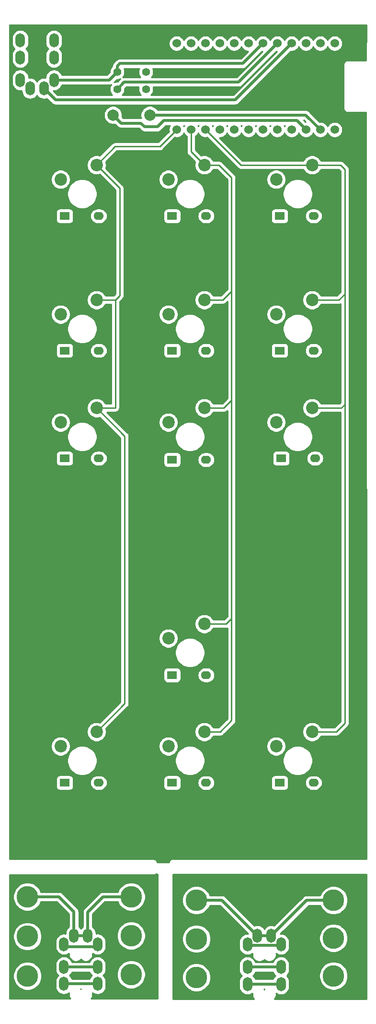
<source format=gbl>
G04 #@! TF.GenerationSoftware,KiCad,Pcbnew,(5.1.8)-1*
G04 #@! TF.CreationDate,2021-12-18T13:29:49+09:00*
G04 #@! TF.ProjectId,keyboard-layouter-playground,6b657962-6f61-4726-942d-6c61796f7574,rev?*
G04 #@! TF.SameCoordinates,Original*
G04 #@! TF.FileFunction,Copper,L2,Bot*
G04 #@! TF.FilePolarity,Positive*
%FSLAX46Y46*%
G04 Gerber Fmt 4.6, Leading zero omitted, Abs format (unit mm)*
G04 Created by KiCad (PCBNEW (5.1.8)-1) date 2021-12-18 13:29:49*
%MOMM*%
%LPD*%
G01*
G04 APERTURE LIST*
G04 #@! TA.AperFunction,ComponentPad*
%ADD10O,1.700000X2.500000*%
G04 #@! TD*
G04 #@! TA.AperFunction,ComponentPad*
%ADD11C,3.800000*%
G04 #@! TD*
G04 #@! TA.AperFunction,ComponentPad*
%ADD12C,2.200000*%
G04 #@! TD*
G04 #@! TA.AperFunction,ComponentPad*
%ADD13C,1.524000*%
G04 #@! TD*
G04 #@! TA.AperFunction,ComponentPad*
%ADD14C,1.397000*%
G04 #@! TD*
G04 #@! TA.AperFunction,ComponentPad*
%ADD15O,1.778000X1.397000*%
G04 #@! TD*
G04 #@! TA.AperFunction,ComponentPad*
%ADD16R,1.778000X1.397000*%
G04 #@! TD*
G04 #@! TA.AperFunction,ComponentPad*
%ADD17C,2.000000*%
G04 #@! TD*
G04 #@! TA.AperFunction,Conductor*
%ADD18C,0.500000*%
G04 #@! TD*
G04 #@! TA.AperFunction,Conductor*
%ADD19C,0.250000*%
G04 #@! TD*
G04 #@! TA.AperFunction,NonConductor*
%ADD20C,0.254000*%
G04 #@! TD*
G04 #@! TA.AperFunction,NonConductor*
%ADD21C,0.100000*%
G04 #@! TD*
G04 APERTURE END LIST*
D10*
X62933000Y-259522800D03*
X58733000Y-261022800D03*
X58733000Y-265022800D03*
X58733000Y-268022800D03*
X64683000Y-265022800D03*
X64683000Y-268022800D03*
X60483000Y-259522800D03*
X64683000Y-261022800D03*
D11*
X49733200Y-253238000D03*
X49733200Y-260043000D03*
X49733200Y-266848001D03*
X73964800Y-253238000D03*
X73964800Y-266573000D03*
X73964800Y-259905500D03*
D10*
X30497200Y-259497400D03*
X26297200Y-260997400D03*
X26297200Y-264997400D03*
X26297200Y-267997400D03*
X32247200Y-264997400D03*
X32247200Y-267997400D03*
X28047200Y-259497400D03*
X32247200Y-260997400D03*
D11*
X19862800Y-252628400D03*
X19862800Y-259613400D03*
X19862800Y-266598400D03*
X38176200Y-252628400D03*
X38176200Y-266323399D03*
X38176200Y-259475900D03*
D12*
X63813000Y-126044000D03*
X70163000Y-123504000D03*
D13*
X74168000Y-102040400D03*
X71628000Y-102040400D03*
X69088000Y-102040400D03*
X66548000Y-102040400D03*
X64008000Y-102040400D03*
X61468000Y-102040400D03*
X58928000Y-102040400D03*
X56388000Y-102040400D03*
X53848000Y-102040400D03*
X51308000Y-102040400D03*
X48768000Y-102040400D03*
X46228000Y-102040400D03*
X46228000Y-117260400D03*
X48768000Y-117260400D03*
X51308000Y-117260400D03*
X53848000Y-117260400D03*
X56388000Y-117260400D03*
X58928000Y-117260400D03*
X61468000Y-117260400D03*
X64008000Y-117260400D03*
X66548000Y-117260400D03*
X69088000Y-117260400D03*
X71628000Y-117260400D03*
X74168000Y-117260400D03*
D14*
X40792400Y-110109000D03*
X35712400Y-110109000D03*
X40792400Y-107086400D03*
X35712400Y-107086400D03*
D15*
X70438000Y-232504000D03*
D16*
X64438000Y-232504000D03*
D15*
X51438000Y-232504000D03*
D16*
X45438000Y-232504000D03*
D15*
X32438000Y-232504000D03*
D16*
X26438000Y-232504000D03*
D15*
X51438000Y-213504000D03*
D16*
X45438000Y-213504000D03*
D15*
X70688000Y-175254000D03*
D16*
X64688000Y-175254000D03*
D15*
X51438000Y-175504000D03*
D16*
X45438000Y-175504000D03*
D15*
X32438000Y-175254000D03*
D16*
X26438000Y-175254000D03*
D15*
X70438000Y-156254000D03*
D16*
X64438000Y-156254000D03*
D15*
X51438000Y-156254000D03*
D16*
X45438000Y-156254000D03*
D15*
X32438000Y-156254000D03*
D16*
X26438000Y-156254000D03*
D15*
X70438000Y-132504000D03*
D16*
X64438000Y-132504000D03*
D15*
X51438000Y-132504000D03*
D16*
X45438000Y-132504000D03*
D15*
X32438000Y-132504000D03*
D16*
X26438000Y-132504000D03*
D10*
X18577800Y-108509800D03*
X22777800Y-110009800D03*
X18577800Y-101509800D03*
X18577800Y-104509800D03*
X24527800Y-101509800D03*
X24527800Y-104509800D03*
X24527800Y-108509800D03*
X20327800Y-110009800D03*
D17*
X41477000Y-114681000D03*
X34977000Y-114681000D03*
D12*
X44763000Y-226056000D03*
X51113000Y-223516000D03*
X25713000Y-226056000D03*
X32063000Y-223516000D03*
X44763000Y-207006000D03*
X51113000Y-204466000D03*
X63813000Y-226056000D03*
X70163000Y-223516000D03*
X63813000Y-168906000D03*
X70163000Y-166366000D03*
X44763000Y-168906000D03*
X51113000Y-166366000D03*
X25713000Y-149856000D03*
X32063000Y-147316000D03*
X63813000Y-149856000D03*
X70163000Y-147316000D03*
X44763000Y-149856000D03*
X51113000Y-147316000D03*
X44763000Y-126044000D03*
X51113000Y-123504000D03*
X25713000Y-126044000D03*
X32063000Y-123504000D03*
X25713000Y-168906000D03*
X32063000Y-166366000D03*
D18*
X66548000Y-102040400D02*
X56574400Y-112014000D01*
X24782000Y-112014000D02*
X22777800Y-110009800D01*
X56574400Y-112014000D02*
X24782000Y-112014000D01*
X36427001Y-116131001D02*
X39905601Y-116131001D01*
X34977000Y-114681000D02*
X36427001Y-116131001D01*
X39905601Y-116131001D02*
X40538400Y-116763800D01*
X40538400Y-116763800D02*
X42824400Y-116763800D01*
X42824400Y-116763800D02*
X43916600Y-115671600D01*
X67499200Y-115671600D02*
X69088000Y-117260400D01*
X43916600Y-115671600D02*
X67499200Y-115671600D01*
D19*
X24577800Y-108459800D02*
X24527800Y-108509800D01*
D18*
X57920600Y-105587800D02*
X61468000Y-102040400D01*
X36169600Y-105587800D02*
X57920600Y-105587800D01*
X35712400Y-106045000D02*
X36169600Y-105587800D01*
X35712400Y-107086400D02*
X35712400Y-106045000D01*
X34289000Y-108509800D02*
X35712400Y-107086400D01*
X24527800Y-108509800D02*
X34289000Y-108509800D01*
X35712400Y-110109000D02*
X36957000Y-108864400D01*
X57184000Y-108864400D02*
X64008000Y-102040400D01*
X36957000Y-108864400D02*
X57184000Y-108864400D01*
X69048600Y-114681000D02*
X71628000Y-117260400D01*
X41477000Y-114681000D02*
X69048600Y-114681000D01*
D19*
X35376000Y-147316000D02*
X32063000Y-147316000D01*
X35326000Y-166366000D02*
X32063000Y-166366000D01*
X46228000Y-117260400D02*
X43244800Y-120243600D01*
X35323400Y-120243600D02*
X32063000Y-123504000D01*
X43244800Y-120243600D02*
X35323400Y-120243600D01*
X32063000Y-123504000D02*
X36169600Y-127610600D01*
X36169600Y-146522400D02*
X35376000Y-147316000D01*
X36169600Y-127610600D02*
X36169600Y-146522400D01*
X35376000Y-166316000D02*
X35326000Y-166366000D01*
X35376000Y-147316000D02*
X35376000Y-166316000D01*
X32063000Y-166366000D02*
X37033200Y-171336200D01*
X37033200Y-218545800D02*
X32063000Y-223516000D01*
X37033200Y-171336200D02*
X37033200Y-218545800D01*
X51113000Y-123504000D02*
X53688000Y-123504000D01*
X55938000Y-125754000D02*
X55938000Y-145754000D01*
X53688000Y-123504000D02*
X55938000Y-125754000D01*
X54376000Y-147316000D02*
X51113000Y-147316000D01*
X55938000Y-145754000D02*
X54376000Y-147316000D01*
X55938000Y-145754000D02*
X55938000Y-165004000D01*
X54576000Y-166366000D02*
X51113000Y-166366000D01*
X55938000Y-165004000D02*
X54576000Y-166366000D01*
X55938000Y-165004000D02*
X55938000Y-203504000D01*
X54976000Y-204466000D02*
X51113000Y-204466000D01*
X55938000Y-203504000D02*
X54976000Y-204466000D01*
X55938000Y-203504000D02*
X55938000Y-221504000D01*
X55938000Y-221504000D02*
X53926000Y-223516000D01*
X53926000Y-223516000D02*
X51113000Y-223516000D01*
X48768000Y-121159000D02*
X51113000Y-123504000D01*
X48768000Y-117260400D02*
X48768000Y-121159000D01*
X70163000Y-122729000D02*
X70163000Y-123504000D01*
X70163000Y-123504000D02*
X75188000Y-123504000D01*
X75938000Y-124254000D02*
X75938000Y-146254000D01*
X75188000Y-123504000D02*
X75938000Y-124254000D01*
X74876000Y-147316000D02*
X70163000Y-147316000D01*
X75938000Y-146254000D02*
X74876000Y-147316000D01*
X75938000Y-146254000D02*
X75938000Y-165754000D01*
X75326000Y-166366000D02*
X70163000Y-166366000D01*
X75938000Y-165754000D02*
X75326000Y-166366000D01*
X75938000Y-165754000D02*
X75938000Y-204004000D01*
X75938000Y-204004000D02*
X75938000Y-222004000D01*
X75938000Y-222004000D02*
X74426000Y-223516000D01*
X74426000Y-223516000D02*
X70163000Y-223516000D01*
X57551600Y-123504000D02*
X70163000Y-123504000D01*
X51308000Y-117260400D02*
X57551600Y-123504000D01*
D18*
X26297200Y-260997400D02*
X26297200Y-261221800D01*
X26297200Y-261221800D02*
X26492200Y-261416800D01*
X31827800Y-261416800D02*
X32247200Y-260997400D01*
X26492200Y-261416800D02*
X31827800Y-261416800D01*
X19862800Y-252628400D02*
X25400000Y-252628400D01*
X28047200Y-255275600D02*
X28047200Y-259497400D01*
X25400000Y-252628400D02*
X28047200Y-255275600D01*
X30497200Y-259497400D02*
X30497200Y-255303600D01*
X33172400Y-252628400D02*
X38176200Y-252628400D01*
X30497200Y-255303600D02*
X33172400Y-252628400D01*
X28047200Y-259497400D02*
X30497200Y-259497400D01*
X26297200Y-267997400D02*
X32247200Y-267997400D01*
X26297200Y-264997400D02*
X32247200Y-264997400D01*
X58733000Y-261022800D02*
X58733000Y-261094800D01*
X58733000Y-261022800D02*
X58733000Y-261120200D01*
X64482990Y-261222810D02*
X64683000Y-261022800D01*
X58835610Y-261222810D02*
X64482990Y-261222810D01*
X58733000Y-261120200D02*
X58835610Y-261222810D01*
X54198200Y-253238000D02*
X60483000Y-259522800D01*
X49733200Y-253238000D02*
X54198200Y-253238000D01*
X69217800Y-253238000D02*
X73964800Y-253238000D01*
X62933000Y-259522800D02*
X69217800Y-253238000D01*
X60483000Y-259522800D02*
X62933000Y-259522800D01*
X58733000Y-268022800D02*
X64683000Y-268022800D01*
X58733000Y-265022800D02*
X64683000Y-265022800D01*
D20*
X79731448Y-98804519D02*
X79728352Y-105044000D01*
X76472877Y-105044000D01*
X76438000Y-105040565D01*
X76403123Y-105044000D01*
X76298816Y-105054273D01*
X76164980Y-105094872D01*
X76041637Y-105160800D01*
X75933525Y-105249525D01*
X75844800Y-105357637D01*
X75778872Y-105480980D01*
X75738273Y-105614816D01*
X75724565Y-105754000D01*
X75728000Y-105788877D01*
X75728001Y-113469113D01*
X75724565Y-113504000D01*
X75738273Y-113643184D01*
X75778872Y-113777020D01*
X75844800Y-113900363D01*
X75933525Y-114008475D01*
X76041637Y-114097200D01*
X76164980Y-114163128D01*
X76298816Y-114203727D01*
X76403123Y-114214000D01*
X76438000Y-114217435D01*
X76472877Y-114214000D01*
X79728018Y-114214000D01*
X79731188Y-245924000D01*
X45602477Y-245924000D01*
X45567600Y-245920565D01*
X45532723Y-245924000D01*
X45428416Y-245934273D01*
X45294580Y-245974872D01*
X45171237Y-246040800D01*
X45063125Y-246129525D01*
X44974400Y-246237637D01*
X44908472Y-246360980D01*
X44867873Y-246494816D01*
X44866673Y-246507000D01*
X42783518Y-246507000D01*
X42746928Y-246386380D01*
X42681000Y-246263037D01*
X42592275Y-246154925D01*
X42484163Y-246066200D01*
X42360820Y-246000272D01*
X42226984Y-245959673D01*
X42122677Y-245949400D01*
X42087800Y-245945965D01*
X42052923Y-245949400D01*
X16712000Y-245949400D01*
X16712000Y-231805500D01*
X24910928Y-231805500D01*
X24910928Y-233202500D01*
X24923188Y-233326982D01*
X24959498Y-233446680D01*
X25018463Y-233556994D01*
X25097815Y-233653685D01*
X25194506Y-233733037D01*
X25304820Y-233792002D01*
X25424518Y-233828312D01*
X25549000Y-233840572D01*
X27327000Y-233840572D01*
X27451482Y-233828312D01*
X27571180Y-233792002D01*
X27681494Y-233733037D01*
X27778185Y-233653685D01*
X27857537Y-233556994D01*
X27916502Y-233446680D01*
X27952812Y-233326982D01*
X27965072Y-233202500D01*
X27965072Y-232504000D01*
X30907548Y-232504000D01*
X30933295Y-232765412D01*
X31009546Y-233016777D01*
X31133371Y-233248437D01*
X31300011Y-233451489D01*
X31503063Y-233618129D01*
X31734723Y-233741954D01*
X31986088Y-233818205D01*
X32181992Y-233837500D01*
X32694008Y-233837500D01*
X32889912Y-233818205D01*
X33141277Y-233741954D01*
X33372937Y-233618129D01*
X33575989Y-233451489D01*
X33742629Y-233248437D01*
X33866454Y-233016777D01*
X33942705Y-232765412D01*
X33968452Y-232504000D01*
X33942705Y-232242588D01*
X33866454Y-231991223D01*
X33767183Y-231805500D01*
X43910928Y-231805500D01*
X43910928Y-233202500D01*
X43923188Y-233326982D01*
X43959498Y-233446680D01*
X44018463Y-233556994D01*
X44097815Y-233653685D01*
X44194506Y-233733037D01*
X44304820Y-233792002D01*
X44424518Y-233828312D01*
X44549000Y-233840572D01*
X46327000Y-233840572D01*
X46451482Y-233828312D01*
X46571180Y-233792002D01*
X46681494Y-233733037D01*
X46778185Y-233653685D01*
X46857537Y-233556994D01*
X46916502Y-233446680D01*
X46952812Y-233326982D01*
X46965072Y-233202500D01*
X46965072Y-232504000D01*
X49907548Y-232504000D01*
X49933295Y-232765412D01*
X50009546Y-233016777D01*
X50133371Y-233248437D01*
X50300011Y-233451489D01*
X50503063Y-233618129D01*
X50734723Y-233741954D01*
X50986088Y-233818205D01*
X51181992Y-233837500D01*
X51694008Y-233837500D01*
X51889912Y-233818205D01*
X52141277Y-233741954D01*
X52372937Y-233618129D01*
X52575989Y-233451489D01*
X52742629Y-233248437D01*
X52866454Y-233016777D01*
X52942705Y-232765412D01*
X52968452Y-232504000D01*
X52942705Y-232242588D01*
X52866454Y-231991223D01*
X52767183Y-231805500D01*
X62910928Y-231805500D01*
X62910928Y-233202500D01*
X62923188Y-233326982D01*
X62959498Y-233446680D01*
X63018463Y-233556994D01*
X63097815Y-233653685D01*
X63194506Y-233733037D01*
X63304820Y-233792002D01*
X63424518Y-233828312D01*
X63549000Y-233840572D01*
X65327000Y-233840572D01*
X65451482Y-233828312D01*
X65571180Y-233792002D01*
X65681494Y-233733037D01*
X65778185Y-233653685D01*
X65857537Y-233556994D01*
X65916502Y-233446680D01*
X65952812Y-233326982D01*
X65965072Y-233202500D01*
X65965072Y-232504000D01*
X68907548Y-232504000D01*
X68933295Y-232765412D01*
X69009546Y-233016777D01*
X69133371Y-233248437D01*
X69300011Y-233451489D01*
X69503063Y-233618129D01*
X69734723Y-233741954D01*
X69986088Y-233818205D01*
X70181992Y-233837500D01*
X70694008Y-233837500D01*
X70889912Y-233818205D01*
X71141277Y-233741954D01*
X71372937Y-233618129D01*
X71575989Y-233451489D01*
X71742629Y-233248437D01*
X71866454Y-233016777D01*
X71942705Y-232765412D01*
X71968452Y-232504000D01*
X71942705Y-232242588D01*
X71866454Y-231991223D01*
X71742629Y-231759563D01*
X71575989Y-231556511D01*
X71372937Y-231389871D01*
X71141277Y-231266046D01*
X70889912Y-231189795D01*
X70694008Y-231170500D01*
X70181992Y-231170500D01*
X69986088Y-231189795D01*
X69734723Y-231266046D01*
X69503063Y-231389871D01*
X69300011Y-231556511D01*
X69133371Y-231759563D01*
X69009546Y-231991223D01*
X68933295Y-232242588D01*
X68907548Y-232504000D01*
X65965072Y-232504000D01*
X65965072Y-231805500D01*
X65952812Y-231681018D01*
X65916502Y-231561320D01*
X65857537Y-231451006D01*
X65778185Y-231354315D01*
X65681494Y-231274963D01*
X65571180Y-231215998D01*
X65451482Y-231179688D01*
X65327000Y-231167428D01*
X63549000Y-231167428D01*
X63424518Y-231179688D01*
X63304820Y-231215998D01*
X63194506Y-231274963D01*
X63097815Y-231354315D01*
X63018463Y-231451006D01*
X62959498Y-231561320D01*
X62923188Y-231681018D01*
X62910928Y-231805500D01*
X52767183Y-231805500D01*
X52742629Y-231759563D01*
X52575989Y-231556511D01*
X52372937Y-231389871D01*
X52141277Y-231266046D01*
X51889912Y-231189795D01*
X51694008Y-231170500D01*
X51181992Y-231170500D01*
X50986088Y-231189795D01*
X50734723Y-231266046D01*
X50503063Y-231389871D01*
X50300011Y-231556511D01*
X50133371Y-231759563D01*
X50009546Y-231991223D01*
X49933295Y-232242588D01*
X49907548Y-232504000D01*
X46965072Y-232504000D01*
X46965072Y-231805500D01*
X46952812Y-231681018D01*
X46916502Y-231561320D01*
X46857537Y-231451006D01*
X46778185Y-231354315D01*
X46681494Y-231274963D01*
X46571180Y-231215998D01*
X46451482Y-231179688D01*
X46327000Y-231167428D01*
X44549000Y-231167428D01*
X44424518Y-231179688D01*
X44304820Y-231215998D01*
X44194506Y-231274963D01*
X44097815Y-231354315D01*
X44018463Y-231451006D01*
X43959498Y-231561320D01*
X43923188Y-231681018D01*
X43910928Y-231805500D01*
X33767183Y-231805500D01*
X33742629Y-231759563D01*
X33575989Y-231556511D01*
X33372937Y-231389871D01*
X33141277Y-231266046D01*
X32889912Y-231189795D01*
X32694008Y-231170500D01*
X32181992Y-231170500D01*
X31986088Y-231189795D01*
X31734723Y-231266046D01*
X31503063Y-231389871D01*
X31300011Y-231556511D01*
X31133371Y-231759563D01*
X31009546Y-231991223D01*
X30933295Y-232242588D01*
X30907548Y-232504000D01*
X27965072Y-232504000D01*
X27965072Y-231805500D01*
X27952812Y-231681018D01*
X27916502Y-231561320D01*
X27857537Y-231451006D01*
X27778185Y-231354315D01*
X27681494Y-231274963D01*
X27571180Y-231215998D01*
X27451482Y-231179688D01*
X27327000Y-231167428D01*
X25549000Y-231167428D01*
X25424518Y-231179688D01*
X25304820Y-231215998D01*
X25194506Y-231274963D01*
X25097815Y-231354315D01*
X25018463Y-231451006D01*
X24959498Y-231561320D01*
X24923188Y-231681018D01*
X24910928Y-231805500D01*
X16712000Y-231805500D01*
X16712000Y-228336475D01*
X26888000Y-228336475D01*
X26888000Y-228855525D01*
X26989261Y-229364601D01*
X27187893Y-229844141D01*
X27476262Y-230275715D01*
X27843285Y-230642738D01*
X28274859Y-230931107D01*
X28754399Y-231129739D01*
X29263475Y-231231000D01*
X29782525Y-231231000D01*
X30291601Y-231129739D01*
X30771141Y-230931107D01*
X31202715Y-230642738D01*
X31569738Y-230275715D01*
X31858107Y-229844141D01*
X32056739Y-229364601D01*
X32158000Y-228855525D01*
X32158000Y-228336475D01*
X45938000Y-228336475D01*
X45938000Y-228855525D01*
X46039261Y-229364601D01*
X46237893Y-229844141D01*
X46526262Y-230275715D01*
X46893285Y-230642738D01*
X47324859Y-230931107D01*
X47804399Y-231129739D01*
X48313475Y-231231000D01*
X48832525Y-231231000D01*
X49341601Y-231129739D01*
X49821141Y-230931107D01*
X50252715Y-230642738D01*
X50619738Y-230275715D01*
X50908107Y-229844141D01*
X51106739Y-229364601D01*
X51208000Y-228855525D01*
X51208000Y-228336475D01*
X64988000Y-228336475D01*
X64988000Y-228855525D01*
X65089261Y-229364601D01*
X65287893Y-229844141D01*
X65576262Y-230275715D01*
X65943285Y-230642738D01*
X66374859Y-230931107D01*
X66854399Y-231129739D01*
X67363475Y-231231000D01*
X67882525Y-231231000D01*
X68391601Y-231129739D01*
X68871141Y-230931107D01*
X69302715Y-230642738D01*
X69669738Y-230275715D01*
X69958107Y-229844141D01*
X70156739Y-229364601D01*
X70258000Y-228855525D01*
X70258000Y-228336475D01*
X70156739Y-227827399D01*
X69958107Y-227347859D01*
X69669738Y-226916285D01*
X69302715Y-226549262D01*
X68871141Y-226260893D01*
X68391601Y-226062261D01*
X67882525Y-225961000D01*
X67363475Y-225961000D01*
X66854399Y-226062261D01*
X66374859Y-226260893D01*
X65943285Y-226549262D01*
X65576262Y-226916285D01*
X65287893Y-227347859D01*
X65089261Y-227827399D01*
X64988000Y-228336475D01*
X51208000Y-228336475D01*
X51106739Y-227827399D01*
X50908107Y-227347859D01*
X50619738Y-226916285D01*
X50252715Y-226549262D01*
X49821141Y-226260893D01*
X49341601Y-226062261D01*
X48832525Y-225961000D01*
X48313475Y-225961000D01*
X47804399Y-226062261D01*
X47324859Y-226260893D01*
X46893285Y-226549262D01*
X46526262Y-226916285D01*
X46237893Y-227347859D01*
X46039261Y-227827399D01*
X45938000Y-228336475D01*
X32158000Y-228336475D01*
X32056739Y-227827399D01*
X31858107Y-227347859D01*
X31569738Y-226916285D01*
X31202715Y-226549262D01*
X30771141Y-226260893D01*
X30291601Y-226062261D01*
X29782525Y-225961000D01*
X29263475Y-225961000D01*
X28754399Y-226062261D01*
X28274859Y-226260893D01*
X27843285Y-226549262D01*
X27476262Y-226916285D01*
X27187893Y-227347859D01*
X26989261Y-227827399D01*
X26888000Y-228336475D01*
X16712000Y-228336475D01*
X16712000Y-225885117D01*
X23978000Y-225885117D01*
X23978000Y-226226883D01*
X24044675Y-226562081D01*
X24175463Y-226877831D01*
X24365337Y-227161998D01*
X24607002Y-227403663D01*
X24891169Y-227593537D01*
X25206919Y-227724325D01*
X25542117Y-227791000D01*
X25883883Y-227791000D01*
X26219081Y-227724325D01*
X26534831Y-227593537D01*
X26818998Y-227403663D01*
X27060663Y-227161998D01*
X27250537Y-226877831D01*
X27381325Y-226562081D01*
X27448000Y-226226883D01*
X27448000Y-225885117D01*
X43028000Y-225885117D01*
X43028000Y-226226883D01*
X43094675Y-226562081D01*
X43225463Y-226877831D01*
X43415337Y-227161998D01*
X43657002Y-227403663D01*
X43941169Y-227593537D01*
X44256919Y-227724325D01*
X44592117Y-227791000D01*
X44933883Y-227791000D01*
X45269081Y-227724325D01*
X45584831Y-227593537D01*
X45868998Y-227403663D01*
X46110663Y-227161998D01*
X46300537Y-226877831D01*
X46431325Y-226562081D01*
X46498000Y-226226883D01*
X46498000Y-225885117D01*
X62078000Y-225885117D01*
X62078000Y-226226883D01*
X62144675Y-226562081D01*
X62275463Y-226877831D01*
X62465337Y-227161998D01*
X62707002Y-227403663D01*
X62991169Y-227593537D01*
X63306919Y-227724325D01*
X63642117Y-227791000D01*
X63983883Y-227791000D01*
X64319081Y-227724325D01*
X64634831Y-227593537D01*
X64918998Y-227403663D01*
X65160663Y-227161998D01*
X65350537Y-226877831D01*
X65481325Y-226562081D01*
X65548000Y-226226883D01*
X65548000Y-225885117D01*
X65481325Y-225549919D01*
X65350537Y-225234169D01*
X65160663Y-224950002D01*
X64918998Y-224708337D01*
X64634831Y-224518463D01*
X64319081Y-224387675D01*
X63983883Y-224321000D01*
X63642117Y-224321000D01*
X63306919Y-224387675D01*
X62991169Y-224518463D01*
X62707002Y-224708337D01*
X62465337Y-224950002D01*
X62275463Y-225234169D01*
X62144675Y-225549919D01*
X62078000Y-225885117D01*
X46498000Y-225885117D01*
X46431325Y-225549919D01*
X46300537Y-225234169D01*
X46110663Y-224950002D01*
X45868998Y-224708337D01*
X45584831Y-224518463D01*
X45269081Y-224387675D01*
X44933883Y-224321000D01*
X44592117Y-224321000D01*
X44256919Y-224387675D01*
X43941169Y-224518463D01*
X43657002Y-224708337D01*
X43415337Y-224950002D01*
X43225463Y-225234169D01*
X43094675Y-225549919D01*
X43028000Y-225885117D01*
X27448000Y-225885117D01*
X27381325Y-225549919D01*
X27250537Y-225234169D01*
X27060663Y-224950002D01*
X26818998Y-224708337D01*
X26534831Y-224518463D01*
X26219081Y-224387675D01*
X25883883Y-224321000D01*
X25542117Y-224321000D01*
X25206919Y-224387675D01*
X24891169Y-224518463D01*
X24607002Y-224708337D01*
X24365337Y-224950002D01*
X24175463Y-225234169D01*
X24044675Y-225549919D01*
X23978000Y-225885117D01*
X16712000Y-225885117D01*
X16712000Y-174555500D01*
X24910928Y-174555500D01*
X24910928Y-175952500D01*
X24923188Y-176076982D01*
X24959498Y-176196680D01*
X25018463Y-176306994D01*
X25097815Y-176403685D01*
X25194506Y-176483037D01*
X25304820Y-176542002D01*
X25424518Y-176578312D01*
X25549000Y-176590572D01*
X27327000Y-176590572D01*
X27451482Y-176578312D01*
X27571180Y-176542002D01*
X27681494Y-176483037D01*
X27778185Y-176403685D01*
X27857537Y-176306994D01*
X27916502Y-176196680D01*
X27952812Y-176076982D01*
X27965072Y-175952500D01*
X27965072Y-175254000D01*
X30907548Y-175254000D01*
X30933295Y-175515412D01*
X31009546Y-175766777D01*
X31133371Y-175998437D01*
X31300011Y-176201489D01*
X31503063Y-176368129D01*
X31734723Y-176491954D01*
X31986088Y-176568205D01*
X32181992Y-176587500D01*
X32694008Y-176587500D01*
X32889912Y-176568205D01*
X33141277Y-176491954D01*
X33372937Y-176368129D01*
X33575989Y-176201489D01*
X33742629Y-175998437D01*
X33866454Y-175766777D01*
X33942705Y-175515412D01*
X33968452Y-175254000D01*
X33942705Y-174992588D01*
X33866454Y-174741223D01*
X33742629Y-174509563D01*
X33575989Y-174306511D01*
X33372937Y-174139871D01*
X33141277Y-174016046D01*
X32889912Y-173939795D01*
X32694008Y-173920500D01*
X32181992Y-173920500D01*
X31986088Y-173939795D01*
X31734723Y-174016046D01*
X31503063Y-174139871D01*
X31300011Y-174306511D01*
X31133371Y-174509563D01*
X31009546Y-174741223D01*
X30933295Y-174992588D01*
X30907548Y-175254000D01*
X27965072Y-175254000D01*
X27965072Y-174555500D01*
X27952812Y-174431018D01*
X27916502Y-174311320D01*
X27857537Y-174201006D01*
X27778185Y-174104315D01*
X27681494Y-174024963D01*
X27571180Y-173965998D01*
X27451482Y-173929688D01*
X27327000Y-173917428D01*
X25549000Y-173917428D01*
X25424518Y-173929688D01*
X25304820Y-173965998D01*
X25194506Y-174024963D01*
X25097815Y-174104315D01*
X25018463Y-174201006D01*
X24959498Y-174311320D01*
X24923188Y-174431018D01*
X24910928Y-174555500D01*
X16712000Y-174555500D01*
X16712000Y-171186475D01*
X26888000Y-171186475D01*
X26888000Y-171705525D01*
X26989261Y-172214601D01*
X27187893Y-172694141D01*
X27476262Y-173125715D01*
X27843285Y-173492738D01*
X28274859Y-173781107D01*
X28754399Y-173979739D01*
X29263475Y-174081000D01*
X29782525Y-174081000D01*
X30291601Y-173979739D01*
X30771141Y-173781107D01*
X31202715Y-173492738D01*
X31569738Y-173125715D01*
X31858107Y-172694141D01*
X32056739Y-172214601D01*
X32158000Y-171705525D01*
X32158000Y-171186475D01*
X32056739Y-170677399D01*
X31858107Y-170197859D01*
X31569738Y-169766285D01*
X31202715Y-169399262D01*
X30771141Y-169110893D01*
X30291601Y-168912261D01*
X29782525Y-168811000D01*
X29263475Y-168811000D01*
X28754399Y-168912261D01*
X28274859Y-169110893D01*
X27843285Y-169399262D01*
X27476262Y-169766285D01*
X27187893Y-170197859D01*
X26989261Y-170677399D01*
X26888000Y-171186475D01*
X16712000Y-171186475D01*
X16712000Y-168735117D01*
X23978000Y-168735117D01*
X23978000Y-169076883D01*
X24044675Y-169412081D01*
X24175463Y-169727831D01*
X24365337Y-170011998D01*
X24607002Y-170253663D01*
X24891169Y-170443537D01*
X25206919Y-170574325D01*
X25542117Y-170641000D01*
X25883883Y-170641000D01*
X26219081Y-170574325D01*
X26534831Y-170443537D01*
X26818998Y-170253663D01*
X27060663Y-170011998D01*
X27250537Y-169727831D01*
X27381325Y-169412081D01*
X27448000Y-169076883D01*
X27448000Y-168735117D01*
X27381325Y-168399919D01*
X27250537Y-168084169D01*
X27060663Y-167800002D01*
X26818998Y-167558337D01*
X26534831Y-167368463D01*
X26219081Y-167237675D01*
X25883883Y-167171000D01*
X25542117Y-167171000D01*
X25206919Y-167237675D01*
X24891169Y-167368463D01*
X24607002Y-167558337D01*
X24365337Y-167800002D01*
X24175463Y-168084169D01*
X24044675Y-168399919D01*
X23978000Y-168735117D01*
X16712000Y-168735117D01*
X16712000Y-155555500D01*
X24910928Y-155555500D01*
X24910928Y-156952500D01*
X24923188Y-157076982D01*
X24959498Y-157196680D01*
X25018463Y-157306994D01*
X25097815Y-157403685D01*
X25194506Y-157483037D01*
X25304820Y-157542002D01*
X25424518Y-157578312D01*
X25549000Y-157590572D01*
X27327000Y-157590572D01*
X27451482Y-157578312D01*
X27571180Y-157542002D01*
X27681494Y-157483037D01*
X27778185Y-157403685D01*
X27857537Y-157306994D01*
X27916502Y-157196680D01*
X27952812Y-157076982D01*
X27965072Y-156952500D01*
X27965072Y-156254000D01*
X30907548Y-156254000D01*
X30933295Y-156515412D01*
X31009546Y-156766777D01*
X31133371Y-156998437D01*
X31300011Y-157201489D01*
X31503063Y-157368129D01*
X31734723Y-157491954D01*
X31986088Y-157568205D01*
X32181992Y-157587500D01*
X32694008Y-157587500D01*
X32889912Y-157568205D01*
X33141277Y-157491954D01*
X33372937Y-157368129D01*
X33575989Y-157201489D01*
X33742629Y-156998437D01*
X33866454Y-156766777D01*
X33942705Y-156515412D01*
X33968452Y-156254000D01*
X33942705Y-155992588D01*
X33866454Y-155741223D01*
X33742629Y-155509563D01*
X33575989Y-155306511D01*
X33372937Y-155139871D01*
X33141277Y-155016046D01*
X32889912Y-154939795D01*
X32694008Y-154920500D01*
X32181992Y-154920500D01*
X31986088Y-154939795D01*
X31734723Y-155016046D01*
X31503063Y-155139871D01*
X31300011Y-155306511D01*
X31133371Y-155509563D01*
X31009546Y-155741223D01*
X30933295Y-155992588D01*
X30907548Y-156254000D01*
X27965072Y-156254000D01*
X27965072Y-155555500D01*
X27952812Y-155431018D01*
X27916502Y-155311320D01*
X27857537Y-155201006D01*
X27778185Y-155104315D01*
X27681494Y-155024963D01*
X27571180Y-154965998D01*
X27451482Y-154929688D01*
X27327000Y-154917428D01*
X25549000Y-154917428D01*
X25424518Y-154929688D01*
X25304820Y-154965998D01*
X25194506Y-155024963D01*
X25097815Y-155104315D01*
X25018463Y-155201006D01*
X24959498Y-155311320D01*
X24923188Y-155431018D01*
X24910928Y-155555500D01*
X16712000Y-155555500D01*
X16712000Y-152136475D01*
X26888000Y-152136475D01*
X26888000Y-152655525D01*
X26989261Y-153164601D01*
X27187893Y-153644141D01*
X27476262Y-154075715D01*
X27843285Y-154442738D01*
X28274859Y-154731107D01*
X28754399Y-154929739D01*
X29263475Y-155031000D01*
X29782525Y-155031000D01*
X30291601Y-154929739D01*
X30771141Y-154731107D01*
X31202715Y-154442738D01*
X31569738Y-154075715D01*
X31858107Y-153644141D01*
X32056739Y-153164601D01*
X32158000Y-152655525D01*
X32158000Y-152136475D01*
X32056739Y-151627399D01*
X31858107Y-151147859D01*
X31569738Y-150716285D01*
X31202715Y-150349262D01*
X30771141Y-150060893D01*
X30291601Y-149862261D01*
X29782525Y-149761000D01*
X29263475Y-149761000D01*
X28754399Y-149862261D01*
X28274859Y-150060893D01*
X27843285Y-150349262D01*
X27476262Y-150716285D01*
X27187893Y-151147859D01*
X26989261Y-151627399D01*
X26888000Y-152136475D01*
X16712000Y-152136475D01*
X16712000Y-149685117D01*
X23978000Y-149685117D01*
X23978000Y-150026883D01*
X24044675Y-150362081D01*
X24175463Y-150677831D01*
X24365337Y-150961998D01*
X24607002Y-151203663D01*
X24891169Y-151393537D01*
X25206919Y-151524325D01*
X25542117Y-151591000D01*
X25883883Y-151591000D01*
X26219081Y-151524325D01*
X26534831Y-151393537D01*
X26818998Y-151203663D01*
X27060663Y-150961998D01*
X27250537Y-150677831D01*
X27381325Y-150362081D01*
X27448000Y-150026883D01*
X27448000Y-149685117D01*
X27381325Y-149349919D01*
X27250537Y-149034169D01*
X27060663Y-148750002D01*
X26818998Y-148508337D01*
X26534831Y-148318463D01*
X26219081Y-148187675D01*
X25883883Y-148121000D01*
X25542117Y-148121000D01*
X25206919Y-148187675D01*
X24891169Y-148318463D01*
X24607002Y-148508337D01*
X24365337Y-148750002D01*
X24175463Y-149034169D01*
X24044675Y-149349919D01*
X23978000Y-149685117D01*
X16712000Y-149685117D01*
X16712000Y-131805500D01*
X24910928Y-131805500D01*
X24910928Y-133202500D01*
X24923188Y-133326982D01*
X24959498Y-133446680D01*
X25018463Y-133556994D01*
X25097815Y-133653685D01*
X25194506Y-133733037D01*
X25304820Y-133792002D01*
X25424518Y-133828312D01*
X25549000Y-133840572D01*
X27327000Y-133840572D01*
X27451482Y-133828312D01*
X27571180Y-133792002D01*
X27681494Y-133733037D01*
X27778185Y-133653685D01*
X27857537Y-133556994D01*
X27916502Y-133446680D01*
X27952812Y-133326982D01*
X27965072Y-133202500D01*
X27965072Y-132504000D01*
X30907548Y-132504000D01*
X30933295Y-132765412D01*
X31009546Y-133016777D01*
X31133371Y-133248437D01*
X31300011Y-133451489D01*
X31503063Y-133618129D01*
X31734723Y-133741954D01*
X31986088Y-133818205D01*
X32181992Y-133837500D01*
X32694008Y-133837500D01*
X32889912Y-133818205D01*
X33141277Y-133741954D01*
X33372937Y-133618129D01*
X33575989Y-133451489D01*
X33742629Y-133248437D01*
X33866454Y-133016777D01*
X33942705Y-132765412D01*
X33968452Y-132504000D01*
X33942705Y-132242588D01*
X33866454Y-131991223D01*
X33742629Y-131759563D01*
X33575989Y-131556511D01*
X33372937Y-131389871D01*
X33141277Y-131266046D01*
X32889912Y-131189795D01*
X32694008Y-131170500D01*
X32181992Y-131170500D01*
X31986088Y-131189795D01*
X31734723Y-131266046D01*
X31503063Y-131389871D01*
X31300011Y-131556511D01*
X31133371Y-131759563D01*
X31009546Y-131991223D01*
X30933295Y-132242588D01*
X30907548Y-132504000D01*
X27965072Y-132504000D01*
X27965072Y-131805500D01*
X27952812Y-131681018D01*
X27916502Y-131561320D01*
X27857537Y-131451006D01*
X27778185Y-131354315D01*
X27681494Y-131274963D01*
X27571180Y-131215998D01*
X27451482Y-131179688D01*
X27327000Y-131167428D01*
X25549000Y-131167428D01*
X25424518Y-131179688D01*
X25304820Y-131215998D01*
X25194506Y-131274963D01*
X25097815Y-131354315D01*
X25018463Y-131451006D01*
X24959498Y-131561320D01*
X24923188Y-131681018D01*
X24910928Y-131805500D01*
X16712000Y-131805500D01*
X16712000Y-128324475D01*
X26888000Y-128324475D01*
X26888000Y-128843525D01*
X26989261Y-129352601D01*
X27187893Y-129832141D01*
X27476262Y-130263715D01*
X27843285Y-130630738D01*
X28274859Y-130919107D01*
X28754399Y-131117739D01*
X29263475Y-131219000D01*
X29782525Y-131219000D01*
X30291601Y-131117739D01*
X30771141Y-130919107D01*
X31202715Y-130630738D01*
X31569738Y-130263715D01*
X31858107Y-129832141D01*
X32056739Y-129352601D01*
X32158000Y-128843525D01*
X32158000Y-128324475D01*
X32056739Y-127815399D01*
X31858107Y-127335859D01*
X31569738Y-126904285D01*
X31202715Y-126537262D01*
X30771141Y-126248893D01*
X30291601Y-126050261D01*
X29782525Y-125949000D01*
X29263475Y-125949000D01*
X28754399Y-126050261D01*
X28274859Y-126248893D01*
X27843285Y-126537262D01*
X27476262Y-126904285D01*
X27187893Y-127335859D01*
X26989261Y-127815399D01*
X26888000Y-128324475D01*
X16712000Y-128324475D01*
X16712000Y-125873117D01*
X23978000Y-125873117D01*
X23978000Y-126214883D01*
X24044675Y-126550081D01*
X24175463Y-126865831D01*
X24365337Y-127149998D01*
X24607002Y-127391663D01*
X24891169Y-127581537D01*
X25206919Y-127712325D01*
X25542117Y-127779000D01*
X25883883Y-127779000D01*
X26219081Y-127712325D01*
X26534831Y-127581537D01*
X26818998Y-127391663D01*
X27060663Y-127149998D01*
X27250537Y-126865831D01*
X27381325Y-126550081D01*
X27448000Y-126214883D01*
X27448000Y-125873117D01*
X27381325Y-125537919D01*
X27250537Y-125222169D01*
X27060663Y-124938002D01*
X26818998Y-124696337D01*
X26534831Y-124506463D01*
X26219081Y-124375675D01*
X25883883Y-124309000D01*
X25542117Y-124309000D01*
X25206919Y-124375675D01*
X24891169Y-124506463D01*
X24607002Y-124696337D01*
X24365337Y-124938002D01*
X24175463Y-125222169D01*
X24044675Y-125537919D01*
X23978000Y-125873117D01*
X16712000Y-125873117D01*
X16712000Y-123333117D01*
X30328000Y-123333117D01*
X30328000Y-123674883D01*
X30394675Y-124010081D01*
X30525463Y-124325831D01*
X30715337Y-124609998D01*
X30957002Y-124851663D01*
X31241169Y-125041537D01*
X31556919Y-125172325D01*
X31892117Y-125239000D01*
X32233883Y-125239000D01*
X32569081Y-125172325D01*
X32630912Y-125146714D01*
X35409600Y-127925403D01*
X35409601Y-146207597D01*
X35061199Y-146556000D01*
X33626148Y-146556000D01*
X33600537Y-146494169D01*
X33410663Y-146210002D01*
X33168998Y-145968337D01*
X32884831Y-145778463D01*
X32569081Y-145647675D01*
X32233883Y-145581000D01*
X31892117Y-145581000D01*
X31556919Y-145647675D01*
X31241169Y-145778463D01*
X30957002Y-145968337D01*
X30715337Y-146210002D01*
X30525463Y-146494169D01*
X30394675Y-146809919D01*
X30328000Y-147145117D01*
X30328000Y-147486883D01*
X30394675Y-147822081D01*
X30525463Y-148137831D01*
X30715337Y-148421998D01*
X30957002Y-148663663D01*
X31241169Y-148853537D01*
X31556919Y-148984325D01*
X31892117Y-149051000D01*
X32233883Y-149051000D01*
X32569081Y-148984325D01*
X32884831Y-148853537D01*
X33168998Y-148663663D01*
X33410663Y-148421998D01*
X33600537Y-148137831D01*
X33626148Y-148076000D01*
X34616000Y-148076000D01*
X34616001Y-165606000D01*
X33626148Y-165606000D01*
X33600537Y-165544169D01*
X33410663Y-165260002D01*
X33168998Y-165018337D01*
X32884831Y-164828463D01*
X32569081Y-164697675D01*
X32233883Y-164631000D01*
X31892117Y-164631000D01*
X31556919Y-164697675D01*
X31241169Y-164828463D01*
X30957002Y-165018337D01*
X30715337Y-165260002D01*
X30525463Y-165544169D01*
X30394675Y-165859919D01*
X30328000Y-166195117D01*
X30328000Y-166536883D01*
X30394675Y-166872081D01*
X30525463Y-167187831D01*
X30715337Y-167471998D01*
X30957002Y-167713663D01*
X31241169Y-167903537D01*
X31556919Y-168034325D01*
X31892117Y-168101000D01*
X32233883Y-168101000D01*
X32569081Y-168034325D01*
X32630912Y-168008714D01*
X36273200Y-171651002D01*
X36273201Y-218230997D01*
X32630912Y-221873286D01*
X32569081Y-221847675D01*
X32233883Y-221781000D01*
X31892117Y-221781000D01*
X31556919Y-221847675D01*
X31241169Y-221978463D01*
X30957002Y-222168337D01*
X30715337Y-222410002D01*
X30525463Y-222694169D01*
X30394675Y-223009919D01*
X30328000Y-223345117D01*
X30328000Y-223686883D01*
X30394675Y-224022081D01*
X30525463Y-224337831D01*
X30715337Y-224621998D01*
X30957002Y-224863663D01*
X31241169Y-225053537D01*
X31556919Y-225184325D01*
X31892117Y-225251000D01*
X32233883Y-225251000D01*
X32569081Y-225184325D01*
X32884831Y-225053537D01*
X33168998Y-224863663D01*
X33410663Y-224621998D01*
X33600537Y-224337831D01*
X33731325Y-224022081D01*
X33798000Y-223686883D01*
X33798000Y-223345117D01*
X33731325Y-223009919D01*
X33705714Y-222948088D01*
X37544203Y-219109599D01*
X37573201Y-219085801D01*
X37668174Y-218970076D01*
X37738746Y-218838047D01*
X37782203Y-218694786D01*
X37793200Y-218583133D01*
X37793200Y-218583124D01*
X37796876Y-218545801D01*
X37793200Y-218508478D01*
X37793200Y-212805500D01*
X43910928Y-212805500D01*
X43910928Y-214202500D01*
X43923188Y-214326982D01*
X43959498Y-214446680D01*
X44018463Y-214556994D01*
X44097815Y-214653685D01*
X44194506Y-214733037D01*
X44304820Y-214792002D01*
X44424518Y-214828312D01*
X44549000Y-214840572D01*
X46327000Y-214840572D01*
X46451482Y-214828312D01*
X46571180Y-214792002D01*
X46681494Y-214733037D01*
X46778185Y-214653685D01*
X46857537Y-214556994D01*
X46916502Y-214446680D01*
X46952812Y-214326982D01*
X46965072Y-214202500D01*
X46965072Y-213504000D01*
X49907548Y-213504000D01*
X49933295Y-213765412D01*
X50009546Y-214016777D01*
X50133371Y-214248437D01*
X50300011Y-214451489D01*
X50503063Y-214618129D01*
X50734723Y-214741954D01*
X50986088Y-214818205D01*
X51181992Y-214837500D01*
X51694008Y-214837500D01*
X51889912Y-214818205D01*
X52141277Y-214741954D01*
X52372937Y-214618129D01*
X52575989Y-214451489D01*
X52742629Y-214248437D01*
X52866454Y-214016777D01*
X52942705Y-213765412D01*
X52968452Y-213504000D01*
X52942705Y-213242588D01*
X52866454Y-212991223D01*
X52742629Y-212759563D01*
X52575989Y-212556511D01*
X52372937Y-212389871D01*
X52141277Y-212266046D01*
X51889912Y-212189795D01*
X51694008Y-212170500D01*
X51181992Y-212170500D01*
X50986088Y-212189795D01*
X50734723Y-212266046D01*
X50503063Y-212389871D01*
X50300011Y-212556511D01*
X50133371Y-212759563D01*
X50009546Y-212991223D01*
X49933295Y-213242588D01*
X49907548Y-213504000D01*
X46965072Y-213504000D01*
X46965072Y-212805500D01*
X46952812Y-212681018D01*
X46916502Y-212561320D01*
X46857537Y-212451006D01*
X46778185Y-212354315D01*
X46681494Y-212274963D01*
X46571180Y-212215998D01*
X46451482Y-212179688D01*
X46327000Y-212167428D01*
X44549000Y-212167428D01*
X44424518Y-212179688D01*
X44304820Y-212215998D01*
X44194506Y-212274963D01*
X44097815Y-212354315D01*
X44018463Y-212451006D01*
X43959498Y-212561320D01*
X43923188Y-212681018D01*
X43910928Y-212805500D01*
X37793200Y-212805500D01*
X37793200Y-209286475D01*
X45938000Y-209286475D01*
X45938000Y-209805525D01*
X46039261Y-210314601D01*
X46237893Y-210794141D01*
X46526262Y-211225715D01*
X46893285Y-211592738D01*
X47324859Y-211881107D01*
X47804399Y-212079739D01*
X48313475Y-212181000D01*
X48832525Y-212181000D01*
X49341601Y-212079739D01*
X49821141Y-211881107D01*
X50252715Y-211592738D01*
X50619738Y-211225715D01*
X50908107Y-210794141D01*
X51106739Y-210314601D01*
X51208000Y-209805525D01*
X51208000Y-209286475D01*
X51106739Y-208777399D01*
X50908107Y-208297859D01*
X50619738Y-207866285D01*
X50252715Y-207499262D01*
X49821141Y-207210893D01*
X49341601Y-207012261D01*
X48832525Y-206911000D01*
X48313475Y-206911000D01*
X47804399Y-207012261D01*
X47324859Y-207210893D01*
X46893285Y-207499262D01*
X46526262Y-207866285D01*
X46237893Y-208297859D01*
X46039261Y-208777399D01*
X45938000Y-209286475D01*
X37793200Y-209286475D01*
X37793200Y-206835117D01*
X43028000Y-206835117D01*
X43028000Y-207176883D01*
X43094675Y-207512081D01*
X43225463Y-207827831D01*
X43415337Y-208111998D01*
X43657002Y-208353663D01*
X43941169Y-208543537D01*
X44256919Y-208674325D01*
X44592117Y-208741000D01*
X44933883Y-208741000D01*
X45269081Y-208674325D01*
X45584831Y-208543537D01*
X45868998Y-208353663D01*
X46110663Y-208111998D01*
X46300537Y-207827831D01*
X46431325Y-207512081D01*
X46498000Y-207176883D01*
X46498000Y-206835117D01*
X46431325Y-206499919D01*
X46300537Y-206184169D01*
X46110663Y-205900002D01*
X45868998Y-205658337D01*
X45584831Y-205468463D01*
X45269081Y-205337675D01*
X44933883Y-205271000D01*
X44592117Y-205271000D01*
X44256919Y-205337675D01*
X43941169Y-205468463D01*
X43657002Y-205658337D01*
X43415337Y-205900002D01*
X43225463Y-206184169D01*
X43094675Y-206499919D01*
X43028000Y-206835117D01*
X37793200Y-206835117D01*
X37793200Y-174805500D01*
X43910928Y-174805500D01*
X43910928Y-176202500D01*
X43923188Y-176326982D01*
X43959498Y-176446680D01*
X44018463Y-176556994D01*
X44097815Y-176653685D01*
X44194506Y-176733037D01*
X44304820Y-176792002D01*
X44424518Y-176828312D01*
X44549000Y-176840572D01*
X46327000Y-176840572D01*
X46451482Y-176828312D01*
X46571180Y-176792002D01*
X46681494Y-176733037D01*
X46778185Y-176653685D01*
X46857537Y-176556994D01*
X46916502Y-176446680D01*
X46952812Y-176326982D01*
X46965072Y-176202500D01*
X46965072Y-175504000D01*
X49907548Y-175504000D01*
X49933295Y-175765412D01*
X50009546Y-176016777D01*
X50133371Y-176248437D01*
X50300011Y-176451489D01*
X50503063Y-176618129D01*
X50734723Y-176741954D01*
X50986088Y-176818205D01*
X51181992Y-176837500D01*
X51694008Y-176837500D01*
X51889912Y-176818205D01*
X52141277Y-176741954D01*
X52372937Y-176618129D01*
X52575989Y-176451489D01*
X52742629Y-176248437D01*
X52866454Y-176016777D01*
X52942705Y-175765412D01*
X52968452Y-175504000D01*
X52942705Y-175242588D01*
X52866454Y-174991223D01*
X52742629Y-174759563D01*
X52575989Y-174556511D01*
X52372937Y-174389871D01*
X52141277Y-174266046D01*
X51889912Y-174189795D01*
X51694008Y-174170500D01*
X51181992Y-174170500D01*
X50986088Y-174189795D01*
X50734723Y-174266046D01*
X50503063Y-174389871D01*
X50300011Y-174556511D01*
X50133371Y-174759563D01*
X50009546Y-174991223D01*
X49933295Y-175242588D01*
X49907548Y-175504000D01*
X46965072Y-175504000D01*
X46965072Y-174805500D01*
X46952812Y-174681018D01*
X46916502Y-174561320D01*
X46857537Y-174451006D01*
X46778185Y-174354315D01*
X46681494Y-174274963D01*
X46571180Y-174215998D01*
X46451482Y-174179688D01*
X46327000Y-174167428D01*
X44549000Y-174167428D01*
X44424518Y-174179688D01*
X44304820Y-174215998D01*
X44194506Y-174274963D01*
X44097815Y-174354315D01*
X44018463Y-174451006D01*
X43959498Y-174561320D01*
X43923188Y-174681018D01*
X43910928Y-174805500D01*
X37793200Y-174805500D01*
X37793200Y-171373522D01*
X37796876Y-171336199D01*
X37793200Y-171298876D01*
X37793200Y-171298867D01*
X37782203Y-171187214D01*
X37781979Y-171186475D01*
X45938000Y-171186475D01*
X45938000Y-171705525D01*
X46039261Y-172214601D01*
X46237893Y-172694141D01*
X46526262Y-173125715D01*
X46893285Y-173492738D01*
X47324859Y-173781107D01*
X47804399Y-173979739D01*
X48313475Y-174081000D01*
X48832525Y-174081000D01*
X49341601Y-173979739D01*
X49821141Y-173781107D01*
X50252715Y-173492738D01*
X50619738Y-173125715D01*
X50908107Y-172694141D01*
X51106739Y-172214601D01*
X51208000Y-171705525D01*
X51208000Y-171186475D01*
X51106739Y-170677399D01*
X50908107Y-170197859D01*
X50619738Y-169766285D01*
X50252715Y-169399262D01*
X49821141Y-169110893D01*
X49341601Y-168912261D01*
X48832525Y-168811000D01*
X48313475Y-168811000D01*
X47804399Y-168912261D01*
X47324859Y-169110893D01*
X46893285Y-169399262D01*
X46526262Y-169766285D01*
X46237893Y-170197859D01*
X46039261Y-170677399D01*
X45938000Y-171186475D01*
X37781979Y-171186475D01*
X37738746Y-171043953D01*
X37668174Y-170911924D01*
X37573201Y-170796199D01*
X37544204Y-170772402D01*
X35506919Y-168735117D01*
X43028000Y-168735117D01*
X43028000Y-169076883D01*
X43094675Y-169412081D01*
X43225463Y-169727831D01*
X43415337Y-170011998D01*
X43657002Y-170253663D01*
X43941169Y-170443537D01*
X44256919Y-170574325D01*
X44592117Y-170641000D01*
X44933883Y-170641000D01*
X45269081Y-170574325D01*
X45584831Y-170443537D01*
X45868998Y-170253663D01*
X46110663Y-170011998D01*
X46300537Y-169727831D01*
X46431325Y-169412081D01*
X46498000Y-169076883D01*
X46498000Y-168735117D01*
X46431325Y-168399919D01*
X46300537Y-168084169D01*
X46110663Y-167800002D01*
X45868998Y-167558337D01*
X45584831Y-167368463D01*
X45269081Y-167237675D01*
X44933883Y-167171000D01*
X44592117Y-167171000D01*
X44256919Y-167237675D01*
X43941169Y-167368463D01*
X43657002Y-167558337D01*
X43415337Y-167800002D01*
X43225463Y-168084169D01*
X43094675Y-168399919D01*
X43028000Y-168735117D01*
X35506919Y-168735117D01*
X33897801Y-167126000D01*
X35288678Y-167126000D01*
X35326000Y-167129676D01*
X35363322Y-167126000D01*
X35363333Y-167126000D01*
X35474986Y-167115003D01*
X35618247Y-167071546D01*
X35750276Y-167000974D01*
X35866001Y-166906001D01*
X35888539Y-166878539D01*
X35916001Y-166856001D01*
X36010974Y-166740276D01*
X36081546Y-166608247D01*
X36125003Y-166464986D01*
X36136000Y-166353333D01*
X36136000Y-166353325D01*
X36139676Y-166316000D01*
X36136000Y-166278675D01*
X36136000Y-155555500D01*
X43910928Y-155555500D01*
X43910928Y-156952500D01*
X43923188Y-157076982D01*
X43959498Y-157196680D01*
X44018463Y-157306994D01*
X44097815Y-157403685D01*
X44194506Y-157483037D01*
X44304820Y-157542002D01*
X44424518Y-157578312D01*
X44549000Y-157590572D01*
X46327000Y-157590572D01*
X46451482Y-157578312D01*
X46571180Y-157542002D01*
X46681494Y-157483037D01*
X46778185Y-157403685D01*
X46857537Y-157306994D01*
X46916502Y-157196680D01*
X46952812Y-157076982D01*
X46965072Y-156952500D01*
X46965072Y-156254000D01*
X49907548Y-156254000D01*
X49933295Y-156515412D01*
X50009546Y-156766777D01*
X50133371Y-156998437D01*
X50300011Y-157201489D01*
X50503063Y-157368129D01*
X50734723Y-157491954D01*
X50986088Y-157568205D01*
X51181992Y-157587500D01*
X51694008Y-157587500D01*
X51889912Y-157568205D01*
X52141277Y-157491954D01*
X52372937Y-157368129D01*
X52575989Y-157201489D01*
X52742629Y-156998437D01*
X52866454Y-156766777D01*
X52942705Y-156515412D01*
X52968452Y-156254000D01*
X52942705Y-155992588D01*
X52866454Y-155741223D01*
X52742629Y-155509563D01*
X52575989Y-155306511D01*
X52372937Y-155139871D01*
X52141277Y-155016046D01*
X51889912Y-154939795D01*
X51694008Y-154920500D01*
X51181992Y-154920500D01*
X50986088Y-154939795D01*
X50734723Y-155016046D01*
X50503063Y-155139871D01*
X50300011Y-155306511D01*
X50133371Y-155509563D01*
X50009546Y-155741223D01*
X49933295Y-155992588D01*
X49907548Y-156254000D01*
X46965072Y-156254000D01*
X46965072Y-155555500D01*
X46952812Y-155431018D01*
X46916502Y-155311320D01*
X46857537Y-155201006D01*
X46778185Y-155104315D01*
X46681494Y-155024963D01*
X46571180Y-154965998D01*
X46451482Y-154929688D01*
X46327000Y-154917428D01*
X44549000Y-154917428D01*
X44424518Y-154929688D01*
X44304820Y-154965998D01*
X44194506Y-155024963D01*
X44097815Y-155104315D01*
X44018463Y-155201006D01*
X43959498Y-155311320D01*
X43923188Y-155431018D01*
X43910928Y-155555500D01*
X36136000Y-155555500D01*
X36136000Y-152136475D01*
X45938000Y-152136475D01*
X45938000Y-152655525D01*
X46039261Y-153164601D01*
X46237893Y-153644141D01*
X46526262Y-154075715D01*
X46893285Y-154442738D01*
X47324859Y-154731107D01*
X47804399Y-154929739D01*
X48313475Y-155031000D01*
X48832525Y-155031000D01*
X49341601Y-154929739D01*
X49821141Y-154731107D01*
X50252715Y-154442738D01*
X50619738Y-154075715D01*
X50908107Y-153644141D01*
X51106739Y-153164601D01*
X51208000Y-152655525D01*
X51208000Y-152136475D01*
X51106739Y-151627399D01*
X50908107Y-151147859D01*
X50619738Y-150716285D01*
X50252715Y-150349262D01*
X49821141Y-150060893D01*
X49341601Y-149862261D01*
X48832525Y-149761000D01*
X48313475Y-149761000D01*
X47804399Y-149862261D01*
X47324859Y-150060893D01*
X46893285Y-150349262D01*
X46526262Y-150716285D01*
X46237893Y-151147859D01*
X46039261Y-151627399D01*
X45938000Y-152136475D01*
X36136000Y-152136475D01*
X36136000Y-149685117D01*
X43028000Y-149685117D01*
X43028000Y-150026883D01*
X43094675Y-150362081D01*
X43225463Y-150677831D01*
X43415337Y-150961998D01*
X43657002Y-151203663D01*
X43941169Y-151393537D01*
X44256919Y-151524325D01*
X44592117Y-151591000D01*
X44933883Y-151591000D01*
X45269081Y-151524325D01*
X45584831Y-151393537D01*
X45868998Y-151203663D01*
X46110663Y-150961998D01*
X46300537Y-150677831D01*
X46431325Y-150362081D01*
X46498000Y-150026883D01*
X46498000Y-149685117D01*
X46431325Y-149349919D01*
X46300537Y-149034169D01*
X46110663Y-148750002D01*
X45868998Y-148508337D01*
X45584831Y-148318463D01*
X45269081Y-148187675D01*
X44933883Y-148121000D01*
X44592117Y-148121000D01*
X44256919Y-148187675D01*
X43941169Y-148318463D01*
X43657002Y-148508337D01*
X43415337Y-148750002D01*
X43225463Y-149034169D01*
X43094675Y-149349919D01*
X43028000Y-149685117D01*
X36136000Y-149685117D01*
X36136000Y-147630801D01*
X36680602Y-147086199D01*
X36709601Y-147062401D01*
X36758348Y-147003003D01*
X36804574Y-146946677D01*
X36875146Y-146814647D01*
X36881409Y-146794001D01*
X36918603Y-146671386D01*
X36929600Y-146559733D01*
X36929600Y-146559723D01*
X36933276Y-146522400D01*
X36929600Y-146485077D01*
X36929600Y-131805500D01*
X43910928Y-131805500D01*
X43910928Y-133202500D01*
X43923188Y-133326982D01*
X43959498Y-133446680D01*
X44018463Y-133556994D01*
X44097815Y-133653685D01*
X44194506Y-133733037D01*
X44304820Y-133792002D01*
X44424518Y-133828312D01*
X44549000Y-133840572D01*
X46327000Y-133840572D01*
X46451482Y-133828312D01*
X46571180Y-133792002D01*
X46681494Y-133733037D01*
X46778185Y-133653685D01*
X46857537Y-133556994D01*
X46916502Y-133446680D01*
X46952812Y-133326982D01*
X46965072Y-133202500D01*
X46965072Y-132504000D01*
X49907548Y-132504000D01*
X49933295Y-132765412D01*
X50009546Y-133016777D01*
X50133371Y-133248437D01*
X50300011Y-133451489D01*
X50503063Y-133618129D01*
X50734723Y-133741954D01*
X50986088Y-133818205D01*
X51181992Y-133837500D01*
X51694008Y-133837500D01*
X51889912Y-133818205D01*
X52141277Y-133741954D01*
X52372937Y-133618129D01*
X52575989Y-133451489D01*
X52742629Y-133248437D01*
X52866454Y-133016777D01*
X52942705Y-132765412D01*
X52968452Y-132504000D01*
X52942705Y-132242588D01*
X52866454Y-131991223D01*
X52742629Y-131759563D01*
X52575989Y-131556511D01*
X52372937Y-131389871D01*
X52141277Y-131266046D01*
X51889912Y-131189795D01*
X51694008Y-131170500D01*
X51181992Y-131170500D01*
X50986088Y-131189795D01*
X50734723Y-131266046D01*
X50503063Y-131389871D01*
X50300011Y-131556511D01*
X50133371Y-131759563D01*
X50009546Y-131991223D01*
X49933295Y-132242588D01*
X49907548Y-132504000D01*
X46965072Y-132504000D01*
X46965072Y-131805500D01*
X46952812Y-131681018D01*
X46916502Y-131561320D01*
X46857537Y-131451006D01*
X46778185Y-131354315D01*
X46681494Y-131274963D01*
X46571180Y-131215998D01*
X46451482Y-131179688D01*
X46327000Y-131167428D01*
X44549000Y-131167428D01*
X44424518Y-131179688D01*
X44304820Y-131215998D01*
X44194506Y-131274963D01*
X44097815Y-131354315D01*
X44018463Y-131451006D01*
X43959498Y-131561320D01*
X43923188Y-131681018D01*
X43910928Y-131805500D01*
X36929600Y-131805500D01*
X36929600Y-128324475D01*
X45938000Y-128324475D01*
X45938000Y-128843525D01*
X46039261Y-129352601D01*
X46237893Y-129832141D01*
X46526262Y-130263715D01*
X46893285Y-130630738D01*
X47324859Y-130919107D01*
X47804399Y-131117739D01*
X48313475Y-131219000D01*
X48832525Y-131219000D01*
X49341601Y-131117739D01*
X49821141Y-130919107D01*
X50252715Y-130630738D01*
X50619738Y-130263715D01*
X50908107Y-129832141D01*
X51106739Y-129352601D01*
X51208000Y-128843525D01*
X51208000Y-128324475D01*
X51106739Y-127815399D01*
X50908107Y-127335859D01*
X50619738Y-126904285D01*
X50252715Y-126537262D01*
X49821141Y-126248893D01*
X49341601Y-126050261D01*
X48832525Y-125949000D01*
X48313475Y-125949000D01*
X47804399Y-126050261D01*
X47324859Y-126248893D01*
X46893285Y-126537262D01*
X46526262Y-126904285D01*
X46237893Y-127335859D01*
X46039261Y-127815399D01*
X45938000Y-128324475D01*
X36929600Y-128324475D01*
X36929600Y-127647922D01*
X36933276Y-127610599D01*
X36929600Y-127573276D01*
X36929600Y-127573267D01*
X36918603Y-127461614D01*
X36875146Y-127318353D01*
X36804574Y-127186324D01*
X36774762Y-127149998D01*
X36733399Y-127099596D01*
X36733395Y-127099592D01*
X36709601Y-127070599D01*
X36680609Y-127046806D01*
X35506920Y-125873117D01*
X43028000Y-125873117D01*
X43028000Y-126214883D01*
X43094675Y-126550081D01*
X43225463Y-126865831D01*
X43415337Y-127149998D01*
X43657002Y-127391663D01*
X43941169Y-127581537D01*
X44256919Y-127712325D01*
X44592117Y-127779000D01*
X44933883Y-127779000D01*
X45269081Y-127712325D01*
X45584831Y-127581537D01*
X45868998Y-127391663D01*
X46110663Y-127149998D01*
X46300537Y-126865831D01*
X46431325Y-126550081D01*
X46498000Y-126214883D01*
X46498000Y-125873117D01*
X46431325Y-125537919D01*
X46300537Y-125222169D01*
X46110663Y-124938002D01*
X45868998Y-124696337D01*
X45584831Y-124506463D01*
X45269081Y-124375675D01*
X44933883Y-124309000D01*
X44592117Y-124309000D01*
X44256919Y-124375675D01*
X43941169Y-124506463D01*
X43657002Y-124696337D01*
X43415337Y-124938002D01*
X43225463Y-125222169D01*
X43094675Y-125537919D01*
X43028000Y-125873117D01*
X35506920Y-125873117D01*
X33705714Y-124071912D01*
X33731325Y-124010081D01*
X33798000Y-123674883D01*
X33798000Y-123333117D01*
X33731325Y-122997919D01*
X33705714Y-122936088D01*
X35638202Y-121003600D01*
X43207478Y-121003600D01*
X43244800Y-121007276D01*
X43282122Y-121003600D01*
X43282133Y-121003600D01*
X43393786Y-120992603D01*
X43537047Y-120949146D01*
X43669076Y-120878574D01*
X43784801Y-120783601D01*
X43808604Y-120754597D01*
X45936430Y-118626772D01*
X46090408Y-118657400D01*
X46365592Y-118657400D01*
X46635490Y-118603714D01*
X46889727Y-118498405D01*
X47118535Y-118345520D01*
X47313120Y-118150935D01*
X47466005Y-117922127D01*
X47498000Y-117844885D01*
X47529995Y-117922127D01*
X47682880Y-118150935D01*
X47877465Y-118345520D01*
X48008000Y-118432741D01*
X48008001Y-121121668D01*
X48004324Y-121159000D01*
X48018998Y-121307985D01*
X48062454Y-121451246D01*
X48133026Y-121583276D01*
X48204201Y-121670002D01*
X48228000Y-121699001D01*
X48256998Y-121722799D01*
X49470286Y-122936088D01*
X49444675Y-122997919D01*
X49378000Y-123333117D01*
X49378000Y-123674883D01*
X49444675Y-124010081D01*
X49575463Y-124325831D01*
X49765337Y-124609998D01*
X50007002Y-124851663D01*
X50291169Y-125041537D01*
X50606919Y-125172325D01*
X50942117Y-125239000D01*
X51283883Y-125239000D01*
X51619081Y-125172325D01*
X51934831Y-125041537D01*
X52218998Y-124851663D01*
X52460663Y-124609998D01*
X52650537Y-124325831D01*
X52676148Y-124264000D01*
X53373199Y-124264000D01*
X55178000Y-126068802D01*
X55178001Y-145439197D01*
X54061199Y-146556000D01*
X52676148Y-146556000D01*
X52650537Y-146494169D01*
X52460663Y-146210002D01*
X52218998Y-145968337D01*
X51934831Y-145778463D01*
X51619081Y-145647675D01*
X51283883Y-145581000D01*
X50942117Y-145581000D01*
X50606919Y-145647675D01*
X50291169Y-145778463D01*
X50007002Y-145968337D01*
X49765337Y-146210002D01*
X49575463Y-146494169D01*
X49444675Y-146809919D01*
X49378000Y-147145117D01*
X49378000Y-147486883D01*
X49444675Y-147822081D01*
X49575463Y-148137831D01*
X49765337Y-148421998D01*
X50007002Y-148663663D01*
X50291169Y-148853537D01*
X50606919Y-148984325D01*
X50942117Y-149051000D01*
X51283883Y-149051000D01*
X51619081Y-148984325D01*
X51934831Y-148853537D01*
X52218998Y-148663663D01*
X52460663Y-148421998D01*
X52650537Y-148137831D01*
X52676148Y-148076000D01*
X54338678Y-148076000D01*
X54376000Y-148079676D01*
X54413322Y-148076000D01*
X54413333Y-148076000D01*
X54524986Y-148065003D01*
X54668247Y-148021546D01*
X54800276Y-147950974D01*
X54916001Y-147856001D01*
X54939804Y-147826997D01*
X55178000Y-147588801D01*
X55178001Y-164689197D01*
X54261199Y-165606000D01*
X52676148Y-165606000D01*
X52650537Y-165544169D01*
X52460663Y-165260002D01*
X52218998Y-165018337D01*
X51934831Y-164828463D01*
X51619081Y-164697675D01*
X51283883Y-164631000D01*
X50942117Y-164631000D01*
X50606919Y-164697675D01*
X50291169Y-164828463D01*
X50007002Y-165018337D01*
X49765337Y-165260002D01*
X49575463Y-165544169D01*
X49444675Y-165859919D01*
X49378000Y-166195117D01*
X49378000Y-166536883D01*
X49444675Y-166872081D01*
X49575463Y-167187831D01*
X49765337Y-167471998D01*
X50007002Y-167713663D01*
X50291169Y-167903537D01*
X50606919Y-168034325D01*
X50942117Y-168101000D01*
X51283883Y-168101000D01*
X51619081Y-168034325D01*
X51934831Y-167903537D01*
X52218998Y-167713663D01*
X52460663Y-167471998D01*
X52650537Y-167187831D01*
X52676148Y-167126000D01*
X54538678Y-167126000D01*
X54576000Y-167129676D01*
X54613322Y-167126000D01*
X54613333Y-167126000D01*
X54724986Y-167115003D01*
X54868247Y-167071546D01*
X55000276Y-167000974D01*
X55116001Y-166906001D01*
X55139804Y-166876997D01*
X55178000Y-166838801D01*
X55178001Y-203189196D01*
X54661199Y-203706000D01*
X52676148Y-203706000D01*
X52650537Y-203644169D01*
X52460663Y-203360002D01*
X52218998Y-203118337D01*
X51934831Y-202928463D01*
X51619081Y-202797675D01*
X51283883Y-202731000D01*
X50942117Y-202731000D01*
X50606919Y-202797675D01*
X50291169Y-202928463D01*
X50007002Y-203118337D01*
X49765337Y-203360002D01*
X49575463Y-203644169D01*
X49444675Y-203959919D01*
X49378000Y-204295117D01*
X49378000Y-204636883D01*
X49444675Y-204972081D01*
X49575463Y-205287831D01*
X49765337Y-205571998D01*
X50007002Y-205813663D01*
X50291169Y-206003537D01*
X50606919Y-206134325D01*
X50942117Y-206201000D01*
X51283883Y-206201000D01*
X51619081Y-206134325D01*
X51934831Y-206003537D01*
X52218998Y-205813663D01*
X52460663Y-205571998D01*
X52650537Y-205287831D01*
X52676148Y-205226000D01*
X54938678Y-205226000D01*
X54976000Y-205229676D01*
X55013322Y-205226000D01*
X55013333Y-205226000D01*
X55124986Y-205215003D01*
X55178000Y-205198922D01*
X55178001Y-221189197D01*
X53611199Y-222756000D01*
X52676148Y-222756000D01*
X52650537Y-222694169D01*
X52460663Y-222410002D01*
X52218998Y-222168337D01*
X51934831Y-221978463D01*
X51619081Y-221847675D01*
X51283883Y-221781000D01*
X50942117Y-221781000D01*
X50606919Y-221847675D01*
X50291169Y-221978463D01*
X50007002Y-222168337D01*
X49765337Y-222410002D01*
X49575463Y-222694169D01*
X49444675Y-223009919D01*
X49378000Y-223345117D01*
X49378000Y-223686883D01*
X49444675Y-224022081D01*
X49575463Y-224337831D01*
X49765337Y-224621998D01*
X50007002Y-224863663D01*
X50291169Y-225053537D01*
X50606919Y-225184325D01*
X50942117Y-225251000D01*
X51283883Y-225251000D01*
X51619081Y-225184325D01*
X51934831Y-225053537D01*
X52218998Y-224863663D01*
X52460663Y-224621998D01*
X52650537Y-224337831D01*
X52676148Y-224276000D01*
X53888678Y-224276000D01*
X53926000Y-224279676D01*
X53963322Y-224276000D01*
X53963333Y-224276000D01*
X54074986Y-224265003D01*
X54218247Y-224221546D01*
X54350276Y-224150974D01*
X54466001Y-224056001D01*
X54489804Y-224026997D01*
X56449003Y-222067799D01*
X56478001Y-222044001D01*
X56572974Y-221928276D01*
X56643546Y-221796247D01*
X56687003Y-221652986D01*
X56698000Y-221541333D01*
X56698000Y-221541325D01*
X56701676Y-221504000D01*
X56698000Y-221466675D01*
X56698000Y-203541324D01*
X56701676Y-203504001D01*
X56698000Y-203466678D01*
X56698000Y-174555500D01*
X63160928Y-174555500D01*
X63160928Y-175952500D01*
X63173188Y-176076982D01*
X63209498Y-176196680D01*
X63268463Y-176306994D01*
X63347815Y-176403685D01*
X63444506Y-176483037D01*
X63554820Y-176542002D01*
X63674518Y-176578312D01*
X63799000Y-176590572D01*
X65577000Y-176590572D01*
X65701482Y-176578312D01*
X65821180Y-176542002D01*
X65931494Y-176483037D01*
X66028185Y-176403685D01*
X66107537Y-176306994D01*
X66166502Y-176196680D01*
X66202812Y-176076982D01*
X66215072Y-175952500D01*
X66215072Y-175254000D01*
X69157548Y-175254000D01*
X69183295Y-175515412D01*
X69259546Y-175766777D01*
X69383371Y-175998437D01*
X69550011Y-176201489D01*
X69753063Y-176368129D01*
X69984723Y-176491954D01*
X70236088Y-176568205D01*
X70431992Y-176587500D01*
X70944008Y-176587500D01*
X71139912Y-176568205D01*
X71391277Y-176491954D01*
X71622937Y-176368129D01*
X71825989Y-176201489D01*
X71992629Y-175998437D01*
X72116454Y-175766777D01*
X72192705Y-175515412D01*
X72218452Y-175254000D01*
X72192705Y-174992588D01*
X72116454Y-174741223D01*
X71992629Y-174509563D01*
X71825989Y-174306511D01*
X71622937Y-174139871D01*
X71391277Y-174016046D01*
X71139912Y-173939795D01*
X70944008Y-173920500D01*
X70431992Y-173920500D01*
X70236088Y-173939795D01*
X69984723Y-174016046D01*
X69753063Y-174139871D01*
X69550011Y-174306511D01*
X69383371Y-174509563D01*
X69259546Y-174741223D01*
X69183295Y-174992588D01*
X69157548Y-175254000D01*
X66215072Y-175254000D01*
X66215072Y-174555500D01*
X66202812Y-174431018D01*
X66166502Y-174311320D01*
X66107537Y-174201006D01*
X66028185Y-174104315D01*
X65931494Y-174024963D01*
X65821180Y-173965998D01*
X65701482Y-173929688D01*
X65577000Y-173917428D01*
X63799000Y-173917428D01*
X63674518Y-173929688D01*
X63554820Y-173965998D01*
X63444506Y-174024963D01*
X63347815Y-174104315D01*
X63268463Y-174201006D01*
X63209498Y-174311320D01*
X63173188Y-174431018D01*
X63160928Y-174555500D01*
X56698000Y-174555500D01*
X56698000Y-171186475D01*
X64988000Y-171186475D01*
X64988000Y-171705525D01*
X65089261Y-172214601D01*
X65287893Y-172694141D01*
X65576262Y-173125715D01*
X65943285Y-173492738D01*
X66374859Y-173781107D01*
X66854399Y-173979739D01*
X67363475Y-174081000D01*
X67882525Y-174081000D01*
X68391601Y-173979739D01*
X68871141Y-173781107D01*
X69302715Y-173492738D01*
X69669738Y-173125715D01*
X69958107Y-172694141D01*
X70156739Y-172214601D01*
X70258000Y-171705525D01*
X70258000Y-171186475D01*
X70156739Y-170677399D01*
X69958107Y-170197859D01*
X69669738Y-169766285D01*
X69302715Y-169399262D01*
X68871141Y-169110893D01*
X68391601Y-168912261D01*
X67882525Y-168811000D01*
X67363475Y-168811000D01*
X66854399Y-168912261D01*
X66374859Y-169110893D01*
X65943285Y-169399262D01*
X65576262Y-169766285D01*
X65287893Y-170197859D01*
X65089261Y-170677399D01*
X64988000Y-171186475D01*
X56698000Y-171186475D01*
X56698000Y-168735117D01*
X62078000Y-168735117D01*
X62078000Y-169076883D01*
X62144675Y-169412081D01*
X62275463Y-169727831D01*
X62465337Y-170011998D01*
X62707002Y-170253663D01*
X62991169Y-170443537D01*
X63306919Y-170574325D01*
X63642117Y-170641000D01*
X63983883Y-170641000D01*
X64319081Y-170574325D01*
X64634831Y-170443537D01*
X64918998Y-170253663D01*
X65160663Y-170011998D01*
X65350537Y-169727831D01*
X65481325Y-169412081D01*
X65548000Y-169076883D01*
X65548000Y-168735117D01*
X65481325Y-168399919D01*
X65350537Y-168084169D01*
X65160663Y-167800002D01*
X64918998Y-167558337D01*
X64634831Y-167368463D01*
X64319081Y-167237675D01*
X63983883Y-167171000D01*
X63642117Y-167171000D01*
X63306919Y-167237675D01*
X62991169Y-167368463D01*
X62707002Y-167558337D01*
X62465337Y-167800002D01*
X62275463Y-168084169D01*
X62144675Y-168399919D01*
X62078000Y-168735117D01*
X56698000Y-168735117D01*
X56698000Y-165041323D01*
X56701676Y-165004000D01*
X56698000Y-164966677D01*
X56698000Y-155555500D01*
X62910928Y-155555500D01*
X62910928Y-156952500D01*
X62923188Y-157076982D01*
X62959498Y-157196680D01*
X63018463Y-157306994D01*
X63097815Y-157403685D01*
X63194506Y-157483037D01*
X63304820Y-157542002D01*
X63424518Y-157578312D01*
X63549000Y-157590572D01*
X65327000Y-157590572D01*
X65451482Y-157578312D01*
X65571180Y-157542002D01*
X65681494Y-157483037D01*
X65778185Y-157403685D01*
X65857537Y-157306994D01*
X65916502Y-157196680D01*
X65952812Y-157076982D01*
X65965072Y-156952500D01*
X65965072Y-156254000D01*
X68907548Y-156254000D01*
X68933295Y-156515412D01*
X69009546Y-156766777D01*
X69133371Y-156998437D01*
X69300011Y-157201489D01*
X69503063Y-157368129D01*
X69734723Y-157491954D01*
X69986088Y-157568205D01*
X70181992Y-157587500D01*
X70694008Y-157587500D01*
X70889912Y-157568205D01*
X71141277Y-157491954D01*
X71372937Y-157368129D01*
X71575989Y-157201489D01*
X71742629Y-156998437D01*
X71866454Y-156766777D01*
X71942705Y-156515412D01*
X71968452Y-156254000D01*
X71942705Y-155992588D01*
X71866454Y-155741223D01*
X71742629Y-155509563D01*
X71575989Y-155306511D01*
X71372937Y-155139871D01*
X71141277Y-155016046D01*
X70889912Y-154939795D01*
X70694008Y-154920500D01*
X70181992Y-154920500D01*
X69986088Y-154939795D01*
X69734723Y-155016046D01*
X69503063Y-155139871D01*
X69300011Y-155306511D01*
X69133371Y-155509563D01*
X69009546Y-155741223D01*
X68933295Y-155992588D01*
X68907548Y-156254000D01*
X65965072Y-156254000D01*
X65965072Y-155555500D01*
X65952812Y-155431018D01*
X65916502Y-155311320D01*
X65857537Y-155201006D01*
X65778185Y-155104315D01*
X65681494Y-155024963D01*
X65571180Y-154965998D01*
X65451482Y-154929688D01*
X65327000Y-154917428D01*
X63549000Y-154917428D01*
X63424518Y-154929688D01*
X63304820Y-154965998D01*
X63194506Y-155024963D01*
X63097815Y-155104315D01*
X63018463Y-155201006D01*
X62959498Y-155311320D01*
X62923188Y-155431018D01*
X62910928Y-155555500D01*
X56698000Y-155555500D01*
X56698000Y-152136475D01*
X64988000Y-152136475D01*
X64988000Y-152655525D01*
X65089261Y-153164601D01*
X65287893Y-153644141D01*
X65576262Y-154075715D01*
X65943285Y-154442738D01*
X66374859Y-154731107D01*
X66854399Y-154929739D01*
X67363475Y-155031000D01*
X67882525Y-155031000D01*
X68391601Y-154929739D01*
X68871141Y-154731107D01*
X69302715Y-154442738D01*
X69669738Y-154075715D01*
X69958107Y-153644141D01*
X70156739Y-153164601D01*
X70258000Y-152655525D01*
X70258000Y-152136475D01*
X70156739Y-151627399D01*
X69958107Y-151147859D01*
X69669738Y-150716285D01*
X69302715Y-150349262D01*
X68871141Y-150060893D01*
X68391601Y-149862261D01*
X67882525Y-149761000D01*
X67363475Y-149761000D01*
X66854399Y-149862261D01*
X66374859Y-150060893D01*
X65943285Y-150349262D01*
X65576262Y-150716285D01*
X65287893Y-151147859D01*
X65089261Y-151627399D01*
X64988000Y-152136475D01*
X56698000Y-152136475D01*
X56698000Y-149685117D01*
X62078000Y-149685117D01*
X62078000Y-150026883D01*
X62144675Y-150362081D01*
X62275463Y-150677831D01*
X62465337Y-150961998D01*
X62707002Y-151203663D01*
X62991169Y-151393537D01*
X63306919Y-151524325D01*
X63642117Y-151591000D01*
X63983883Y-151591000D01*
X64319081Y-151524325D01*
X64634831Y-151393537D01*
X64918998Y-151203663D01*
X65160663Y-150961998D01*
X65350537Y-150677831D01*
X65481325Y-150362081D01*
X65548000Y-150026883D01*
X65548000Y-149685117D01*
X65481325Y-149349919D01*
X65350537Y-149034169D01*
X65160663Y-148750002D01*
X64918998Y-148508337D01*
X64634831Y-148318463D01*
X64319081Y-148187675D01*
X63983883Y-148121000D01*
X63642117Y-148121000D01*
X63306919Y-148187675D01*
X62991169Y-148318463D01*
X62707002Y-148508337D01*
X62465337Y-148750002D01*
X62275463Y-149034169D01*
X62144675Y-149349919D01*
X62078000Y-149685117D01*
X56698000Y-149685117D01*
X56698000Y-145791333D01*
X56701677Y-145754000D01*
X56698000Y-145716667D01*
X56698000Y-131805500D01*
X62910928Y-131805500D01*
X62910928Y-133202500D01*
X62923188Y-133326982D01*
X62959498Y-133446680D01*
X63018463Y-133556994D01*
X63097815Y-133653685D01*
X63194506Y-133733037D01*
X63304820Y-133792002D01*
X63424518Y-133828312D01*
X63549000Y-133840572D01*
X65327000Y-133840572D01*
X65451482Y-133828312D01*
X65571180Y-133792002D01*
X65681494Y-133733037D01*
X65778185Y-133653685D01*
X65857537Y-133556994D01*
X65916502Y-133446680D01*
X65952812Y-133326982D01*
X65965072Y-133202500D01*
X65965072Y-132504000D01*
X68907548Y-132504000D01*
X68933295Y-132765412D01*
X69009546Y-133016777D01*
X69133371Y-133248437D01*
X69300011Y-133451489D01*
X69503063Y-133618129D01*
X69734723Y-133741954D01*
X69986088Y-133818205D01*
X70181992Y-133837500D01*
X70694008Y-133837500D01*
X70889912Y-133818205D01*
X71141277Y-133741954D01*
X71372937Y-133618129D01*
X71575989Y-133451489D01*
X71742629Y-133248437D01*
X71866454Y-133016777D01*
X71942705Y-132765412D01*
X71968452Y-132504000D01*
X71942705Y-132242588D01*
X71866454Y-131991223D01*
X71742629Y-131759563D01*
X71575989Y-131556511D01*
X71372937Y-131389871D01*
X71141277Y-131266046D01*
X70889912Y-131189795D01*
X70694008Y-131170500D01*
X70181992Y-131170500D01*
X69986088Y-131189795D01*
X69734723Y-131266046D01*
X69503063Y-131389871D01*
X69300011Y-131556511D01*
X69133371Y-131759563D01*
X69009546Y-131991223D01*
X68933295Y-132242588D01*
X68907548Y-132504000D01*
X65965072Y-132504000D01*
X65965072Y-131805500D01*
X65952812Y-131681018D01*
X65916502Y-131561320D01*
X65857537Y-131451006D01*
X65778185Y-131354315D01*
X65681494Y-131274963D01*
X65571180Y-131215998D01*
X65451482Y-131179688D01*
X65327000Y-131167428D01*
X63549000Y-131167428D01*
X63424518Y-131179688D01*
X63304820Y-131215998D01*
X63194506Y-131274963D01*
X63097815Y-131354315D01*
X63018463Y-131451006D01*
X62959498Y-131561320D01*
X62923188Y-131681018D01*
X62910928Y-131805500D01*
X56698000Y-131805500D01*
X56698000Y-128324475D01*
X64988000Y-128324475D01*
X64988000Y-128843525D01*
X65089261Y-129352601D01*
X65287893Y-129832141D01*
X65576262Y-130263715D01*
X65943285Y-130630738D01*
X66374859Y-130919107D01*
X66854399Y-131117739D01*
X67363475Y-131219000D01*
X67882525Y-131219000D01*
X68391601Y-131117739D01*
X68871141Y-130919107D01*
X69302715Y-130630738D01*
X69669738Y-130263715D01*
X69958107Y-129832141D01*
X70156739Y-129352601D01*
X70258000Y-128843525D01*
X70258000Y-128324475D01*
X70156739Y-127815399D01*
X69958107Y-127335859D01*
X69669738Y-126904285D01*
X69302715Y-126537262D01*
X68871141Y-126248893D01*
X68391601Y-126050261D01*
X67882525Y-125949000D01*
X67363475Y-125949000D01*
X66854399Y-126050261D01*
X66374859Y-126248893D01*
X65943285Y-126537262D01*
X65576262Y-126904285D01*
X65287893Y-127335859D01*
X65089261Y-127815399D01*
X64988000Y-128324475D01*
X56698000Y-128324475D01*
X56698000Y-125873117D01*
X62078000Y-125873117D01*
X62078000Y-126214883D01*
X62144675Y-126550081D01*
X62275463Y-126865831D01*
X62465337Y-127149998D01*
X62707002Y-127391663D01*
X62991169Y-127581537D01*
X63306919Y-127712325D01*
X63642117Y-127779000D01*
X63983883Y-127779000D01*
X64319081Y-127712325D01*
X64634831Y-127581537D01*
X64918998Y-127391663D01*
X65160663Y-127149998D01*
X65350537Y-126865831D01*
X65481325Y-126550081D01*
X65548000Y-126214883D01*
X65548000Y-125873117D01*
X65481325Y-125537919D01*
X65350537Y-125222169D01*
X65160663Y-124938002D01*
X64918998Y-124696337D01*
X64634831Y-124506463D01*
X64319081Y-124375675D01*
X63983883Y-124309000D01*
X63642117Y-124309000D01*
X63306919Y-124375675D01*
X62991169Y-124506463D01*
X62707002Y-124696337D01*
X62465337Y-124938002D01*
X62275463Y-125222169D01*
X62144675Y-125537919D01*
X62078000Y-125873117D01*
X56698000Y-125873117D01*
X56698000Y-125791333D01*
X56701677Y-125754000D01*
X56687003Y-125605014D01*
X56643546Y-125461753D01*
X56572974Y-125329724D01*
X56501799Y-125242997D01*
X56478001Y-125213999D01*
X56449004Y-125190202D01*
X54251804Y-122993003D01*
X54228001Y-122963999D01*
X54112276Y-122869026D01*
X53980247Y-122798454D01*
X53836986Y-122754997D01*
X53725333Y-122744000D01*
X53725322Y-122744000D01*
X53688000Y-122740324D01*
X53650678Y-122744000D01*
X52676148Y-122744000D01*
X52650537Y-122682169D01*
X52460663Y-122398002D01*
X52218998Y-122156337D01*
X51934831Y-121966463D01*
X51619081Y-121835675D01*
X51283883Y-121769000D01*
X50942117Y-121769000D01*
X50606919Y-121835675D01*
X50545088Y-121861286D01*
X49528000Y-120844199D01*
X49528000Y-118432741D01*
X49658535Y-118345520D01*
X49853120Y-118150935D01*
X50006005Y-117922127D01*
X50038000Y-117844885D01*
X50069995Y-117922127D01*
X50222880Y-118150935D01*
X50417465Y-118345520D01*
X50646273Y-118498405D01*
X50900510Y-118603714D01*
X51170408Y-118657400D01*
X51445592Y-118657400D01*
X51599571Y-118626772D01*
X56987800Y-124015002D01*
X57011599Y-124044001D01*
X57127324Y-124138974D01*
X57259353Y-124209546D01*
X57402614Y-124253003D01*
X57514267Y-124264000D01*
X57514275Y-124264000D01*
X57551600Y-124267676D01*
X57588925Y-124264000D01*
X68599852Y-124264000D01*
X68625463Y-124325831D01*
X68815337Y-124609998D01*
X69057002Y-124851663D01*
X69341169Y-125041537D01*
X69656919Y-125172325D01*
X69992117Y-125239000D01*
X70333883Y-125239000D01*
X70669081Y-125172325D01*
X70984831Y-125041537D01*
X71268998Y-124851663D01*
X71510663Y-124609998D01*
X71700537Y-124325831D01*
X71726148Y-124264000D01*
X74873199Y-124264000D01*
X75178000Y-124568802D01*
X75178001Y-145939197D01*
X74561199Y-146556000D01*
X71726148Y-146556000D01*
X71700537Y-146494169D01*
X71510663Y-146210002D01*
X71268998Y-145968337D01*
X70984831Y-145778463D01*
X70669081Y-145647675D01*
X70333883Y-145581000D01*
X69992117Y-145581000D01*
X69656919Y-145647675D01*
X69341169Y-145778463D01*
X69057002Y-145968337D01*
X68815337Y-146210002D01*
X68625463Y-146494169D01*
X68494675Y-146809919D01*
X68428000Y-147145117D01*
X68428000Y-147486883D01*
X68494675Y-147822081D01*
X68625463Y-148137831D01*
X68815337Y-148421998D01*
X69057002Y-148663663D01*
X69341169Y-148853537D01*
X69656919Y-148984325D01*
X69992117Y-149051000D01*
X70333883Y-149051000D01*
X70669081Y-148984325D01*
X70984831Y-148853537D01*
X71268998Y-148663663D01*
X71510663Y-148421998D01*
X71700537Y-148137831D01*
X71726148Y-148076000D01*
X74838678Y-148076000D01*
X74876000Y-148079676D01*
X74913322Y-148076000D01*
X74913333Y-148076000D01*
X75024986Y-148065003D01*
X75168247Y-148021546D01*
X75178000Y-148016333D01*
X75178001Y-165439197D01*
X75011199Y-165606000D01*
X71726148Y-165606000D01*
X71700537Y-165544169D01*
X71510663Y-165260002D01*
X71268998Y-165018337D01*
X70984831Y-164828463D01*
X70669081Y-164697675D01*
X70333883Y-164631000D01*
X69992117Y-164631000D01*
X69656919Y-164697675D01*
X69341169Y-164828463D01*
X69057002Y-165018337D01*
X68815337Y-165260002D01*
X68625463Y-165544169D01*
X68494675Y-165859919D01*
X68428000Y-166195117D01*
X68428000Y-166536883D01*
X68494675Y-166872081D01*
X68625463Y-167187831D01*
X68815337Y-167471998D01*
X69057002Y-167713663D01*
X69341169Y-167903537D01*
X69656919Y-168034325D01*
X69992117Y-168101000D01*
X70333883Y-168101000D01*
X70669081Y-168034325D01*
X70984831Y-167903537D01*
X71268998Y-167713663D01*
X71510663Y-167471998D01*
X71700537Y-167187831D01*
X71726148Y-167126000D01*
X75178000Y-167126000D01*
X75178001Y-203966658D01*
X75178000Y-203966668D01*
X75178001Y-221689197D01*
X74111199Y-222756000D01*
X71726148Y-222756000D01*
X71700537Y-222694169D01*
X71510663Y-222410002D01*
X71268998Y-222168337D01*
X70984831Y-221978463D01*
X70669081Y-221847675D01*
X70333883Y-221781000D01*
X69992117Y-221781000D01*
X69656919Y-221847675D01*
X69341169Y-221978463D01*
X69057002Y-222168337D01*
X68815337Y-222410002D01*
X68625463Y-222694169D01*
X68494675Y-223009919D01*
X68428000Y-223345117D01*
X68428000Y-223686883D01*
X68494675Y-224022081D01*
X68625463Y-224337831D01*
X68815337Y-224621998D01*
X69057002Y-224863663D01*
X69341169Y-225053537D01*
X69656919Y-225184325D01*
X69992117Y-225251000D01*
X70333883Y-225251000D01*
X70669081Y-225184325D01*
X70984831Y-225053537D01*
X71268998Y-224863663D01*
X71510663Y-224621998D01*
X71700537Y-224337831D01*
X71726148Y-224276000D01*
X74388678Y-224276000D01*
X74426000Y-224279676D01*
X74463322Y-224276000D01*
X74463333Y-224276000D01*
X74574986Y-224265003D01*
X74718247Y-224221546D01*
X74850276Y-224150974D01*
X74966001Y-224056001D01*
X74989804Y-224026997D01*
X76449003Y-222567799D01*
X76478001Y-222544001D01*
X76504332Y-222511917D01*
X76572974Y-222428277D01*
X76643546Y-222296247D01*
X76652212Y-222267677D01*
X76687003Y-222152986D01*
X76698000Y-222041333D01*
X76698000Y-222041323D01*
X76701676Y-222004000D01*
X76698000Y-221966677D01*
X76698000Y-165791325D01*
X76701676Y-165754000D01*
X76698000Y-165716675D01*
X76698000Y-146291323D01*
X76701676Y-146254000D01*
X76698000Y-146216677D01*
X76698000Y-124291322D01*
X76701676Y-124253999D01*
X76698000Y-124216676D01*
X76698000Y-124216667D01*
X76687003Y-124105014D01*
X76643546Y-123961753D01*
X76572974Y-123829724D01*
X76478001Y-123713999D01*
X76449004Y-123690202D01*
X75751803Y-122993002D01*
X75728001Y-122963999D01*
X75612276Y-122869026D01*
X75480247Y-122798454D01*
X75336986Y-122754997D01*
X75225333Y-122744000D01*
X75225322Y-122744000D01*
X75188000Y-122740324D01*
X75150678Y-122744000D01*
X71726148Y-122744000D01*
X71700537Y-122682169D01*
X71510663Y-122398002D01*
X71268998Y-122156337D01*
X70984831Y-121966463D01*
X70669081Y-121835675D01*
X70333883Y-121769000D01*
X69992117Y-121769000D01*
X69656919Y-121835675D01*
X69341169Y-121966463D01*
X69057002Y-122156337D01*
X68815337Y-122398002D01*
X68625463Y-122682169D01*
X68599852Y-122744000D01*
X57866402Y-122744000D01*
X53779801Y-118657400D01*
X53985592Y-118657400D01*
X54255490Y-118603714D01*
X54509727Y-118498405D01*
X54738535Y-118345520D01*
X54933120Y-118150935D01*
X55086005Y-117922127D01*
X55118000Y-117844885D01*
X55149995Y-117922127D01*
X55302880Y-118150935D01*
X55497465Y-118345520D01*
X55726273Y-118498405D01*
X55980510Y-118603714D01*
X56250408Y-118657400D01*
X56525592Y-118657400D01*
X56795490Y-118603714D01*
X57049727Y-118498405D01*
X57278535Y-118345520D01*
X57473120Y-118150935D01*
X57626005Y-117922127D01*
X57658000Y-117844885D01*
X57689995Y-117922127D01*
X57842880Y-118150935D01*
X58037465Y-118345520D01*
X58266273Y-118498405D01*
X58520510Y-118603714D01*
X58790408Y-118657400D01*
X59065592Y-118657400D01*
X59335490Y-118603714D01*
X59589727Y-118498405D01*
X59818535Y-118345520D01*
X60013120Y-118150935D01*
X60166005Y-117922127D01*
X60198000Y-117844885D01*
X60229995Y-117922127D01*
X60382880Y-118150935D01*
X60577465Y-118345520D01*
X60806273Y-118498405D01*
X61060510Y-118603714D01*
X61330408Y-118657400D01*
X61605592Y-118657400D01*
X61875490Y-118603714D01*
X62129727Y-118498405D01*
X62358535Y-118345520D01*
X62553120Y-118150935D01*
X62706005Y-117922127D01*
X62738000Y-117844885D01*
X62769995Y-117922127D01*
X62922880Y-118150935D01*
X63117465Y-118345520D01*
X63346273Y-118498405D01*
X63600510Y-118603714D01*
X63870408Y-118657400D01*
X64145592Y-118657400D01*
X64415490Y-118603714D01*
X64669727Y-118498405D01*
X64898535Y-118345520D01*
X65093120Y-118150935D01*
X65246005Y-117922127D01*
X65278000Y-117844885D01*
X65309995Y-117922127D01*
X65462880Y-118150935D01*
X65657465Y-118345520D01*
X65886273Y-118498405D01*
X66140510Y-118603714D01*
X66410408Y-118657400D01*
X66685592Y-118657400D01*
X66955490Y-118603714D01*
X67209727Y-118498405D01*
X67438535Y-118345520D01*
X67633120Y-118150935D01*
X67786005Y-117922127D01*
X67818000Y-117844885D01*
X67849995Y-117922127D01*
X68002880Y-118150935D01*
X68197465Y-118345520D01*
X68426273Y-118498405D01*
X68680510Y-118603714D01*
X68950408Y-118657400D01*
X69225592Y-118657400D01*
X69495490Y-118603714D01*
X69749727Y-118498405D01*
X69978535Y-118345520D01*
X70173120Y-118150935D01*
X70326005Y-117922127D01*
X70358000Y-117844885D01*
X70389995Y-117922127D01*
X70542880Y-118150935D01*
X70737465Y-118345520D01*
X70966273Y-118498405D01*
X71220510Y-118603714D01*
X71490408Y-118657400D01*
X71765592Y-118657400D01*
X72035490Y-118603714D01*
X72289727Y-118498405D01*
X72518535Y-118345520D01*
X72713120Y-118150935D01*
X72866005Y-117922127D01*
X72898000Y-117844885D01*
X72929995Y-117922127D01*
X73082880Y-118150935D01*
X73277465Y-118345520D01*
X73506273Y-118498405D01*
X73760510Y-118603714D01*
X74030408Y-118657400D01*
X74305592Y-118657400D01*
X74575490Y-118603714D01*
X74829727Y-118498405D01*
X75058535Y-118345520D01*
X75253120Y-118150935D01*
X75406005Y-117922127D01*
X75511314Y-117667890D01*
X75565000Y-117397992D01*
X75565000Y-117122808D01*
X75511314Y-116852910D01*
X75406005Y-116598673D01*
X75253120Y-116369865D01*
X75058535Y-116175280D01*
X74829727Y-116022395D01*
X74575490Y-115917086D01*
X74305592Y-115863400D01*
X74030408Y-115863400D01*
X73760510Y-115917086D01*
X73506273Y-116022395D01*
X73277465Y-116175280D01*
X73082880Y-116369865D01*
X72929995Y-116598673D01*
X72898000Y-116675915D01*
X72866005Y-116598673D01*
X72713120Y-116369865D01*
X72518535Y-116175280D01*
X72289727Y-116022395D01*
X72035490Y-115917086D01*
X71765592Y-115863400D01*
X71490408Y-115863400D01*
X71483878Y-115864699D01*
X69705134Y-114085956D01*
X69677417Y-114052183D01*
X69542659Y-113941589D01*
X69388913Y-113859411D01*
X69222090Y-113808805D01*
X69092077Y-113796000D01*
X69092069Y-113796000D01*
X69048600Y-113791719D01*
X69005131Y-113796000D01*
X42852059Y-113796000D01*
X42746987Y-113638748D01*
X42519252Y-113411013D01*
X42251463Y-113232082D01*
X41953912Y-113108832D01*
X41638033Y-113046000D01*
X41315967Y-113046000D01*
X41000088Y-113108832D01*
X40702537Y-113232082D01*
X40434748Y-113411013D01*
X40207013Y-113638748D01*
X40028082Y-113906537D01*
X39904832Y-114204088D01*
X39842000Y-114519967D01*
X39842000Y-114842033D01*
X39904832Y-115157912D01*
X39940990Y-115245205D01*
X39905601Y-115241720D01*
X39862132Y-115246001D01*
X36793580Y-115246001D01*
X36575104Y-115027525D01*
X36612000Y-114842033D01*
X36612000Y-114519967D01*
X36549168Y-114204088D01*
X36425918Y-113906537D01*
X36246987Y-113638748D01*
X36019252Y-113411013D01*
X35751463Y-113232082D01*
X35453912Y-113108832D01*
X35138033Y-113046000D01*
X34815967Y-113046000D01*
X34500088Y-113108832D01*
X34202537Y-113232082D01*
X33934748Y-113411013D01*
X33707013Y-113638748D01*
X33528082Y-113906537D01*
X33404832Y-114204088D01*
X33342000Y-114519967D01*
X33342000Y-114842033D01*
X33404832Y-115157912D01*
X33528082Y-115455463D01*
X33707013Y-115723252D01*
X33934748Y-115950987D01*
X34202537Y-116129918D01*
X34500088Y-116253168D01*
X34815967Y-116316000D01*
X35138033Y-116316000D01*
X35323525Y-116279104D01*
X35770471Y-116726050D01*
X35798184Y-116759818D01*
X35831952Y-116787531D01*
X35831954Y-116787533D01*
X35903453Y-116846211D01*
X35932942Y-116870412D01*
X36086688Y-116952590D01*
X36253511Y-117003196D01*
X36383524Y-117016001D01*
X36383534Y-117016001D01*
X36427000Y-117020282D01*
X36470467Y-117016001D01*
X39539023Y-117016001D01*
X39881870Y-117358849D01*
X39909583Y-117392617D01*
X39943351Y-117420330D01*
X39943353Y-117420332D01*
X40044340Y-117503210D01*
X40044341Y-117503211D01*
X40198087Y-117585389D01*
X40314303Y-117620643D01*
X40364909Y-117635995D01*
X40379706Y-117637452D01*
X40494923Y-117648800D01*
X40494931Y-117648800D01*
X40538400Y-117653081D01*
X40581869Y-117648800D01*
X42780931Y-117648800D01*
X42824400Y-117653081D01*
X42867869Y-117648800D01*
X42867877Y-117648800D01*
X42997890Y-117635995D01*
X43164713Y-117585389D01*
X43318459Y-117503211D01*
X43453217Y-117392617D01*
X43480934Y-117358844D01*
X44283179Y-116556600D01*
X45018107Y-116556600D01*
X44989995Y-116598673D01*
X44884686Y-116852910D01*
X44831000Y-117122808D01*
X44831000Y-117397992D01*
X44861628Y-117551970D01*
X42929999Y-119483600D01*
X35360723Y-119483600D01*
X35323400Y-119479924D01*
X35286077Y-119483600D01*
X35286067Y-119483600D01*
X35174414Y-119494597D01*
X35031153Y-119538054D01*
X34899123Y-119608626D01*
X34815483Y-119677268D01*
X34783399Y-119703599D01*
X34759601Y-119732597D01*
X32630912Y-121861286D01*
X32569081Y-121835675D01*
X32233883Y-121769000D01*
X31892117Y-121769000D01*
X31556919Y-121835675D01*
X31241169Y-121966463D01*
X30957002Y-122156337D01*
X30715337Y-122398002D01*
X30525463Y-122682169D01*
X30394675Y-122997919D01*
X30328000Y-123333117D01*
X16712000Y-123333117D01*
X16712000Y-108036851D01*
X17092800Y-108036851D01*
X17092800Y-108982750D01*
X17114287Y-109200911D01*
X17199201Y-109480834D01*
X17337094Y-109738814D01*
X17522666Y-109964934D01*
X17748787Y-110150506D01*
X18006767Y-110288399D01*
X18286690Y-110373313D01*
X18577800Y-110401985D01*
X18842800Y-110375885D01*
X18842800Y-110482750D01*
X18864287Y-110700911D01*
X18949201Y-110980834D01*
X19087094Y-111238814D01*
X19272666Y-111464934D01*
X19498787Y-111650506D01*
X19756767Y-111788399D01*
X20036690Y-111873313D01*
X20327800Y-111901985D01*
X20618911Y-111873313D01*
X20898834Y-111788399D01*
X21156814Y-111650506D01*
X21382934Y-111464934D01*
X21552800Y-111257952D01*
X21722666Y-111464934D01*
X21948787Y-111650506D01*
X22206767Y-111788399D01*
X22486690Y-111873313D01*
X22777800Y-111901985D01*
X23068911Y-111873313D01*
X23315064Y-111798643D01*
X24125470Y-112609049D01*
X24153183Y-112642817D01*
X24186951Y-112670530D01*
X24186953Y-112670532D01*
X24287940Y-112753410D01*
X24287941Y-112753411D01*
X24441687Y-112835589D01*
X24608510Y-112886195D01*
X24738523Y-112899000D01*
X24738531Y-112899000D01*
X24782000Y-112903281D01*
X24825469Y-112899000D01*
X56530931Y-112899000D01*
X56574400Y-112903281D01*
X56617869Y-112899000D01*
X56617877Y-112899000D01*
X56747890Y-112886195D01*
X56914713Y-112835589D01*
X57068459Y-112753411D01*
X57203217Y-112642817D01*
X57230934Y-112609044D01*
X66403878Y-103436101D01*
X66410408Y-103437400D01*
X66685592Y-103437400D01*
X66955490Y-103383714D01*
X67209727Y-103278405D01*
X67438535Y-103125520D01*
X67633120Y-102930935D01*
X67786005Y-102702127D01*
X67818000Y-102624885D01*
X67849995Y-102702127D01*
X68002880Y-102930935D01*
X68197465Y-103125520D01*
X68426273Y-103278405D01*
X68680510Y-103383714D01*
X68950408Y-103437400D01*
X69225592Y-103437400D01*
X69495490Y-103383714D01*
X69749727Y-103278405D01*
X69978535Y-103125520D01*
X70173120Y-102930935D01*
X70326005Y-102702127D01*
X70358000Y-102624885D01*
X70389995Y-102702127D01*
X70542880Y-102930935D01*
X70737465Y-103125520D01*
X70966273Y-103278405D01*
X71220510Y-103383714D01*
X71490408Y-103437400D01*
X71765592Y-103437400D01*
X72035490Y-103383714D01*
X72289727Y-103278405D01*
X72518535Y-103125520D01*
X72713120Y-102930935D01*
X72866005Y-102702127D01*
X72898000Y-102624885D01*
X72929995Y-102702127D01*
X73082880Y-102930935D01*
X73277465Y-103125520D01*
X73506273Y-103278405D01*
X73760510Y-103383714D01*
X74030408Y-103437400D01*
X74305592Y-103437400D01*
X74575490Y-103383714D01*
X74829727Y-103278405D01*
X75058535Y-103125520D01*
X75253120Y-102930935D01*
X75406005Y-102702127D01*
X75511314Y-102447890D01*
X75565000Y-102177992D01*
X75565000Y-101902808D01*
X75511314Y-101632910D01*
X75406005Y-101378673D01*
X75253120Y-101149865D01*
X75058535Y-100955280D01*
X74829727Y-100802395D01*
X74575490Y-100697086D01*
X74305592Y-100643400D01*
X74030408Y-100643400D01*
X73760510Y-100697086D01*
X73506273Y-100802395D01*
X73277465Y-100955280D01*
X73082880Y-101149865D01*
X72929995Y-101378673D01*
X72898000Y-101455915D01*
X72866005Y-101378673D01*
X72713120Y-101149865D01*
X72518535Y-100955280D01*
X72289727Y-100802395D01*
X72035490Y-100697086D01*
X71765592Y-100643400D01*
X71490408Y-100643400D01*
X71220510Y-100697086D01*
X70966273Y-100802395D01*
X70737465Y-100955280D01*
X70542880Y-101149865D01*
X70389995Y-101378673D01*
X70358000Y-101455915D01*
X70326005Y-101378673D01*
X70173120Y-101149865D01*
X69978535Y-100955280D01*
X69749727Y-100802395D01*
X69495490Y-100697086D01*
X69225592Y-100643400D01*
X68950408Y-100643400D01*
X68680510Y-100697086D01*
X68426273Y-100802395D01*
X68197465Y-100955280D01*
X68002880Y-101149865D01*
X67849995Y-101378673D01*
X67818000Y-101455915D01*
X67786005Y-101378673D01*
X67633120Y-101149865D01*
X67438535Y-100955280D01*
X67209727Y-100802395D01*
X66955490Y-100697086D01*
X66685592Y-100643400D01*
X66410408Y-100643400D01*
X66140510Y-100697086D01*
X65886273Y-100802395D01*
X65657465Y-100955280D01*
X65462880Y-101149865D01*
X65309995Y-101378673D01*
X65278000Y-101455915D01*
X65246005Y-101378673D01*
X65093120Y-101149865D01*
X64898535Y-100955280D01*
X64669727Y-100802395D01*
X64415490Y-100697086D01*
X64145592Y-100643400D01*
X63870408Y-100643400D01*
X63600510Y-100697086D01*
X63346273Y-100802395D01*
X63117465Y-100955280D01*
X62922880Y-101149865D01*
X62769995Y-101378673D01*
X62738000Y-101455915D01*
X62706005Y-101378673D01*
X62553120Y-101149865D01*
X62358535Y-100955280D01*
X62129727Y-100802395D01*
X61875490Y-100697086D01*
X61605592Y-100643400D01*
X61330408Y-100643400D01*
X61060510Y-100697086D01*
X60806273Y-100802395D01*
X60577465Y-100955280D01*
X60382880Y-101149865D01*
X60229995Y-101378673D01*
X60198000Y-101455915D01*
X60166005Y-101378673D01*
X60013120Y-101149865D01*
X59818535Y-100955280D01*
X59589727Y-100802395D01*
X59335490Y-100697086D01*
X59065592Y-100643400D01*
X58790408Y-100643400D01*
X58520510Y-100697086D01*
X58266273Y-100802395D01*
X58037465Y-100955280D01*
X57842880Y-101149865D01*
X57689995Y-101378673D01*
X57658000Y-101455915D01*
X57626005Y-101378673D01*
X57473120Y-101149865D01*
X57278535Y-100955280D01*
X57049727Y-100802395D01*
X56795490Y-100697086D01*
X56525592Y-100643400D01*
X56250408Y-100643400D01*
X55980510Y-100697086D01*
X55726273Y-100802395D01*
X55497465Y-100955280D01*
X55302880Y-101149865D01*
X55149995Y-101378673D01*
X55118000Y-101455915D01*
X55086005Y-101378673D01*
X54933120Y-101149865D01*
X54738535Y-100955280D01*
X54509727Y-100802395D01*
X54255490Y-100697086D01*
X53985592Y-100643400D01*
X53710408Y-100643400D01*
X53440510Y-100697086D01*
X53186273Y-100802395D01*
X52957465Y-100955280D01*
X52762880Y-101149865D01*
X52609995Y-101378673D01*
X52578000Y-101455915D01*
X52546005Y-101378673D01*
X52393120Y-101149865D01*
X52198535Y-100955280D01*
X51969727Y-100802395D01*
X51715490Y-100697086D01*
X51445592Y-100643400D01*
X51170408Y-100643400D01*
X50900510Y-100697086D01*
X50646273Y-100802395D01*
X50417465Y-100955280D01*
X50222880Y-101149865D01*
X50069995Y-101378673D01*
X50038000Y-101455915D01*
X50006005Y-101378673D01*
X49853120Y-101149865D01*
X49658535Y-100955280D01*
X49429727Y-100802395D01*
X49175490Y-100697086D01*
X48905592Y-100643400D01*
X48630408Y-100643400D01*
X48360510Y-100697086D01*
X48106273Y-100802395D01*
X47877465Y-100955280D01*
X47682880Y-101149865D01*
X47529995Y-101378673D01*
X47498000Y-101455915D01*
X47466005Y-101378673D01*
X47313120Y-101149865D01*
X47118535Y-100955280D01*
X46889727Y-100802395D01*
X46635490Y-100697086D01*
X46365592Y-100643400D01*
X46090408Y-100643400D01*
X45820510Y-100697086D01*
X45566273Y-100802395D01*
X45337465Y-100955280D01*
X45142880Y-101149865D01*
X44989995Y-101378673D01*
X44884686Y-101632910D01*
X44831000Y-101902808D01*
X44831000Y-102177992D01*
X44884686Y-102447890D01*
X44989995Y-102702127D01*
X45142880Y-102930935D01*
X45337465Y-103125520D01*
X45566273Y-103278405D01*
X45820510Y-103383714D01*
X46090408Y-103437400D01*
X46365592Y-103437400D01*
X46635490Y-103383714D01*
X46889727Y-103278405D01*
X47118535Y-103125520D01*
X47313120Y-102930935D01*
X47466005Y-102702127D01*
X47498000Y-102624885D01*
X47529995Y-102702127D01*
X47682880Y-102930935D01*
X47877465Y-103125520D01*
X48106273Y-103278405D01*
X48360510Y-103383714D01*
X48630408Y-103437400D01*
X48905592Y-103437400D01*
X49175490Y-103383714D01*
X49429727Y-103278405D01*
X49658535Y-103125520D01*
X49853120Y-102930935D01*
X50006005Y-102702127D01*
X50038000Y-102624885D01*
X50069995Y-102702127D01*
X50222880Y-102930935D01*
X50417465Y-103125520D01*
X50646273Y-103278405D01*
X50900510Y-103383714D01*
X51170408Y-103437400D01*
X51445592Y-103437400D01*
X51715490Y-103383714D01*
X51969727Y-103278405D01*
X52198535Y-103125520D01*
X52393120Y-102930935D01*
X52546005Y-102702127D01*
X52578000Y-102624885D01*
X52609995Y-102702127D01*
X52762880Y-102930935D01*
X52957465Y-103125520D01*
X53186273Y-103278405D01*
X53440510Y-103383714D01*
X53710408Y-103437400D01*
X53985592Y-103437400D01*
X54255490Y-103383714D01*
X54509727Y-103278405D01*
X54738535Y-103125520D01*
X54933120Y-102930935D01*
X55086005Y-102702127D01*
X55118000Y-102624885D01*
X55149995Y-102702127D01*
X55302880Y-102930935D01*
X55497465Y-103125520D01*
X55726273Y-103278405D01*
X55980510Y-103383714D01*
X56250408Y-103437400D01*
X56525592Y-103437400D01*
X56795490Y-103383714D01*
X57049727Y-103278405D01*
X57278535Y-103125520D01*
X57473120Y-102930935D01*
X57626005Y-102702127D01*
X57658000Y-102624885D01*
X57689995Y-102702127D01*
X57842880Y-102930935D01*
X58037465Y-103125520D01*
X58266273Y-103278405D01*
X58520510Y-103383714D01*
X58790408Y-103437400D01*
X58819422Y-103437400D01*
X57554022Y-104702800D01*
X36213065Y-104702800D01*
X36169599Y-104698519D01*
X36126133Y-104702800D01*
X36126123Y-104702800D01*
X35996110Y-104715605D01*
X35829287Y-104766211D01*
X35675541Y-104848389D01*
X35540783Y-104958983D01*
X35513068Y-104992754D01*
X35117352Y-105388470D01*
X35083584Y-105416183D01*
X35055871Y-105449951D01*
X35055868Y-105449954D01*
X34972990Y-105550941D01*
X34890812Y-105704687D01*
X34840205Y-105871510D01*
X34823119Y-106045000D01*
X34827138Y-106085808D01*
X34676603Y-106236343D01*
X34530668Y-106454751D01*
X34430146Y-106697432D01*
X34378900Y-106955062D01*
X34378900Y-107168321D01*
X33922422Y-107624800D01*
X25932497Y-107624800D01*
X25906399Y-107538766D01*
X25768506Y-107280786D01*
X25582934Y-107054666D01*
X25356813Y-106869094D01*
X25098833Y-106731201D01*
X24818910Y-106646287D01*
X24527800Y-106617615D01*
X24236689Y-106646287D01*
X23956766Y-106731201D01*
X23698786Y-106869094D01*
X23472666Y-107054666D01*
X23287094Y-107280787D01*
X23149201Y-107538767D01*
X23064287Y-107818690D01*
X23042800Y-108036851D01*
X23042800Y-108143715D01*
X22777800Y-108117615D01*
X22486689Y-108146287D01*
X22206766Y-108231201D01*
X21948786Y-108369094D01*
X21722666Y-108554666D01*
X21552800Y-108761649D01*
X21382934Y-108554666D01*
X21156813Y-108369094D01*
X20898833Y-108231201D01*
X20618910Y-108146287D01*
X20327800Y-108117615D01*
X20062800Y-108143715D01*
X20062800Y-108036850D01*
X20041313Y-107818689D01*
X19956399Y-107538766D01*
X19818506Y-107280786D01*
X19632934Y-107054666D01*
X19406813Y-106869094D01*
X19148833Y-106731201D01*
X18868910Y-106646287D01*
X18577800Y-106617615D01*
X18286689Y-106646287D01*
X18006766Y-106731201D01*
X17748786Y-106869094D01*
X17522666Y-107054666D01*
X17337094Y-107280787D01*
X17199201Y-107538767D01*
X17114287Y-107818690D01*
X17092800Y-108036851D01*
X16712000Y-108036851D01*
X16712000Y-101036851D01*
X17092800Y-101036851D01*
X17092800Y-101982750D01*
X17114287Y-102200911D01*
X17199201Y-102480834D01*
X17337094Y-102738814D01*
X17522666Y-102964934D01*
X17577335Y-103009800D01*
X17522666Y-103054666D01*
X17337094Y-103280787D01*
X17199201Y-103538767D01*
X17114287Y-103818690D01*
X17092800Y-104036851D01*
X17092800Y-104982750D01*
X17114287Y-105200911D01*
X17199201Y-105480834D01*
X17337094Y-105738814D01*
X17522666Y-105964934D01*
X17748787Y-106150506D01*
X18006767Y-106288399D01*
X18286690Y-106373313D01*
X18577800Y-106401985D01*
X18868911Y-106373313D01*
X19148834Y-106288399D01*
X19406814Y-106150506D01*
X19632934Y-105964934D01*
X19818506Y-105738814D01*
X19956399Y-105480834D01*
X20041313Y-105200911D01*
X20062800Y-104982749D01*
X20062800Y-104036850D01*
X20041313Y-103818689D01*
X19956399Y-103538766D01*
X19818506Y-103280786D01*
X19632934Y-103054666D01*
X19578265Y-103009800D01*
X19632934Y-102964934D01*
X19818506Y-102738814D01*
X19956399Y-102480834D01*
X20041313Y-102200911D01*
X20062800Y-101982749D01*
X20062800Y-101036851D01*
X23042800Y-101036851D01*
X23042800Y-101982750D01*
X23064287Y-102200911D01*
X23149201Y-102480834D01*
X23287094Y-102738814D01*
X23472666Y-102964934D01*
X23527335Y-103009800D01*
X23472666Y-103054666D01*
X23287094Y-103280787D01*
X23149201Y-103538767D01*
X23064287Y-103818690D01*
X23042800Y-104036851D01*
X23042800Y-104982750D01*
X23064287Y-105200911D01*
X23149201Y-105480834D01*
X23287094Y-105738814D01*
X23472666Y-105964934D01*
X23698787Y-106150506D01*
X23956767Y-106288399D01*
X24236690Y-106373313D01*
X24527800Y-106401985D01*
X24818911Y-106373313D01*
X25098834Y-106288399D01*
X25356814Y-106150506D01*
X25582934Y-105964934D01*
X25768506Y-105738814D01*
X25906399Y-105480834D01*
X25991313Y-105200911D01*
X26012800Y-104982749D01*
X26012800Y-104036850D01*
X25991313Y-103818689D01*
X25906399Y-103538766D01*
X25768506Y-103280786D01*
X25582934Y-103054666D01*
X25528265Y-103009800D01*
X25582934Y-102964934D01*
X25768506Y-102738814D01*
X25906399Y-102480834D01*
X25991313Y-102200911D01*
X26012800Y-101982749D01*
X26012800Y-101036850D01*
X25991313Y-100818689D01*
X25906399Y-100538766D01*
X25768506Y-100280786D01*
X25582934Y-100054666D01*
X25356813Y-99869094D01*
X25098833Y-99731201D01*
X24818910Y-99646287D01*
X24527800Y-99617615D01*
X24236689Y-99646287D01*
X23956766Y-99731201D01*
X23698786Y-99869094D01*
X23472666Y-100054666D01*
X23287094Y-100280787D01*
X23149201Y-100538767D01*
X23064287Y-100818690D01*
X23042800Y-101036851D01*
X20062800Y-101036851D01*
X20062800Y-101036850D01*
X20041313Y-100818689D01*
X19956399Y-100538766D01*
X19818506Y-100280786D01*
X19632934Y-100054666D01*
X19406813Y-99869094D01*
X19148833Y-99731201D01*
X18868910Y-99646287D01*
X18577800Y-99617615D01*
X18286689Y-99646287D01*
X18006766Y-99731201D01*
X17748786Y-99869094D01*
X17522666Y-100054666D01*
X17337094Y-100280787D01*
X17199201Y-100538767D01*
X17114287Y-100818690D01*
X17092800Y-101036851D01*
X16712000Y-101036851D01*
X16712000Y-98779680D01*
X79731448Y-98804519D01*
G04 #@! TA.AperFunction,NonConductor*
D21*
G36*
X79731448Y-98804519D02*
G01*
X79728352Y-105044000D01*
X76472877Y-105044000D01*
X76438000Y-105040565D01*
X76403123Y-105044000D01*
X76298816Y-105054273D01*
X76164980Y-105094872D01*
X76041637Y-105160800D01*
X75933525Y-105249525D01*
X75844800Y-105357637D01*
X75778872Y-105480980D01*
X75738273Y-105614816D01*
X75724565Y-105754000D01*
X75728000Y-105788877D01*
X75728001Y-113469113D01*
X75724565Y-113504000D01*
X75738273Y-113643184D01*
X75778872Y-113777020D01*
X75844800Y-113900363D01*
X75933525Y-114008475D01*
X76041637Y-114097200D01*
X76164980Y-114163128D01*
X76298816Y-114203727D01*
X76403123Y-114214000D01*
X76438000Y-114217435D01*
X76472877Y-114214000D01*
X79728018Y-114214000D01*
X79731188Y-245924000D01*
X45602477Y-245924000D01*
X45567600Y-245920565D01*
X45532723Y-245924000D01*
X45428416Y-245934273D01*
X45294580Y-245974872D01*
X45171237Y-246040800D01*
X45063125Y-246129525D01*
X44974400Y-246237637D01*
X44908472Y-246360980D01*
X44867873Y-246494816D01*
X44866673Y-246507000D01*
X42783518Y-246507000D01*
X42746928Y-246386380D01*
X42681000Y-246263037D01*
X42592275Y-246154925D01*
X42484163Y-246066200D01*
X42360820Y-246000272D01*
X42226984Y-245959673D01*
X42122677Y-245949400D01*
X42087800Y-245945965D01*
X42052923Y-245949400D01*
X16712000Y-245949400D01*
X16712000Y-231805500D01*
X24910928Y-231805500D01*
X24910928Y-233202500D01*
X24923188Y-233326982D01*
X24959498Y-233446680D01*
X25018463Y-233556994D01*
X25097815Y-233653685D01*
X25194506Y-233733037D01*
X25304820Y-233792002D01*
X25424518Y-233828312D01*
X25549000Y-233840572D01*
X27327000Y-233840572D01*
X27451482Y-233828312D01*
X27571180Y-233792002D01*
X27681494Y-233733037D01*
X27778185Y-233653685D01*
X27857537Y-233556994D01*
X27916502Y-233446680D01*
X27952812Y-233326982D01*
X27965072Y-233202500D01*
X27965072Y-232504000D01*
X30907548Y-232504000D01*
X30933295Y-232765412D01*
X31009546Y-233016777D01*
X31133371Y-233248437D01*
X31300011Y-233451489D01*
X31503063Y-233618129D01*
X31734723Y-233741954D01*
X31986088Y-233818205D01*
X32181992Y-233837500D01*
X32694008Y-233837500D01*
X32889912Y-233818205D01*
X33141277Y-233741954D01*
X33372937Y-233618129D01*
X33575989Y-233451489D01*
X33742629Y-233248437D01*
X33866454Y-233016777D01*
X33942705Y-232765412D01*
X33968452Y-232504000D01*
X33942705Y-232242588D01*
X33866454Y-231991223D01*
X33767183Y-231805500D01*
X43910928Y-231805500D01*
X43910928Y-233202500D01*
X43923188Y-233326982D01*
X43959498Y-233446680D01*
X44018463Y-233556994D01*
X44097815Y-233653685D01*
X44194506Y-233733037D01*
X44304820Y-233792002D01*
X44424518Y-233828312D01*
X44549000Y-233840572D01*
X46327000Y-233840572D01*
X46451482Y-233828312D01*
X46571180Y-233792002D01*
X46681494Y-233733037D01*
X46778185Y-233653685D01*
X46857537Y-233556994D01*
X46916502Y-233446680D01*
X46952812Y-233326982D01*
X46965072Y-233202500D01*
X46965072Y-232504000D01*
X49907548Y-232504000D01*
X49933295Y-232765412D01*
X50009546Y-233016777D01*
X50133371Y-233248437D01*
X50300011Y-233451489D01*
X50503063Y-233618129D01*
X50734723Y-233741954D01*
X50986088Y-233818205D01*
X51181992Y-233837500D01*
X51694008Y-233837500D01*
X51889912Y-233818205D01*
X52141277Y-233741954D01*
X52372937Y-233618129D01*
X52575989Y-233451489D01*
X52742629Y-233248437D01*
X52866454Y-233016777D01*
X52942705Y-232765412D01*
X52968452Y-232504000D01*
X52942705Y-232242588D01*
X52866454Y-231991223D01*
X52767183Y-231805500D01*
X62910928Y-231805500D01*
X62910928Y-233202500D01*
X62923188Y-233326982D01*
X62959498Y-233446680D01*
X63018463Y-233556994D01*
X63097815Y-233653685D01*
X63194506Y-233733037D01*
X63304820Y-233792002D01*
X63424518Y-233828312D01*
X63549000Y-233840572D01*
X65327000Y-233840572D01*
X65451482Y-233828312D01*
X65571180Y-233792002D01*
X65681494Y-233733037D01*
X65778185Y-233653685D01*
X65857537Y-233556994D01*
X65916502Y-233446680D01*
X65952812Y-233326982D01*
X65965072Y-233202500D01*
X65965072Y-232504000D01*
X68907548Y-232504000D01*
X68933295Y-232765412D01*
X69009546Y-233016777D01*
X69133371Y-233248437D01*
X69300011Y-233451489D01*
X69503063Y-233618129D01*
X69734723Y-233741954D01*
X69986088Y-233818205D01*
X70181992Y-233837500D01*
X70694008Y-233837500D01*
X70889912Y-233818205D01*
X71141277Y-233741954D01*
X71372937Y-233618129D01*
X71575989Y-233451489D01*
X71742629Y-233248437D01*
X71866454Y-233016777D01*
X71942705Y-232765412D01*
X71968452Y-232504000D01*
X71942705Y-232242588D01*
X71866454Y-231991223D01*
X71742629Y-231759563D01*
X71575989Y-231556511D01*
X71372937Y-231389871D01*
X71141277Y-231266046D01*
X70889912Y-231189795D01*
X70694008Y-231170500D01*
X70181992Y-231170500D01*
X69986088Y-231189795D01*
X69734723Y-231266046D01*
X69503063Y-231389871D01*
X69300011Y-231556511D01*
X69133371Y-231759563D01*
X69009546Y-231991223D01*
X68933295Y-232242588D01*
X68907548Y-232504000D01*
X65965072Y-232504000D01*
X65965072Y-231805500D01*
X65952812Y-231681018D01*
X65916502Y-231561320D01*
X65857537Y-231451006D01*
X65778185Y-231354315D01*
X65681494Y-231274963D01*
X65571180Y-231215998D01*
X65451482Y-231179688D01*
X65327000Y-231167428D01*
X63549000Y-231167428D01*
X63424518Y-231179688D01*
X63304820Y-231215998D01*
X63194506Y-231274963D01*
X63097815Y-231354315D01*
X63018463Y-231451006D01*
X62959498Y-231561320D01*
X62923188Y-231681018D01*
X62910928Y-231805500D01*
X52767183Y-231805500D01*
X52742629Y-231759563D01*
X52575989Y-231556511D01*
X52372937Y-231389871D01*
X52141277Y-231266046D01*
X51889912Y-231189795D01*
X51694008Y-231170500D01*
X51181992Y-231170500D01*
X50986088Y-231189795D01*
X50734723Y-231266046D01*
X50503063Y-231389871D01*
X50300011Y-231556511D01*
X50133371Y-231759563D01*
X50009546Y-231991223D01*
X49933295Y-232242588D01*
X49907548Y-232504000D01*
X46965072Y-232504000D01*
X46965072Y-231805500D01*
X46952812Y-231681018D01*
X46916502Y-231561320D01*
X46857537Y-231451006D01*
X46778185Y-231354315D01*
X46681494Y-231274963D01*
X46571180Y-231215998D01*
X46451482Y-231179688D01*
X46327000Y-231167428D01*
X44549000Y-231167428D01*
X44424518Y-231179688D01*
X44304820Y-231215998D01*
X44194506Y-231274963D01*
X44097815Y-231354315D01*
X44018463Y-231451006D01*
X43959498Y-231561320D01*
X43923188Y-231681018D01*
X43910928Y-231805500D01*
X33767183Y-231805500D01*
X33742629Y-231759563D01*
X33575989Y-231556511D01*
X33372937Y-231389871D01*
X33141277Y-231266046D01*
X32889912Y-231189795D01*
X32694008Y-231170500D01*
X32181992Y-231170500D01*
X31986088Y-231189795D01*
X31734723Y-231266046D01*
X31503063Y-231389871D01*
X31300011Y-231556511D01*
X31133371Y-231759563D01*
X31009546Y-231991223D01*
X30933295Y-232242588D01*
X30907548Y-232504000D01*
X27965072Y-232504000D01*
X27965072Y-231805500D01*
X27952812Y-231681018D01*
X27916502Y-231561320D01*
X27857537Y-231451006D01*
X27778185Y-231354315D01*
X27681494Y-231274963D01*
X27571180Y-231215998D01*
X27451482Y-231179688D01*
X27327000Y-231167428D01*
X25549000Y-231167428D01*
X25424518Y-231179688D01*
X25304820Y-231215998D01*
X25194506Y-231274963D01*
X25097815Y-231354315D01*
X25018463Y-231451006D01*
X24959498Y-231561320D01*
X24923188Y-231681018D01*
X24910928Y-231805500D01*
X16712000Y-231805500D01*
X16712000Y-228336475D01*
X26888000Y-228336475D01*
X26888000Y-228855525D01*
X26989261Y-229364601D01*
X27187893Y-229844141D01*
X27476262Y-230275715D01*
X27843285Y-230642738D01*
X28274859Y-230931107D01*
X28754399Y-231129739D01*
X29263475Y-231231000D01*
X29782525Y-231231000D01*
X30291601Y-231129739D01*
X30771141Y-230931107D01*
X31202715Y-230642738D01*
X31569738Y-230275715D01*
X31858107Y-229844141D01*
X32056739Y-229364601D01*
X32158000Y-228855525D01*
X32158000Y-228336475D01*
X45938000Y-228336475D01*
X45938000Y-228855525D01*
X46039261Y-229364601D01*
X46237893Y-229844141D01*
X46526262Y-230275715D01*
X46893285Y-230642738D01*
X47324859Y-230931107D01*
X47804399Y-231129739D01*
X48313475Y-231231000D01*
X48832525Y-231231000D01*
X49341601Y-231129739D01*
X49821141Y-230931107D01*
X50252715Y-230642738D01*
X50619738Y-230275715D01*
X50908107Y-229844141D01*
X51106739Y-229364601D01*
X51208000Y-228855525D01*
X51208000Y-228336475D01*
X64988000Y-228336475D01*
X64988000Y-228855525D01*
X65089261Y-229364601D01*
X65287893Y-229844141D01*
X65576262Y-230275715D01*
X65943285Y-230642738D01*
X66374859Y-230931107D01*
X66854399Y-231129739D01*
X67363475Y-231231000D01*
X67882525Y-231231000D01*
X68391601Y-231129739D01*
X68871141Y-230931107D01*
X69302715Y-230642738D01*
X69669738Y-230275715D01*
X69958107Y-229844141D01*
X70156739Y-229364601D01*
X70258000Y-228855525D01*
X70258000Y-228336475D01*
X70156739Y-227827399D01*
X69958107Y-227347859D01*
X69669738Y-226916285D01*
X69302715Y-226549262D01*
X68871141Y-226260893D01*
X68391601Y-226062261D01*
X67882525Y-225961000D01*
X67363475Y-225961000D01*
X66854399Y-226062261D01*
X66374859Y-226260893D01*
X65943285Y-226549262D01*
X65576262Y-226916285D01*
X65287893Y-227347859D01*
X65089261Y-227827399D01*
X64988000Y-228336475D01*
X51208000Y-228336475D01*
X51106739Y-227827399D01*
X50908107Y-227347859D01*
X50619738Y-226916285D01*
X50252715Y-226549262D01*
X49821141Y-226260893D01*
X49341601Y-226062261D01*
X48832525Y-225961000D01*
X48313475Y-225961000D01*
X47804399Y-226062261D01*
X47324859Y-226260893D01*
X46893285Y-226549262D01*
X46526262Y-226916285D01*
X46237893Y-227347859D01*
X46039261Y-227827399D01*
X45938000Y-228336475D01*
X32158000Y-228336475D01*
X32056739Y-227827399D01*
X31858107Y-227347859D01*
X31569738Y-226916285D01*
X31202715Y-226549262D01*
X30771141Y-226260893D01*
X30291601Y-226062261D01*
X29782525Y-225961000D01*
X29263475Y-225961000D01*
X28754399Y-226062261D01*
X28274859Y-226260893D01*
X27843285Y-226549262D01*
X27476262Y-226916285D01*
X27187893Y-227347859D01*
X26989261Y-227827399D01*
X26888000Y-228336475D01*
X16712000Y-228336475D01*
X16712000Y-225885117D01*
X23978000Y-225885117D01*
X23978000Y-226226883D01*
X24044675Y-226562081D01*
X24175463Y-226877831D01*
X24365337Y-227161998D01*
X24607002Y-227403663D01*
X24891169Y-227593537D01*
X25206919Y-227724325D01*
X25542117Y-227791000D01*
X25883883Y-227791000D01*
X26219081Y-227724325D01*
X26534831Y-227593537D01*
X26818998Y-227403663D01*
X27060663Y-227161998D01*
X27250537Y-226877831D01*
X27381325Y-226562081D01*
X27448000Y-226226883D01*
X27448000Y-225885117D01*
X43028000Y-225885117D01*
X43028000Y-226226883D01*
X43094675Y-226562081D01*
X43225463Y-226877831D01*
X43415337Y-227161998D01*
X43657002Y-227403663D01*
X43941169Y-227593537D01*
X44256919Y-227724325D01*
X44592117Y-227791000D01*
X44933883Y-227791000D01*
X45269081Y-227724325D01*
X45584831Y-227593537D01*
X45868998Y-227403663D01*
X46110663Y-227161998D01*
X46300537Y-226877831D01*
X46431325Y-226562081D01*
X46498000Y-226226883D01*
X46498000Y-225885117D01*
X62078000Y-225885117D01*
X62078000Y-226226883D01*
X62144675Y-226562081D01*
X62275463Y-226877831D01*
X62465337Y-227161998D01*
X62707002Y-227403663D01*
X62991169Y-227593537D01*
X63306919Y-227724325D01*
X63642117Y-227791000D01*
X63983883Y-227791000D01*
X64319081Y-227724325D01*
X64634831Y-227593537D01*
X64918998Y-227403663D01*
X65160663Y-227161998D01*
X65350537Y-226877831D01*
X65481325Y-226562081D01*
X65548000Y-226226883D01*
X65548000Y-225885117D01*
X65481325Y-225549919D01*
X65350537Y-225234169D01*
X65160663Y-224950002D01*
X64918998Y-224708337D01*
X64634831Y-224518463D01*
X64319081Y-224387675D01*
X63983883Y-224321000D01*
X63642117Y-224321000D01*
X63306919Y-224387675D01*
X62991169Y-224518463D01*
X62707002Y-224708337D01*
X62465337Y-224950002D01*
X62275463Y-225234169D01*
X62144675Y-225549919D01*
X62078000Y-225885117D01*
X46498000Y-225885117D01*
X46431325Y-225549919D01*
X46300537Y-225234169D01*
X46110663Y-224950002D01*
X45868998Y-224708337D01*
X45584831Y-224518463D01*
X45269081Y-224387675D01*
X44933883Y-224321000D01*
X44592117Y-224321000D01*
X44256919Y-224387675D01*
X43941169Y-224518463D01*
X43657002Y-224708337D01*
X43415337Y-224950002D01*
X43225463Y-225234169D01*
X43094675Y-225549919D01*
X43028000Y-225885117D01*
X27448000Y-225885117D01*
X27381325Y-225549919D01*
X27250537Y-225234169D01*
X27060663Y-224950002D01*
X26818998Y-224708337D01*
X26534831Y-224518463D01*
X26219081Y-224387675D01*
X25883883Y-224321000D01*
X25542117Y-224321000D01*
X25206919Y-224387675D01*
X24891169Y-224518463D01*
X24607002Y-224708337D01*
X24365337Y-224950002D01*
X24175463Y-225234169D01*
X24044675Y-225549919D01*
X23978000Y-225885117D01*
X16712000Y-225885117D01*
X16712000Y-174555500D01*
X24910928Y-174555500D01*
X24910928Y-175952500D01*
X24923188Y-176076982D01*
X24959498Y-176196680D01*
X25018463Y-176306994D01*
X25097815Y-176403685D01*
X25194506Y-176483037D01*
X25304820Y-176542002D01*
X25424518Y-176578312D01*
X25549000Y-176590572D01*
X27327000Y-176590572D01*
X27451482Y-176578312D01*
X27571180Y-176542002D01*
X27681494Y-176483037D01*
X27778185Y-176403685D01*
X27857537Y-176306994D01*
X27916502Y-176196680D01*
X27952812Y-176076982D01*
X27965072Y-175952500D01*
X27965072Y-175254000D01*
X30907548Y-175254000D01*
X30933295Y-175515412D01*
X31009546Y-175766777D01*
X31133371Y-175998437D01*
X31300011Y-176201489D01*
X31503063Y-176368129D01*
X31734723Y-176491954D01*
X31986088Y-176568205D01*
X32181992Y-176587500D01*
X32694008Y-176587500D01*
X32889912Y-176568205D01*
X33141277Y-176491954D01*
X33372937Y-176368129D01*
X33575989Y-176201489D01*
X33742629Y-175998437D01*
X33866454Y-175766777D01*
X33942705Y-175515412D01*
X33968452Y-175254000D01*
X33942705Y-174992588D01*
X33866454Y-174741223D01*
X33742629Y-174509563D01*
X33575989Y-174306511D01*
X33372937Y-174139871D01*
X33141277Y-174016046D01*
X32889912Y-173939795D01*
X32694008Y-173920500D01*
X32181992Y-173920500D01*
X31986088Y-173939795D01*
X31734723Y-174016046D01*
X31503063Y-174139871D01*
X31300011Y-174306511D01*
X31133371Y-174509563D01*
X31009546Y-174741223D01*
X30933295Y-174992588D01*
X30907548Y-175254000D01*
X27965072Y-175254000D01*
X27965072Y-174555500D01*
X27952812Y-174431018D01*
X27916502Y-174311320D01*
X27857537Y-174201006D01*
X27778185Y-174104315D01*
X27681494Y-174024963D01*
X27571180Y-173965998D01*
X27451482Y-173929688D01*
X27327000Y-173917428D01*
X25549000Y-173917428D01*
X25424518Y-173929688D01*
X25304820Y-173965998D01*
X25194506Y-174024963D01*
X25097815Y-174104315D01*
X25018463Y-174201006D01*
X24959498Y-174311320D01*
X24923188Y-174431018D01*
X24910928Y-174555500D01*
X16712000Y-174555500D01*
X16712000Y-171186475D01*
X26888000Y-171186475D01*
X26888000Y-171705525D01*
X26989261Y-172214601D01*
X27187893Y-172694141D01*
X27476262Y-173125715D01*
X27843285Y-173492738D01*
X28274859Y-173781107D01*
X28754399Y-173979739D01*
X29263475Y-174081000D01*
X29782525Y-174081000D01*
X30291601Y-173979739D01*
X30771141Y-173781107D01*
X31202715Y-173492738D01*
X31569738Y-173125715D01*
X31858107Y-172694141D01*
X32056739Y-172214601D01*
X32158000Y-171705525D01*
X32158000Y-171186475D01*
X32056739Y-170677399D01*
X31858107Y-170197859D01*
X31569738Y-169766285D01*
X31202715Y-169399262D01*
X30771141Y-169110893D01*
X30291601Y-168912261D01*
X29782525Y-168811000D01*
X29263475Y-168811000D01*
X28754399Y-168912261D01*
X28274859Y-169110893D01*
X27843285Y-169399262D01*
X27476262Y-169766285D01*
X27187893Y-170197859D01*
X26989261Y-170677399D01*
X26888000Y-171186475D01*
X16712000Y-171186475D01*
X16712000Y-168735117D01*
X23978000Y-168735117D01*
X23978000Y-169076883D01*
X24044675Y-169412081D01*
X24175463Y-169727831D01*
X24365337Y-170011998D01*
X24607002Y-170253663D01*
X24891169Y-170443537D01*
X25206919Y-170574325D01*
X25542117Y-170641000D01*
X25883883Y-170641000D01*
X26219081Y-170574325D01*
X26534831Y-170443537D01*
X26818998Y-170253663D01*
X27060663Y-170011998D01*
X27250537Y-169727831D01*
X27381325Y-169412081D01*
X27448000Y-169076883D01*
X27448000Y-168735117D01*
X27381325Y-168399919D01*
X27250537Y-168084169D01*
X27060663Y-167800002D01*
X26818998Y-167558337D01*
X26534831Y-167368463D01*
X26219081Y-167237675D01*
X25883883Y-167171000D01*
X25542117Y-167171000D01*
X25206919Y-167237675D01*
X24891169Y-167368463D01*
X24607002Y-167558337D01*
X24365337Y-167800002D01*
X24175463Y-168084169D01*
X24044675Y-168399919D01*
X23978000Y-168735117D01*
X16712000Y-168735117D01*
X16712000Y-155555500D01*
X24910928Y-155555500D01*
X24910928Y-156952500D01*
X24923188Y-157076982D01*
X24959498Y-157196680D01*
X25018463Y-157306994D01*
X25097815Y-157403685D01*
X25194506Y-157483037D01*
X25304820Y-157542002D01*
X25424518Y-157578312D01*
X25549000Y-157590572D01*
X27327000Y-157590572D01*
X27451482Y-157578312D01*
X27571180Y-157542002D01*
X27681494Y-157483037D01*
X27778185Y-157403685D01*
X27857537Y-157306994D01*
X27916502Y-157196680D01*
X27952812Y-157076982D01*
X27965072Y-156952500D01*
X27965072Y-156254000D01*
X30907548Y-156254000D01*
X30933295Y-156515412D01*
X31009546Y-156766777D01*
X31133371Y-156998437D01*
X31300011Y-157201489D01*
X31503063Y-157368129D01*
X31734723Y-157491954D01*
X31986088Y-157568205D01*
X32181992Y-157587500D01*
X32694008Y-157587500D01*
X32889912Y-157568205D01*
X33141277Y-157491954D01*
X33372937Y-157368129D01*
X33575989Y-157201489D01*
X33742629Y-156998437D01*
X33866454Y-156766777D01*
X33942705Y-156515412D01*
X33968452Y-156254000D01*
X33942705Y-155992588D01*
X33866454Y-155741223D01*
X33742629Y-155509563D01*
X33575989Y-155306511D01*
X33372937Y-155139871D01*
X33141277Y-155016046D01*
X32889912Y-154939795D01*
X32694008Y-154920500D01*
X32181992Y-154920500D01*
X31986088Y-154939795D01*
X31734723Y-155016046D01*
X31503063Y-155139871D01*
X31300011Y-155306511D01*
X31133371Y-155509563D01*
X31009546Y-155741223D01*
X30933295Y-155992588D01*
X30907548Y-156254000D01*
X27965072Y-156254000D01*
X27965072Y-155555500D01*
X27952812Y-155431018D01*
X27916502Y-155311320D01*
X27857537Y-155201006D01*
X27778185Y-155104315D01*
X27681494Y-155024963D01*
X27571180Y-154965998D01*
X27451482Y-154929688D01*
X27327000Y-154917428D01*
X25549000Y-154917428D01*
X25424518Y-154929688D01*
X25304820Y-154965998D01*
X25194506Y-155024963D01*
X25097815Y-155104315D01*
X25018463Y-155201006D01*
X24959498Y-155311320D01*
X24923188Y-155431018D01*
X24910928Y-155555500D01*
X16712000Y-155555500D01*
X16712000Y-152136475D01*
X26888000Y-152136475D01*
X26888000Y-152655525D01*
X26989261Y-153164601D01*
X27187893Y-153644141D01*
X27476262Y-154075715D01*
X27843285Y-154442738D01*
X28274859Y-154731107D01*
X28754399Y-154929739D01*
X29263475Y-155031000D01*
X29782525Y-155031000D01*
X30291601Y-154929739D01*
X30771141Y-154731107D01*
X31202715Y-154442738D01*
X31569738Y-154075715D01*
X31858107Y-153644141D01*
X32056739Y-153164601D01*
X32158000Y-152655525D01*
X32158000Y-152136475D01*
X32056739Y-151627399D01*
X31858107Y-151147859D01*
X31569738Y-150716285D01*
X31202715Y-150349262D01*
X30771141Y-150060893D01*
X30291601Y-149862261D01*
X29782525Y-149761000D01*
X29263475Y-149761000D01*
X28754399Y-149862261D01*
X28274859Y-150060893D01*
X27843285Y-150349262D01*
X27476262Y-150716285D01*
X27187893Y-151147859D01*
X26989261Y-151627399D01*
X26888000Y-152136475D01*
X16712000Y-152136475D01*
X16712000Y-149685117D01*
X23978000Y-149685117D01*
X23978000Y-150026883D01*
X24044675Y-150362081D01*
X24175463Y-150677831D01*
X24365337Y-150961998D01*
X24607002Y-151203663D01*
X24891169Y-151393537D01*
X25206919Y-151524325D01*
X25542117Y-151591000D01*
X25883883Y-151591000D01*
X26219081Y-151524325D01*
X26534831Y-151393537D01*
X26818998Y-151203663D01*
X27060663Y-150961998D01*
X27250537Y-150677831D01*
X27381325Y-150362081D01*
X27448000Y-150026883D01*
X27448000Y-149685117D01*
X27381325Y-149349919D01*
X27250537Y-149034169D01*
X27060663Y-148750002D01*
X26818998Y-148508337D01*
X26534831Y-148318463D01*
X26219081Y-148187675D01*
X25883883Y-148121000D01*
X25542117Y-148121000D01*
X25206919Y-148187675D01*
X24891169Y-148318463D01*
X24607002Y-148508337D01*
X24365337Y-148750002D01*
X24175463Y-149034169D01*
X24044675Y-149349919D01*
X23978000Y-149685117D01*
X16712000Y-149685117D01*
X16712000Y-131805500D01*
X24910928Y-131805500D01*
X24910928Y-133202500D01*
X24923188Y-133326982D01*
X24959498Y-133446680D01*
X25018463Y-133556994D01*
X25097815Y-133653685D01*
X25194506Y-133733037D01*
X25304820Y-133792002D01*
X25424518Y-133828312D01*
X25549000Y-133840572D01*
X27327000Y-133840572D01*
X27451482Y-133828312D01*
X27571180Y-133792002D01*
X27681494Y-133733037D01*
X27778185Y-133653685D01*
X27857537Y-133556994D01*
X27916502Y-133446680D01*
X27952812Y-133326982D01*
X27965072Y-133202500D01*
X27965072Y-132504000D01*
X30907548Y-132504000D01*
X30933295Y-132765412D01*
X31009546Y-133016777D01*
X31133371Y-133248437D01*
X31300011Y-133451489D01*
X31503063Y-133618129D01*
X31734723Y-133741954D01*
X31986088Y-133818205D01*
X32181992Y-133837500D01*
X32694008Y-133837500D01*
X32889912Y-133818205D01*
X33141277Y-133741954D01*
X33372937Y-133618129D01*
X33575989Y-133451489D01*
X33742629Y-133248437D01*
X33866454Y-133016777D01*
X33942705Y-132765412D01*
X33968452Y-132504000D01*
X33942705Y-132242588D01*
X33866454Y-131991223D01*
X33742629Y-131759563D01*
X33575989Y-131556511D01*
X33372937Y-131389871D01*
X33141277Y-131266046D01*
X32889912Y-131189795D01*
X32694008Y-131170500D01*
X32181992Y-131170500D01*
X31986088Y-131189795D01*
X31734723Y-131266046D01*
X31503063Y-131389871D01*
X31300011Y-131556511D01*
X31133371Y-131759563D01*
X31009546Y-131991223D01*
X30933295Y-132242588D01*
X30907548Y-132504000D01*
X27965072Y-132504000D01*
X27965072Y-131805500D01*
X27952812Y-131681018D01*
X27916502Y-131561320D01*
X27857537Y-131451006D01*
X27778185Y-131354315D01*
X27681494Y-131274963D01*
X27571180Y-131215998D01*
X27451482Y-131179688D01*
X27327000Y-131167428D01*
X25549000Y-131167428D01*
X25424518Y-131179688D01*
X25304820Y-131215998D01*
X25194506Y-131274963D01*
X25097815Y-131354315D01*
X25018463Y-131451006D01*
X24959498Y-131561320D01*
X24923188Y-131681018D01*
X24910928Y-131805500D01*
X16712000Y-131805500D01*
X16712000Y-128324475D01*
X26888000Y-128324475D01*
X26888000Y-128843525D01*
X26989261Y-129352601D01*
X27187893Y-129832141D01*
X27476262Y-130263715D01*
X27843285Y-130630738D01*
X28274859Y-130919107D01*
X28754399Y-131117739D01*
X29263475Y-131219000D01*
X29782525Y-131219000D01*
X30291601Y-131117739D01*
X30771141Y-130919107D01*
X31202715Y-130630738D01*
X31569738Y-130263715D01*
X31858107Y-129832141D01*
X32056739Y-129352601D01*
X32158000Y-128843525D01*
X32158000Y-128324475D01*
X32056739Y-127815399D01*
X31858107Y-127335859D01*
X31569738Y-126904285D01*
X31202715Y-126537262D01*
X30771141Y-126248893D01*
X30291601Y-126050261D01*
X29782525Y-125949000D01*
X29263475Y-125949000D01*
X28754399Y-126050261D01*
X28274859Y-126248893D01*
X27843285Y-126537262D01*
X27476262Y-126904285D01*
X27187893Y-127335859D01*
X26989261Y-127815399D01*
X26888000Y-128324475D01*
X16712000Y-128324475D01*
X16712000Y-125873117D01*
X23978000Y-125873117D01*
X23978000Y-126214883D01*
X24044675Y-126550081D01*
X24175463Y-126865831D01*
X24365337Y-127149998D01*
X24607002Y-127391663D01*
X24891169Y-127581537D01*
X25206919Y-127712325D01*
X25542117Y-127779000D01*
X25883883Y-127779000D01*
X26219081Y-127712325D01*
X26534831Y-127581537D01*
X26818998Y-127391663D01*
X27060663Y-127149998D01*
X27250537Y-126865831D01*
X27381325Y-126550081D01*
X27448000Y-126214883D01*
X27448000Y-125873117D01*
X27381325Y-125537919D01*
X27250537Y-125222169D01*
X27060663Y-124938002D01*
X26818998Y-124696337D01*
X26534831Y-124506463D01*
X26219081Y-124375675D01*
X25883883Y-124309000D01*
X25542117Y-124309000D01*
X25206919Y-124375675D01*
X24891169Y-124506463D01*
X24607002Y-124696337D01*
X24365337Y-124938002D01*
X24175463Y-125222169D01*
X24044675Y-125537919D01*
X23978000Y-125873117D01*
X16712000Y-125873117D01*
X16712000Y-123333117D01*
X30328000Y-123333117D01*
X30328000Y-123674883D01*
X30394675Y-124010081D01*
X30525463Y-124325831D01*
X30715337Y-124609998D01*
X30957002Y-124851663D01*
X31241169Y-125041537D01*
X31556919Y-125172325D01*
X31892117Y-125239000D01*
X32233883Y-125239000D01*
X32569081Y-125172325D01*
X32630912Y-125146714D01*
X35409600Y-127925403D01*
X35409601Y-146207597D01*
X35061199Y-146556000D01*
X33626148Y-146556000D01*
X33600537Y-146494169D01*
X33410663Y-146210002D01*
X33168998Y-145968337D01*
X32884831Y-145778463D01*
X32569081Y-145647675D01*
X32233883Y-145581000D01*
X31892117Y-145581000D01*
X31556919Y-145647675D01*
X31241169Y-145778463D01*
X30957002Y-145968337D01*
X30715337Y-146210002D01*
X30525463Y-146494169D01*
X30394675Y-146809919D01*
X30328000Y-147145117D01*
X30328000Y-147486883D01*
X30394675Y-147822081D01*
X30525463Y-148137831D01*
X30715337Y-148421998D01*
X30957002Y-148663663D01*
X31241169Y-148853537D01*
X31556919Y-148984325D01*
X31892117Y-149051000D01*
X32233883Y-149051000D01*
X32569081Y-148984325D01*
X32884831Y-148853537D01*
X33168998Y-148663663D01*
X33410663Y-148421998D01*
X33600537Y-148137831D01*
X33626148Y-148076000D01*
X34616000Y-148076000D01*
X34616001Y-165606000D01*
X33626148Y-165606000D01*
X33600537Y-165544169D01*
X33410663Y-165260002D01*
X33168998Y-165018337D01*
X32884831Y-164828463D01*
X32569081Y-164697675D01*
X32233883Y-164631000D01*
X31892117Y-164631000D01*
X31556919Y-164697675D01*
X31241169Y-164828463D01*
X30957002Y-165018337D01*
X30715337Y-165260002D01*
X30525463Y-165544169D01*
X30394675Y-165859919D01*
X30328000Y-166195117D01*
X30328000Y-166536883D01*
X30394675Y-166872081D01*
X30525463Y-167187831D01*
X30715337Y-167471998D01*
X30957002Y-167713663D01*
X31241169Y-167903537D01*
X31556919Y-168034325D01*
X31892117Y-168101000D01*
X32233883Y-168101000D01*
X32569081Y-168034325D01*
X32630912Y-168008714D01*
X36273200Y-171651002D01*
X36273201Y-218230997D01*
X32630912Y-221873286D01*
X32569081Y-221847675D01*
X32233883Y-221781000D01*
X31892117Y-221781000D01*
X31556919Y-221847675D01*
X31241169Y-221978463D01*
X30957002Y-222168337D01*
X30715337Y-222410002D01*
X30525463Y-222694169D01*
X30394675Y-223009919D01*
X30328000Y-223345117D01*
X30328000Y-223686883D01*
X30394675Y-224022081D01*
X30525463Y-224337831D01*
X30715337Y-224621998D01*
X30957002Y-224863663D01*
X31241169Y-225053537D01*
X31556919Y-225184325D01*
X31892117Y-225251000D01*
X32233883Y-225251000D01*
X32569081Y-225184325D01*
X32884831Y-225053537D01*
X33168998Y-224863663D01*
X33410663Y-224621998D01*
X33600537Y-224337831D01*
X33731325Y-224022081D01*
X33798000Y-223686883D01*
X33798000Y-223345117D01*
X33731325Y-223009919D01*
X33705714Y-222948088D01*
X37544203Y-219109599D01*
X37573201Y-219085801D01*
X37668174Y-218970076D01*
X37738746Y-218838047D01*
X37782203Y-218694786D01*
X37793200Y-218583133D01*
X37793200Y-218583124D01*
X37796876Y-218545801D01*
X37793200Y-218508478D01*
X37793200Y-212805500D01*
X43910928Y-212805500D01*
X43910928Y-214202500D01*
X43923188Y-214326982D01*
X43959498Y-214446680D01*
X44018463Y-214556994D01*
X44097815Y-214653685D01*
X44194506Y-214733037D01*
X44304820Y-214792002D01*
X44424518Y-214828312D01*
X44549000Y-214840572D01*
X46327000Y-214840572D01*
X46451482Y-214828312D01*
X46571180Y-214792002D01*
X46681494Y-214733037D01*
X46778185Y-214653685D01*
X46857537Y-214556994D01*
X46916502Y-214446680D01*
X46952812Y-214326982D01*
X46965072Y-214202500D01*
X46965072Y-213504000D01*
X49907548Y-213504000D01*
X49933295Y-213765412D01*
X50009546Y-214016777D01*
X50133371Y-214248437D01*
X50300011Y-214451489D01*
X50503063Y-214618129D01*
X50734723Y-214741954D01*
X50986088Y-214818205D01*
X51181992Y-214837500D01*
X51694008Y-214837500D01*
X51889912Y-214818205D01*
X52141277Y-214741954D01*
X52372937Y-214618129D01*
X52575989Y-214451489D01*
X52742629Y-214248437D01*
X52866454Y-214016777D01*
X52942705Y-213765412D01*
X52968452Y-213504000D01*
X52942705Y-213242588D01*
X52866454Y-212991223D01*
X52742629Y-212759563D01*
X52575989Y-212556511D01*
X52372937Y-212389871D01*
X52141277Y-212266046D01*
X51889912Y-212189795D01*
X51694008Y-212170500D01*
X51181992Y-212170500D01*
X50986088Y-212189795D01*
X50734723Y-212266046D01*
X50503063Y-212389871D01*
X50300011Y-212556511D01*
X50133371Y-212759563D01*
X50009546Y-212991223D01*
X49933295Y-213242588D01*
X49907548Y-213504000D01*
X46965072Y-213504000D01*
X46965072Y-212805500D01*
X46952812Y-212681018D01*
X46916502Y-212561320D01*
X46857537Y-212451006D01*
X46778185Y-212354315D01*
X46681494Y-212274963D01*
X46571180Y-212215998D01*
X46451482Y-212179688D01*
X46327000Y-212167428D01*
X44549000Y-212167428D01*
X44424518Y-212179688D01*
X44304820Y-212215998D01*
X44194506Y-212274963D01*
X44097815Y-212354315D01*
X44018463Y-212451006D01*
X43959498Y-212561320D01*
X43923188Y-212681018D01*
X43910928Y-212805500D01*
X37793200Y-212805500D01*
X37793200Y-209286475D01*
X45938000Y-209286475D01*
X45938000Y-209805525D01*
X46039261Y-210314601D01*
X46237893Y-210794141D01*
X46526262Y-211225715D01*
X46893285Y-211592738D01*
X47324859Y-211881107D01*
X47804399Y-212079739D01*
X48313475Y-212181000D01*
X48832525Y-212181000D01*
X49341601Y-212079739D01*
X49821141Y-211881107D01*
X50252715Y-211592738D01*
X50619738Y-211225715D01*
X50908107Y-210794141D01*
X51106739Y-210314601D01*
X51208000Y-209805525D01*
X51208000Y-209286475D01*
X51106739Y-208777399D01*
X50908107Y-208297859D01*
X50619738Y-207866285D01*
X50252715Y-207499262D01*
X49821141Y-207210893D01*
X49341601Y-207012261D01*
X48832525Y-206911000D01*
X48313475Y-206911000D01*
X47804399Y-207012261D01*
X47324859Y-207210893D01*
X46893285Y-207499262D01*
X46526262Y-207866285D01*
X46237893Y-208297859D01*
X46039261Y-208777399D01*
X45938000Y-209286475D01*
X37793200Y-209286475D01*
X37793200Y-206835117D01*
X43028000Y-206835117D01*
X43028000Y-207176883D01*
X43094675Y-207512081D01*
X43225463Y-207827831D01*
X43415337Y-208111998D01*
X43657002Y-208353663D01*
X43941169Y-208543537D01*
X44256919Y-208674325D01*
X44592117Y-208741000D01*
X44933883Y-208741000D01*
X45269081Y-208674325D01*
X45584831Y-208543537D01*
X45868998Y-208353663D01*
X46110663Y-208111998D01*
X46300537Y-207827831D01*
X46431325Y-207512081D01*
X46498000Y-207176883D01*
X46498000Y-206835117D01*
X46431325Y-206499919D01*
X46300537Y-206184169D01*
X46110663Y-205900002D01*
X45868998Y-205658337D01*
X45584831Y-205468463D01*
X45269081Y-205337675D01*
X44933883Y-205271000D01*
X44592117Y-205271000D01*
X44256919Y-205337675D01*
X43941169Y-205468463D01*
X43657002Y-205658337D01*
X43415337Y-205900002D01*
X43225463Y-206184169D01*
X43094675Y-206499919D01*
X43028000Y-206835117D01*
X37793200Y-206835117D01*
X37793200Y-174805500D01*
X43910928Y-174805500D01*
X43910928Y-176202500D01*
X43923188Y-176326982D01*
X43959498Y-176446680D01*
X44018463Y-176556994D01*
X44097815Y-176653685D01*
X44194506Y-176733037D01*
X44304820Y-176792002D01*
X44424518Y-176828312D01*
X44549000Y-176840572D01*
X46327000Y-176840572D01*
X46451482Y-176828312D01*
X46571180Y-176792002D01*
X46681494Y-176733037D01*
X46778185Y-176653685D01*
X46857537Y-176556994D01*
X46916502Y-176446680D01*
X46952812Y-176326982D01*
X46965072Y-176202500D01*
X46965072Y-175504000D01*
X49907548Y-175504000D01*
X49933295Y-175765412D01*
X50009546Y-176016777D01*
X50133371Y-176248437D01*
X50300011Y-176451489D01*
X50503063Y-176618129D01*
X50734723Y-176741954D01*
X50986088Y-176818205D01*
X51181992Y-176837500D01*
X51694008Y-176837500D01*
X51889912Y-176818205D01*
X52141277Y-176741954D01*
X52372937Y-176618129D01*
X52575989Y-176451489D01*
X52742629Y-176248437D01*
X52866454Y-176016777D01*
X52942705Y-175765412D01*
X52968452Y-175504000D01*
X52942705Y-175242588D01*
X52866454Y-174991223D01*
X52742629Y-174759563D01*
X52575989Y-174556511D01*
X52372937Y-174389871D01*
X52141277Y-174266046D01*
X51889912Y-174189795D01*
X51694008Y-174170500D01*
X51181992Y-174170500D01*
X50986088Y-174189795D01*
X50734723Y-174266046D01*
X50503063Y-174389871D01*
X50300011Y-174556511D01*
X50133371Y-174759563D01*
X50009546Y-174991223D01*
X49933295Y-175242588D01*
X49907548Y-175504000D01*
X46965072Y-175504000D01*
X46965072Y-174805500D01*
X46952812Y-174681018D01*
X46916502Y-174561320D01*
X46857537Y-174451006D01*
X46778185Y-174354315D01*
X46681494Y-174274963D01*
X46571180Y-174215998D01*
X46451482Y-174179688D01*
X46327000Y-174167428D01*
X44549000Y-174167428D01*
X44424518Y-174179688D01*
X44304820Y-174215998D01*
X44194506Y-174274963D01*
X44097815Y-174354315D01*
X44018463Y-174451006D01*
X43959498Y-174561320D01*
X43923188Y-174681018D01*
X43910928Y-174805500D01*
X37793200Y-174805500D01*
X37793200Y-171373522D01*
X37796876Y-171336199D01*
X37793200Y-171298876D01*
X37793200Y-171298867D01*
X37782203Y-171187214D01*
X37781979Y-171186475D01*
X45938000Y-171186475D01*
X45938000Y-171705525D01*
X46039261Y-172214601D01*
X46237893Y-172694141D01*
X46526262Y-173125715D01*
X46893285Y-173492738D01*
X47324859Y-173781107D01*
X47804399Y-173979739D01*
X48313475Y-174081000D01*
X48832525Y-174081000D01*
X49341601Y-173979739D01*
X49821141Y-173781107D01*
X50252715Y-173492738D01*
X50619738Y-173125715D01*
X50908107Y-172694141D01*
X51106739Y-172214601D01*
X51208000Y-171705525D01*
X51208000Y-171186475D01*
X51106739Y-170677399D01*
X50908107Y-170197859D01*
X50619738Y-169766285D01*
X50252715Y-169399262D01*
X49821141Y-169110893D01*
X49341601Y-168912261D01*
X48832525Y-168811000D01*
X48313475Y-168811000D01*
X47804399Y-168912261D01*
X47324859Y-169110893D01*
X46893285Y-169399262D01*
X46526262Y-169766285D01*
X46237893Y-170197859D01*
X46039261Y-170677399D01*
X45938000Y-171186475D01*
X37781979Y-171186475D01*
X37738746Y-171043953D01*
X37668174Y-170911924D01*
X37573201Y-170796199D01*
X37544204Y-170772402D01*
X35506919Y-168735117D01*
X43028000Y-168735117D01*
X43028000Y-169076883D01*
X43094675Y-169412081D01*
X43225463Y-169727831D01*
X43415337Y-170011998D01*
X43657002Y-170253663D01*
X43941169Y-170443537D01*
X44256919Y-170574325D01*
X44592117Y-170641000D01*
X44933883Y-170641000D01*
X45269081Y-170574325D01*
X45584831Y-170443537D01*
X45868998Y-170253663D01*
X46110663Y-170011998D01*
X46300537Y-169727831D01*
X46431325Y-169412081D01*
X46498000Y-169076883D01*
X46498000Y-168735117D01*
X46431325Y-168399919D01*
X46300537Y-168084169D01*
X46110663Y-167800002D01*
X45868998Y-167558337D01*
X45584831Y-167368463D01*
X45269081Y-167237675D01*
X44933883Y-167171000D01*
X44592117Y-167171000D01*
X44256919Y-167237675D01*
X43941169Y-167368463D01*
X43657002Y-167558337D01*
X43415337Y-167800002D01*
X43225463Y-168084169D01*
X43094675Y-168399919D01*
X43028000Y-168735117D01*
X35506919Y-168735117D01*
X33897801Y-167126000D01*
X35288678Y-167126000D01*
X35326000Y-167129676D01*
X35363322Y-167126000D01*
X35363333Y-167126000D01*
X35474986Y-167115003D01*
X35618247Y-167071546D01*
X35750276Y-167000974D01*
X35866001Y-166906001D01*
X35888539Y-166878539D01*
X35916001Y-166856001D01*
X36010974Y-166740276D01*
X36081546Y-166608247D01*
X36125003Y-166464986D01*
X36136000Y-166353333D01*
X36136000Y-166353325D01*
X36139676Y-166316000D01*
X36136000Y-166278675D01*
X36136000Y-155555500D01*
X43910928Y-155555500D01*
X43910928Y-156952500D01*
X43923188Y-157076982D01*
X43959498Y-157196680D01*
X44018463Y-157306994D01*
X44097815Y-157403685D01*
X44194506Y-157483037D01*
X44304820Y-157542002D01*
X44424518Y-157578312D01*
X44549000Y-157590572D01*
X46327000Y-157590572D01*
X46451482Y-157578312D01*
X46571180Y-157542002D01*
X46681494Y-157483037D01*
X46778185Y-157403685D01*
X46857537Y-157306994D01*
X46916502Y-157196680D01*
X46952812Y-157076982D01*
X46965072Y-156952500D01*
X46965072Y-156254000D01*
X49907548Y-156254000D01*
X49933295Y-156515412D01*
X50009546Y-156766777D01*
X50133371Y-156998437D01*
X50300011Y-157201489D01*
X50503063Y-157368129D01*
X50734723Y-157491954D01*
X50986088Y-157568205D01*
X51181992Y-157587500D01*
X51694008Y-157587500D01*
X51889912Y-157568205D01*
X52141277Y-157491954D01*
X52372937Y-157368129D01*
X52575989Y-157201489D01*
X52742629Y-156998437D01*
X52866454Y-156766777D01*
X52942705Y-156515412D01*
X52968452Y-156254000D01*
X52942705Y-155992588D01*
X52866454Y-155741223D01*
X52742629Y-155509563D01*
X52575989Y-155306511D01*
X52372937Y-155139871D01*
X52141277Y-155016046D01*
X51889912Y-154939795D01*
X51694008Y-154920500D01*
X51181992Y-154920500D01*
X50986088Y-154939795D01*
X50734723Y-155016046D01*
X50503063Y-155139871D01*
X50300011Y-155306511D01*
X50133371Y-155509563D01*
X50009546Y-155741223D01*
X49933295Y-155992588D01*
X49907548Y-156254000D01*
X46965072Y-156254000D01*
X46965072Y-155555500D01*
X46952812Y-155431018D01*
X46916502Y-155311320D01*
X46857537Y-155201006D01*
X46778185Y-155104315D01*
X46681494Y-155024963D01*
X46571180Y-154965998D01*
X46451482Y-154929688D01*
X46327000Y-154917428D01*
X44549000Y-154917428D01*
X44424518Y-154929688D01*
X44304820Y-154965998D01*
X44194506Y-155024963D01*
X44097815Y-155104315D01*
X44018463Y-155201006D01*
X43959498Y-155311320D01*
X43923188Y-155431018D01*
X43910928Y-155555500D01*
X36136000Y-155555500D01*
X36136000Y-152136475D01*
X45938000Y-152136475D01*
X45938000Y-152655525D01*
X46039261Y-153164601D01*
X46237893Y-153644141D01*
X46526262Y-154075715D01*
X46893285Y-154442738D01*
X47324859Y-154731107D01*
X47804399Y-154929739D01*
X48313475Y-155031000D01*
X48832525Y-155031000D01*
X49341601Y-154929739D01*
X49821141Y-154731107D01*
X50252715Y-154442738D01*
X50619738Y-154075715D01*
X50908107Y-153644141D01*
X51106739Y-153164601D01*
X51208000Y-152655525D01*
X51208000Y-152136475D01*
X51106739Y-151627399D01*
X50908107Y-151147859D01*
X50619738Y-150716285D01*
X50252715Y-150349262D01*
X49821141Y-150060893D01*
X49341601Y-149862261D01*
X48832525Y-149761000D01*
X48313475Y-149761000D01*
X47804399Y-149862261D01*
X47324859Y-150060893D01*
X46893285Y-150349262D01*
X46526262Y-150716285D01*
X46237893Y-151147859D01*
X46039261Y-151627399D01*
X45938000Y-152136475D01*
X36136000Y-152136475D01*
X36136000Y-149685117D01*
X43028000Y-149685117D01*
X43028000Y-150026883D01*
X43094675Y-150362081D01*
X43225463Y-150677831D01*
X43415337Y-150961998D01*
X43657002Y-151203663D01*
X43941169Y-151393537D01*
X44256919Y-151524325D01*
X44592117Y-151591000D01*
X44933883Y-151591000D01*
X45269081Y-151524325D01*
X45584831Y-151393537D01*
X45868998Y-151203663D01*
X46110663Y-150961998D01*
X46300537Y-150677831D01*
X46431325Y-150362081D01*
X46498000Y-150026883D01*
X46498000Y-149685117D01*
X46431325Y-149349919D01*
X46300537Y-149034169D01*
X46110663Y-148750002D01*
X45868998Y-148508337D01*
X45584831Y-148318463D01*
X45269081Y-148187675D01*
X44933883Y-148121000D01*
X44592117Y-148121000D01*
X44256919Y-148187675D01*
X43941169Y-148318463D01*
X43657002Y-148508337D01*
X43415337Y-148750002D01*
X43225463Y-149034169D01*
X43094675Y-149349919D01*
X43028000Y-149685117D01*
X36136000Y-149685117D01*
X36136000Y-147630801D01*
X36680602Y-147086199D01*
X36709601Y-147062401D01*
X36758348Y-147003003D01*
X36804574Y-146946677D01*
X36875146Y-146814647D01*
X36881409Y-146794001D01*
X36918603Y-146671386D01*
X36929600Y-146559733D01*
X36929600Y-146559723D01*
X36933276Y-146522400D01*
X36929600Y-146485077D01*
X36929600Y-131805500D01*
X43910928Y-131805500D01*
X43910928Y-133202500D01*
X43923188Y-133326982D01*
X43959498Y-133446680D01*
X44018463Y-133556994D01*
X44097815Y-133653685D01*
X44194506Y-133733037D01*
X44304820Y-133792002D01*
X44424518Y-133828312D01*
X44549000Y-133840572D01*
X46327000Y-133840572D01*
X46451482Y-133828312D01*
X46571180Y-133792002D01*
X46681494Y-133733037D01*
X46778185Y-133653685D01*
X46857537Y-133556994D01*
X46916502Y-133446680D01*
X46952812Y-133326982D01*
X46965072Y-133202500D01*
X46965072Y-132504000D01*
X49907548Y-132504000D01*
X49933295Y-132765412D01*
X50009546Y-133016777D01*
X50133371Y-133248437D01*
X50300011Y-133451489D01*
X50503063Y-133618129D01*
X50734723Y-133741954D01*
X50986088Y-133818205D01*
X51181992Y-133837500D01*
X51694008Y-133837500D01*
X51889912Y-133818205D01*
X52141277Y-133741954D01*
X52372937Y-133618129D01*
X52575989Y-133451489D01*
X52742629Y-133248437D01*
X52866454Y-133016777D01*
X52942705Y-132765412D01*
X52968452Y-132504000D01*
X52942705Y-132242588D01*
X52866454Y-131991223D01*
X52742629Y-131759563D01*
X52575989Y-131556511D01*
X52372937Y-131389871D01*
X52141277Y-131266046D01*
X51889912Y-131189795D01*
X51694008Y-131170500D01*
X51181992Y-131170500D01*
X50986088Y-131189795D01*
X50734723Y-131266046D01*
X50503063Y-131389871D01*
X50300011Y-131556511D01*
X50133371Y-131759563D01*
X50009546Y-131991223D01*
X49933295Y-132242588D01*
X49907548Y-132504000D01*
X46965072Y-132504000D01*
X46965072Y-131805500D01*
X46952812Y-131681018D01*
X46916502Y-131561320D01*
X46857537Y-131451006D01*
X46778185Y-131354315D01*
X46681494Y-131274963D01*
X46571180Y-131215998D01*
X46451482Y-131179688D01*
X46327000Y-131167428D01*
X44549000Y-131167428D01*
X44424518Y-131179688D01*
X44304820Y-131215998D01*
X44194506Y-131274963D01*
X44097815Y-131354315D01*
X44018463Y-131451006D01*
X43959498Y-131561320D01*
X43923188Y-131681018D01*
X43910928Y-131805500D01*
X36929600Y-131805500D01*
X36929600Y-128324475D01*
X45938000Y-128324475D01*
X45938000Y-128843525D01*
X46039261Y-129352601D01*
X46237893Y-129832141D01*
X46526262Y-130263715D01*
X46893285Y-130630738D01*
X47324859Y-130919107D01*
X47804399Y-131117739D01*
X48313475Y-131219000D01*
X48832525Y-131219000D01*
X49341601Y-131117739D01*
X49821141Y-130919107D01*
X50252715Y-130630738D01*
X50619738Y-130263715D01*
X50908107Y-129832141D01*
X51106739Y-129352601D01*
X51208000Y-128843525D01*
X51208000Y-128324475D01*
X51106739Y-127815399D01*
X50908107Y-127335859D01*
X50619738Y-126904285D01*
X50252715Y-126537262D01*
X49821141Y-126248893D01*
X49341601Y-126050261D01*
X48832525Y-125949000D01*
X48313475Y-125949000D01*
X47804399Y-126050261D01*
X47324859Y-126248893D01*
X46893285Y-126537262D01*
X46526262Y-126904285D01*
X46237893Y-127335859D01*
X46039261Y-127815399D01*
X45938000Y-128324475D01*
X36929600Y-128324475D01*
X36929600Y-127647922D01*
X36933276Y-127610599D01*
X36929600Y-127573276D01*
X36929600Y-127573267D01*
X36918603Y-127461614D01*
X36875146Y-127318353D01*
X36804574Y-127186324D01*
X36774762Y-127149998D01*
X36733399Y-127099596D01*
X36733395Y-127099592D01*
X36709601Y-127070599D01*
X36680609Y-127046806D01*
X35506920Y-125873117D01*
X43028000Y-125873117D01*
X43028000Y-126214883D01*
X43094675Y-126550081D01*
X43225463Y-126865831D01*
X43415337Y-127149998D01*
X43657002Y-127391663D01*
X43941169Y-127581537D01*
X44256919Y-127712325D01*
X44592117Y-127779000D01*
X44933883Y-127779000D01*
X45269081Y-127712325D01*
X45584831Y-127581537D01*
X45868998Y-127391663D01*
X46110663Y-127149998D01*
X46300537Y-126865831D01*
X46431325Y-126550081D01*
X46498000Y-126214883D01*
X46498000Y-125873117D01*
X46431325Y-125537919D01*
X46300537Y-125222169D01*
X46110663Y-124938002D01*
X45868998Y-124696337D01*
X45584831Y-124506463D01*
X45269081Y-124375675D01*
X44933883Y-124309000D01*
X44592117Y-124309000D01*
X44256919Y-124375675D01*
X43941169Y-124506463D01*
X43657002Y-124696337D01*
X43415337Y-124938002D01*
X43225463Y-125222169D01*
X43094675Y-125537919D01*
X43028000Y-125873117D01*
X35506920Y-125873117D01*
X33705714Y-124071912D01*
X33731325Y-124010081D01*
X33798000Y-123674883D01*
X33798000Y-123333117D01*
X33731325Y-122997919D01*
X33705714Y-122936088D01*
X35638202Y-121003600D01*
X43207478Y-121003600D01*
X43244800Y-121007276D01*
X43282122Y-121003600D01*
X43282133Y-121003600D01*
X43393786Y-120992603D01*
X43537047Y-120949146D01*
X43669076Y-120878574D01*
X43784801Y-120783601D01*
X43808604Y-120754597D01*
X45936430Y-118626772D01*
X46090408Y-118657400D01*
X46365592Y-118657400D01*
X46635490Y-118603714D01*
X46889727Y-118498405D01*
X47118535Y-118345520D01*
X47313120Y-118150935D01*
X47466005Y-117922127D01*
X47498000Y-117844885D01*
X47529995Y-117922127D01*
X47682880Y-118150935D01*
X47877465Y-118345520D01*
X48008000Y-118432741D01*
X48008001Y-121121668D01*
X48004324Y-121159000D01*
X48018998Y-121307985D01*
X48062454Y-121451246D01*
X48133026Y-121583276D01*
X48204201Y-121670002D01*
X48228000Y-121699001D01*
X48256998Y-121722799D01*
X49470286Y-122936088D01*
X49444675Y-122997919D01*
X49378000Y-123333117D01*
X49378000Y-123674883D01*
X49444675Y-124010081D01*
X49575463Y-124325831D01*
X49765337Y-124609998D01*
X50007002Y-124851663D01*
X50291169Y-125041537D01*
X50606919Y-125172325D01*
X50942117Y-125239000D01*
X51283883Y-125239000D01*
X51619081Y-125172325D01*
X51934831Y-125041537D01*
X52218998Y-124851663D01*
X52460663Y-124609998D01*
X52650537Y-124325831D01*
X52676148Y-124264000D01*
X53373199Y-124264000D01*
X55178000Y-126068802D01*
X55178001Y-145439197D01*
X54061199Y-146556000D01*
X52676148Y-146556000D01*
X52650537Y-146494169D01*
X52460663Y-146210002D01*
X52218998Y-145968337D01*
X51934831Y-145778463D01*
X51619081Y-145647675D01*
X51283883Y-145581000D01*
X50942117Y-145581000D01*
X50606919Y-145647675D01*
X50291169Y-145778463D01*
X50007002Y-145968337D01*
X49765337Y-146210002D01*
X49575463Y-146494169D01*
X49444675Y-146809919D01*
X49378000Y-147145117D01*
X49378000Y-147486883D01*
X49444675Y-147822081D01*
X49575463Y-148137831D01*
X49765337Y-148421998D01*
X50007002Y-148663663D01*
X50291169Y-148853537D01*
X50606919Y-148984325D01*
X50942117Y-149051000D01*
X51283883Y-149051000D01*
X51619081Y-148984325D01*
X51934831Y-148853537D01*
X52218998Y-148663663D01*
X52460663Y-148421998D01*
X52650537Y-148137831D01*
X52676148Y-148076000D01*
X54338678Y-148076000D01*
X54376000Y-148079676D01*
X54413322Y-148076000D01*
X54413333Y-148076000D01*
X54524986Y-148065003D01*
X54668247Y-148021546D01*
X54800276Y-147950974D01*
X54916001Y-147856001D01*
X54939804Y-147826997D01*
X55178000Y-147588801D01*
X55178001Y-164689197D01*
X54261199Y-165606000D01*
X52676148Y-165606000D01*
X52650537Y-165544169D01*
X52460663Y-165260002D01*
X52218998Y-165018337D01*
X51934831Y-164828463D01*
X51619081Y-164697675D01*
X51283883Y-164631000D01*
X50942117Y-164631000D01*
X50606919Y-164697675D01*
X50291169Y-164828463D01*
X50007002Y-165018337D01*
X49765337Y-165260002D01*
X49575463Y-165544169D01*
X49444675Y-165859919D01*
X49378000Y-166195117D01*
X49378000Y-166536883D01*
X49444675Y-166872081D01*
X49575463Y-167187831D01*
X49765337Y-167471998D01*
X50007002Y-167713663D01*
X50291169Y-167903537D01*
X50606919Y-168034325D01*
X50942117Y-168101000D01*
X51283883Y-168101000D01*
X51619081Y-168034325D01*
X51934831Y-167903537D01*
X52218998Y-167713663D01*
X52460663Y-167471998D01*
X52650537Y-167187831D01*
X52676148Y-167126000D01*
X54538678Y-167126000D01*
X54576000Y-167129676D01*
X54613322Y-167126000D01*
X54613333Y-167126000D01*
X54724986Y-167115003D01*
X54868247Y-167071546D01*
X55000276Y-167000974D01*
X55116001Y-166906001D01*
X55139804Y-166876997D01*
X55178000Y-166838801D01*
X55178001Y-203189196D01*
X54661199Y-203706000D01*
X52676148Y-203706000D01*
X52650537Y-203644169D01*
X52460663Y-203360002D01*
X52218998Y-203118337D01*
X51934831Y-202928463D01*
X51619081Y-202797675D01*
X51283883Y-202731000D01*
X50942117Y-202731000D01*
X50606919Y-202797675D01*
X50291169Y-202928463D01*
X50007002Y-203118337D01*
X49765337Y-203360002D01*
X49575463Y-203644169D01*
X49444675Y-203959919D01*
X49378000Y-204295117D01*
X49378000Y-204636883D01*
X49444675Y-204972081D01*
X49575463Y-205287831D01*
X49765337Y-205571998D01*
X50007002Y-205813663D01*
X50291169Y-206003537D01*
X50606919Y-206134325D01*
X50942117Y-206201000D01*
X51283883Y-206201000D01*
X51619081Y-206134325D01*
X51934831Y-206003537D01*
X52218998Y-205813663D01*
X52460663Y-205571998D01*
X52650537Y-205287831D01*
X52676148Y-205226000D01*
X54938678Y-205226000D01*
X54976000Y-205229676D01*
X55013322Y-205226000D01*
X55013333Y-205226000D01*
X55124986Y-205215003D01*
X55178000Y-205198922D01*
X55178001Y-221189197D01*
X53611199Y-222756000D01*
X52676148Y-222756000D01*
X52650537Y-222694169D01*
X52460663Y-222410002D01*
X52218998Y-222168337D01*
X51934831Y-221978463D01*
X51619081Y-221847675D01*
X51283883Y-221781000D01*
X50942117Y-221781000D01*
X50606919Y-221847675D01*
X50291169Y-221978463D01*
X50007002Y-222168337D01*
X49765337Y-222410002D01*
X49575463Y-222694169D01*
X49444675Y-223009919D01*
X49378000Y-223345117D01*
X49378000Y-223686883D01*
X49444675Y-224022081D01*
X49575463Y-224337831D01*
X49765337Y-224621998D01*
X50007002Y-224863663D01*
X50291169Y-225053537D01*
X50606919Y-225184325D01*
X50942117Y-225251000D01*
X51283883Y-225251000D01*
X51619081Y-225184325D01*
X51934831Y-225053537D01*
X52218998Y-224863663D01*
X52460663Y-224621998D01*
X52650537Y-224337831D01*
X52676148Y-224276000D01*
X53888678Y-224276000D01*
X53926000Y-224279676D01*
X53963322Y-224276000D01*
X53963333Y-224276000D01*
X54074986Y-224265003D01*
X54218247Y-224221546D01*
X54350276Y-224150974D01*
X54466001Y-224056001D01*
X54489804Y-224026997D01*
X56449003Y-222067799D01*
X56478001Y-222044001D01*
X56572974Y-221928276D01*
X56643546Y-221796247D01*
X56687003Y-221652986D01*
X56698000Y-221541333D01*
X56698000Y-221541325D01*
X56701676Y-221504000D01*
X56698000Y-221466675D01*
X56698000Y-203541324D01*
X56701676Y-203504001D01*
X56698000Y-203466678D01*
X56698000Y-174555500D01*
X63160928Y-174555500D01*
X63160928Y-175952500D01*
X63173188Y-176076982D01*
X63209498Y-176196680D01*
X63268463Y-176306994D01*
X63347815Y-176403685D01*
X63444506Y-176483037D01*
X63554820Y-176542002D01*
X63674518Y-176578312D01*
X63799000Y-176590572D01*
X65577000Y-176590572D01*
X65701482Y-176578312D01*
X65821180Y-176542002D01*
X65931494Y-176483037D01*
X66028185Y-176403685D01*
X66107537Y-176306994D01*
X66166502Y-176196680D01*
X66202812Y-176076982D01*
X66215072Y-175952500D01*
X66215072Y-175254000D01*
X69157548Y-175254000D01*
X69183295Y-175515412D01*
X69259546Y-175766777D01*
X69383371Y-175998437D01*
X69550011Y-176201489D01*
X69753063Y-176368129D01*
X69984723Y-176491954D01*
X70236088Y-176568205D01*
X70431992Y-176587500D01*
X70944008Y-176587500D01*
X71139912Y-176568205D01*
X71391277Y-176491954D01*
X71622937Y-176368129D01*
X71825989Y-176201489D01*
X71992629Y-175998437D01*
X72116454Y-175766777D01*
X72192705Y-175515412D01*
X72218452Y-175254000D01*
X72192705Y-174992588D01*
X72116454Y-174741223D01*
X71992629Y-174509563D01*
X71825989Y-174306511D01*
X71622937Y-174139871D01*
X71391277Y-174016046D01*
X71139912Y-173939795D01*
X70944008Y-173920500D01*
X70431992Y-173920500D01*
X70236088Y-173939795D01*
X69984723Y-174016046D01*
X69753063Y-174139871D01*
X69550011Y-174306511D01*
X69383371Y-174509563D01*
X69259546Y-174741223D01*
X69183295Y-174992588D01*
X69157548Y-175254000D01*
X66215072Y-175254000D01*
X66215072Y-174555500D01*
X66202812Y-174431018D01*
X66166502Y-174311320D01*
X66107537Y-174201006D01*
X66028185Y-174104315D01*
X65931494Y-174024963D01*
X65821180Y-173965998D01*
X65701482Y-173929688D01*
X65577000Y-173917428D01*
X63799000Y-173917428D01*
X63674518Y-173929688D01*
X63554820Y-173965998D01*
X63444506Y-174024963D01*
X63347815Y-174104315D01*
X63268463Y-174201006D01*
X63209498Y-174311320D01*
X63173188Y-174431018D01*
X63160928Y-174555500D01*
X56698000Y-174555500D01*
X56698000Y-171186475D01*
X64988000Y-171186475D01*
X64988000Y-171705525D01*
X65089261Y-172214601D01*
X65287893Y-172694141D01*
X65576262Y-173125715D01*
X65943285Y-173492738D01*
X66374859Y-173781107D01*
X66854399Y-173979739D01*
X67363475Y-174081000D01*
X67882525Y-174081000D01*
X68391601Y-173979739D01*
X68871141Y-173781107D01*
X69302715Y-173492738D01*
X69669738Y-173125715D01*
X69958107Y-172694141D01*
X70156739Y-172214601D01*
X70258000Y-171705525D01*
X70258000Y-171186475D01*
X70156739Y-170677399D01*
X69958107Y-170197859D01*
X69669738Y-169766285D01*
X69302715Y-169399262D01*
X68871141Y-169110893D01*
X68391601Y-168912261D01*
X67882525Y-168811000D01*
X67363475Y-168811000D01*
X66854399Y-168912261D01*
X66374859Y-169110893D01*
X65943285Y-169399262D01*
X65576262Y-169766285D01*
X65287893Y-170197859D01*
X65089261Y-170677399D01*
X64988000Y-171186475D01*
X56698000Y-171186475D01*
X56698000Y-168735117D01*
X62078000Y-168735117D01*
X62078000Y-169076883D01*
X62144675Y-169412081D01*
X62275463Y-169727831D01*
X62465337Y-170011998D01*
X62707002Y-170253663D01*
X62991169Y-170443537D01*
X63306919Y-170574325D01*
X63642117Y-170641000D01*
X63983883Y-170641000D01*
X64319081Y-170574325D01*
X64634831Y-170443537D01*
X64918998Y-170253663D01*
X65160663Y-170011998D01*
X65350537Y-169727831D01*
X65481325Y-169412081D01*
X65548000Y-169076883D01*
X65548000Y-168735117D01*
X65481325Y-168399919D01*
X65350537Y-168084169D01*
X65160663Y-167800002D01*
X64918998Y-167558337D01*
X64634831Y-167368463D01*
X64319081Y-167237675D01*
X63983883Y-167171000D01*
X63642117Y-167171000D01*
X63306919Y-167237675D01*
X62991169Y-167368463D01*
X62707002Y-167558337D01*
X62465337Y-167800002D01*
X62275463Y-168084169D01*
X62144675Y-168399919D01*
X62078000Y-168735117D01*
X56698000Y-168735117D01*
X56698000Y-165041323D01*
X56701676Y-165004000D01*
X56698000Y-164966677D01*
X56698000Y-155555500D01*
X62910928Y-155555500D01*
X62910928Y-156952500D01*
X62923188Y-157076982D01*
X62959498Y-157196680D01*
X63018463Y-157306994D01*
X63097815Y-157403685D01*
X63194506Y-157483037D01*
X63304820Y-157542002D01*
X63424518Y-157578312D01*
X63549000Y-157590572D01*
X65327000Y-157590572D01*
X65451482Y-157578312D01*
X65571180Y-157542002D01*
X65681494Y-157483037D01*
X65778185Y-157403685D01*
X65857537Y-157306994D01*
X65916502Y-157196680D01*
X65952812Y-157076982D01*
X65965072Y-156952500D01*
X65965072Y-156254000D01*
X68907548Y-156254000D01*
X68933295Y-156515412D01*
X69009546Y-156766777D01*
X69133371Y-156998437D01*
X69300011Y-157201489D01*
X69503063Y-157368129D01*
X69734723Y-157491954D01*
X69986088Y-157568205D01*
X70181992Y-157587500D01*
X70694008Y-157587500D01*
X70889912Y-157568205D01*
X71141277Y-157491954D01*
X71372937Y-157368129D01*
X71575989Y-157201489D01*
X71742629Y-156998437D01*
X71866454Y-156766777D01*
X71942705Y-156515412D01*
X71968452Y-156254000D01*
X71942705Y-155992588D01*
X71866454Y-155741223D01*
X71742629Y-155509563D01*
X71575989Y-155306511D01*
X71372937Y-155139871D01*
X71141277Y-155016046D01*
X70889912Y-154939795D01*
X70694008Y-154920500D01*
X70181992Y-154920500D01*
X69986088Y-154939795D01*
X69734723Y-155016046D01*
X69503063Y-155139871D01*
X69300011Y-155306511D01*
X69133371Y-155509563D01*
X69009546Y-155741223D01*
X68933295Y-155992588D01*
X68907548Y-156254000D01*
X65965072Y-156254000D01*
X65965072Y-155555500D01*
X65952812Y-155431018D01*
X65916502Y-155311320D01*
X65857537Y-155201006D01*
X65778185Y-155104315D01*
X65681494Y-155024963D01*
X65571180Y-154965998D01*
X65451482Y-154929688D01*
X65327000Y-154917428D01*
X63549000Y-154917428D01*
X63424518Y-154929688D01*
X63304820Y-154965998D01*
X63194506Y-155024963D01*
X63097815Y-155104315D01*
X63018463Y-155201006D01*
X62959498Y-155311320D01*
X62923188Y-155431018D01*
X62910928Y-155555500D01*
X56698000Y-155555500D01*
X56698000Y-152136475D01*
X64988000Y-152136475D01*
X64988000Y-152655525D01*
X65089261Y-153164601D01*
X65287893Y-153644141D01*
X65576262Y-154075715D01*
X65943285Y-154442738D01*
X66374859Y-154731107D01*
X66854399Y-154929739D01*
X67363475Y-155031000D01*
X67882525Y-155031000D01*
X68391601Y-154929739D01*
X68871141Y-154731107D01*
X69302715Y-154442738D01*
X69669738Y-154075715D01*
X69958107Y-153644141D01*
X70156739Y-153164601D01*
X70258000Y-152655525D01*
X70258000Y-152136475D01*
X70156739Y-151627399D01*
X69958107Y-151147859D01*
X69669738Y-150716285D01*
X69302715Y-150349262D01*
X68871141Y-150060893D01*
X68391601Y-149862261D01*
X67882525Y-149761000D01*
X67363475Y-149761000D01*
X66854399Y-149862261D01*
X66374859Y-150060893D01*
X65943285Y-150349262D01*
X65576262Y-150716285D01*
X65287893Y-151147859D01*
X65089261Y-151627399D01*
X64988000Y-152136475D01*
X56698000Y-152136475D01*
X56698000Y-149685117D01*
X62078000Y-149685117D01*
X62078000Y-150026883D01*
X62144675Y-150362081D01*
X62275463Y-150677831D01*
X62465337Y-150961998D01*
X62707002Y-151203663D01*
X62991169Y-151393537D01*
X63306919Y-151524325D01*
X63642117Y-151591000D01*
X63983883Y-151591000D01*
X64319081Y-151524325D01*
X64634831Y-151393537D01*
X64918998Y-151203663D01*
X65160663Y-150961998D01*
X65350537Y-150677831D01*
X65481325Y-150362081D01*
X65548000Y-150026883D01*
X65548000Y-149685117D01*
X65481325Y-149349919D01*
X65350537Y-149034169D01*
X65160663Y-148750002D01*
X64918998Y-148508337D01*
X64634831Y-148318463D01*
X64319081Y-148187675D01*
X63983883Y-148121000D01*
X63642117Y-148121000D01*
X63306919Y-148187675D01*
X62991169Y-148318463D01*
X62707002Y-148508337D01*
X62465337Y-148750002D01*
X62275463Y-149034169D01*
X62144675Y-149349919D01*
X62078000Y-149685117D01*
X56698000Y-149685117D01*
X56698000Y-145791333D01*
X56701677Y-145754000D01*
X56698000Y-145716667D01*
X56698000Y-131805500D01*
X62910928Y-131805500D01*
X62910928Y-133202500D01*
X62923188Y-133326982D01*
X62959498Y-133446680D01*
X63018463Y-133556994D01*
X63097815Y-133653685D01*
X63194506Y-133733037D01*
X63304820Y-133792002D01*
X63424518Y-133828312D01*
X63549000Y-133840572D01*
X65327000Y-133840572D01*
X65451482Y-133828312D01*
X65571180Y-133792002D01*
X65681494Y-133733037D01*
X65778185Y-133653685D01*
X65857537Y-133556994D01*
X65916502Y-133446680D01*
X65952812Y-133326982D01*
X65965072Y-133202500D01*
X65965072Y-132504000D01*
X68907548Y-132504000D01*
X68933295Y-132765412D01*
X69009546Y-133016777D01*
X69133371Y-133248437D01*
X69300011Y-133451489D01*
X69503063Y-133618129D01*
X69734723Y-133741954D01*
X69986088Y-133818205D01*
X70181992Y-133837500D01*
X70694008Y-133837500D01*
X70889912Y-133818205D01*
X71141277Y-133741954D01*
X71372937Y-133618129D01*
X71575989Y-133451489D01*
X71742629Y-133248437D01*
X71866454Y-133016777D01*
X71942705Y-132765412D01*
X71968452Y-132504000D01*
X71942705Y-132242588D01*
X71866454Y-131991223D01*
X71742629Y-131759563D01*
X71575989Y-131556511D01*
X71372937Y-131389871D01*
X71141277Y-131266046D01*
X70889912Y-131189795D01*
X70694008Y-131170500D01*
X70181992Y-131170500D01*
X69986088Y-131189795D01*
X69734723Y-131266046D01*
X69503063Y-131389871D01*
X69300011Y-131556511D01*
X69133371Y-131759563D01*
X69009546Y-131991223D01*
X68933295Y-132242588D01*
X68907548Y-132504000D01*
X65965072Y-132504000D01*
X65965072Y-131805500D01*
X65952812Y-131681018D01*
X65916502Y-131561320D01*
X65857537Y-131451006D01*
X65778185Y-131354315D01*
X65681494Y-131274963D01*
X65571180Y-131215998D01*
X65451482Y-131179688D01*
X65327000Y-131167428D01*
X63549000Y-131167428D01*
X63424518Y-131179688D01*
X63304820Y-131215998D01*
X63194506Y-131274963D01*
X63097815Y-131354315D01*
X63018463Y-131451006D01*
X62959498Y-131561320D01*
X62923188Y-131681018D01*
X62910928Y-131805500D01*
X56698000Y-131805500D01*
X56698000Y-128324475D01*
X64988000Y-128324475D01*
X64988000Y-128843525D01*
X65089261Y-129352601D01*
X65287893Y-129832141D01*
X65576262Y-130263715D01*
X65943285Y-130630738D01*
X66374859Y-130919107D01*
X66854399Y-131117739D01*
X67363475Y-131219000D01*
X67882525Y-131219000D01*
X68391601Y-131117739D01*
X68871141Y-130919107D01*
X69302715Y-130630738D01*
X69669738Y-130263715D01*
X69958107Y-129832141D01*
X70156739Y-129352601D01*
X70258000Y-128843525D01*
X70258000Y-128324475D01*
X70156739Y-127815399D01*
X69958107Y-127335859D01*
X69669738Y-126904285D01*
X69302715Y-126537262D01*
X68871141Y-126248893D01*
X68391601Y-126050261D01*
X67882525Y-125949000D01*
X67363475Y-125949000D01*
X66854399Y-126050261D01*
X66374859Y-126248893D01*
X65943285Y-126537262D01*
X65576262Y-126904285D01*
X65287893Y-127335859D01*
X65089261Y-127815399D01*
X64988000Y-128324475D01*
X56698000Y-128324475D01*
X56698000Y-125873117D01*
X62078000Y-125873117D01*
X62078000Y-126214883D01*
X62144675Y-126550081D01*
X62275463Y-126865831D01*
X62465337Y-127149998D01*
X62707002Y-127391663D01*
X62991169Y-127581537D01*
X63306919Y-127712325D01*
X63642117Y-127779000D01*
X63983883Y-127779000D01*
X64319081Y-127712325D01*
X64634831Y-127581537D01*
X64918998Y-127391663D01*
X65160663Y-127149998D01*
X65350537Y-126865831D01*
X65481325Y-126550081D01*
X65548000Y-126214883D01*
X65548000Y-125873117D01*
X65481325Y-125537919D01*
X65350537Y-125222169D01*
X65160663Y-124938002D01*
X64918998Y-124696337D01*
X64634831Y-124506463D01*
X64319081Y-124375675D01*
X63983883Y-124309000D01*
X63642117Y-124309000D01*
X63306919Y-124375675D01*
X62991169Y-124506463D01*
X62707002Y-124696337D01*
X62465337Y-124938002D01*
X62275463Y-125222169D01*
X62144675Y-125537919D01*
X62078000Y-125873117D01*
X56698000Y-125873117D01*
X56698000Y-125791333D01*
X56701677Y-125754000D01*
X56687003Y-125605014D01*
X56643546Y-125461753D01*
X56572974Y-125329724D01*
X56501799Y-125242997D01*
X56478001Y-125213999D01*
X56449004Y-125190202D01*
X54251804Y-122993003D01*
X54228001Y-122963999D01*
X54112276Y-122869026D01*
X53980247Y-122798454D01*
X53836986Y-122754997D01*
X53725333Y-122744000D01*
X53725322Y-122744000D01*
X53688000Y-122740324D01*
X53650678Y-122744000D01*
X52676148Y-122744000D01*
X52650537Y-122682169D01*
X52460663Y-122398002D01*
X52218998Y-122156337D01*
X51934831Y-121966463D01*
X51619081Y-121835675D01*
X51283883Y-121769000D01*
X50942117Y-121769000D01*
X50606919Y-121835675D01*
X50545088Y-121861286D01*
X49528000Y-120844199D01*
X49528000Y-118432741D01*
X49658535Y-118345520D01*
X49853120Y-118150935D01*
X50006005Y-117922127D01*
X50038000Y-117844885D01*
X50069995Y-117922127D01*
X50222880Y-118150935D01*
X50417465Y-118345520D01*
X50646273Y-118498405D01*
X50900510Y-118603714D01*
X51170408Y-118657400D01*
X51445592Y-118657400D01*
X51599571Y-118626772D01*
X56987800Y-124015002D01*
X57011599Y-124044001D01*
X57127324Y-124138974D01*
X57259353Y-124209546D01*
X57402614Y-124253003D01*
X57514267Y-124264000D01*
X57514275Y-124264000D01*
X57551600Y-124267676D01*
X57588925Y-124264000D01*
X68599852Y-124264000D01*
X68625463Y-124325831D01*
X68815337Y-124609998D01*
X69057002Y-124851663D01*
X69341169Y-125041537D01*
X69656919Y-125172325D01*
X69992117Y-125239000D01*
X70333883Y-125239000D01*
X70669081Y-125172325D01*
X70984831Y-125041537D01*
X71268998Y-124851663D01*
X71510663Y-124609998D01*
X71700537Y-124325831D01*
X71726148Y-124264000D01*
X74873199Y-124264000D01*
X75178000Y-124568802D01*
X75178001Y-145939197D01*
X74561199Y-146556000D01*
X71726148Y-146556000D01*
X71700537Y-146494169D01*
X71510663Y-146210002D01*
X71268998Y-145968337D01*
X70984831Y-145778463D01*
X70669081Y-145647675D01*
X70333883Y-145581000D01*
X69992117Y-145581000D01*
X69656919Y-145647675D01*
X69341169Y-145778463D01*
X69057002Y-145968337D01*
X68815337Y-146210002D01*
X68625463Y-146494169D01*
X68494675Y-146809919D01*
X68428000Y-147145117D01*
X68428000Y-147486883D01*
X68494675Y-147822081D01*
X68625463Y-148137831D01*
X68815337Y-148421998D01*
X69057002Y-148663663D01*
X69341169Y-148853537D01*
X69656919Y-148984325D01*
X69992117Y-149051000D01*
X70333883Y-149051000D01*
X70669081Y-148984325D01*
X70984831Y-148853537D01*
X71268998Y-148663663D01*
X71510663Y-148421998D01*
X71700537Y-148137831D01*
X71726148Y-148076000D01*
X74838678Y-148076000D01*
X74876000Y-148079676D01*
X74913322Y-148076000D01*
X74913333Y-148076000D01*
X75024986Y-148065003D01*
X75168247Y-148021546D01*
X75178000Y-148016333D01*
X75178001Y-165439197D01*
X75011199Y-165606000D01*
X71726148Y-165606000D01*
X71700537Y-165544169D01*
X71510663Y-165260002D01*
X71268998Y-165018337D01*
X70984831Y-164828463D01*
X70669081Y-164697675D01*
X70333883Y-164631000D01*
X69992117Y-164631000D01*
X69656919Y-164697675D01*
X69341169Y-164828463D01*
X69057002Y-165018337D01*
X68815337Y-165260002D01*
X68625463Y-165544169D01*
X68494675Y-165859919D01*
X68428000Y-166195117D01*
X68428000Y-166536883D01*
X68494675Y-166872081D01*
X68625463Y-167187831D01*
X68815337Y-167471998D01*
X69057002Y-167713663D01*
X69341169Y-167903537D01*
X69656919Y-168034325D01*
X69992117Y-168101000D01*
X70333883Y-168101000D01*
X70669081Y-168034325D01*
X70984831Y-167903537D01*
X71268998Y-167713663D01*
X71510663Y-167471998D01*
X71700537Y-167187831D01*
X71726148Y-167126000D01*
X75178000Y-167126000D01*
X75178001Y-203966658D01*
X75178000Y-203966668D01*
X75178001Y-221689197D01*
X74111199Y-222756000D01*
X71726148Y-222756000D01*
X71700537Y-222694169D01*
X71510663Y-222410002D01*
X71268998Y-222168337D01*
X70984831Y-221978463D01*
X70669081Y-221847675D01*
X70333883Y-221781000D01*
X69992117Y-221781000D01*
X69656919Y-221847675D01*
X69341169Y-221978463D01*
X69057002Y-222168337D01*
X68815337Y-222410002D01*
X68625463Y-222694169D01*
X68494675Y-223009919D01*
X68428000Y-223345117D01*
X68428000Y-223686883D01*
X68494675Y-224022081D01*
X68625463Y-224337831D01*
X68815337Y-224621998D01*
X69057002Y-224863663D01*
X69341169Y-225053537D01*
X69656919Y-225184325D01*
X69992117Y-225251000D01*
X70333883Y-225251000D01*
X70669081Y-225184325D01*
X70984831Y-225053537D01*
X71268998Y-224863663D01*
X71510663Y-224621998D01*
X71700537Y-224337831D01*
X71726148Y-224276000D01*
X74388678Y-224276000D01*
X74426000Y-224279676D01*
X74463322Y-224276000D01*
X74463333Y-224276000D01*
X74574986Y-224265003D01*
X74718247Y-224221546D01*
X74850276Y-224150974D01*
X74966001Y-224056001D01*
X74989804Y-224026997D01*
X76449003Y-222567799D01*
X76478001Y-222544001D01*
X76504332Y-222511917D01*
X76572974Y-222428277D01*
X76643546Y-222296247D01*
X76652212Y-222267677D01*
X76687003Y-222152986D01*
X76698000Y-222041333D01*
X76698000Y-222041323D01*
X76701676Y-222004000D01*
X76698000Y-221966677D01*
X76698000Y-165791325D01*
X76701676Y-165754000D01*
X76698000Y-165716675D01*
X76698000Y-146291323D01*
X76701676Y-146254000D01*
X76698000Y-146216677D01*
X76698000Y-124291322D01*
X76701676Y-124253999D01*
X76698000Y-124216676D01*
X76698000Y-124216667D01*
X76687003Y-124105014D01*
X76643546Y-123961753D01*
X76572974Y-123829724D01*
X76478001Y-123713999D01*
X76449004Y-123690202D01*
X75751803Y-122993002D01*
X75728001Y-122963999D01*
X75612276Y-122869026D01*
X75480247Y-122798454D01*
X75336986Y-122754997D01*
X75225333Y-122744000D01*
X75225322Y-122744000D01*
X75188000Y-122740324D01*
X75150678Y-122744000D01*
X71726148Y-122744000D01*
X71700537Y-122682169D01*
X71510663Y-122398002D01*
X71268998Y-122156337D01*
X70984831Y-121966463D01*
X70669081Y-121835675D01*
X70333883Y-121769000D01*
X69992117Y-121769000D01*
X69656919Y-121835675D01*
X69341169Y-121966463D01*
X69057002Y-122156337D01*
X68815337Y-122398002D01*
X68625463Y-122682169D01*
X68599852Y-122744000D01*
X57866402Y-122744000D01*
X53779801Y-118657400D01*
X53985592Y-118657400D01*
X54255490Y-118603714D01*
X54509727Y-118498405D01*
X54738535Y-118345520D01*
X54933120Y-118150935D01*
X55086005Y-117922127D01*
X55118000Y-117844885D01*
X55149995Y-117922127D01*
X55302880Y-118150935D01*
X55497465Y-118345520D01*
X55726273Y-118498405D01*
X55980510Y-118603714D01*
X56250408Y-118657400D01*
X56525592Y-118657400D01*
X56795490Y-118603714D01*
X57049727Y-118498405D01*
X57278535Y-118345520D01*
X57473120Y-118150935D01*
X57626005Y-117922127D01*
X57658000Y-117844885D01*
X57689995Y-117922127D01*
X57842880Y-118150935D01*
X58037465Y-118345520D01*
X58266273Y-118498405D01*
X58520510Y-118603714D01*
X58790408Y-118657400D01*
X59065592Y-118657400D01*
X59335490Y-118603714D01*
X59589727Y-118498405D01*
X59818535Y-118345520D01*
X60013120Y-118150935D01*
X60166005Y-117922127D01*
X60198000Y-117844885D01*
X60229995Y-117922127D01*
X60382880Y-118150935D01*
X60577465Y-118345520D01*
X60806273Y-118498405D01*
X61060510Y-118603714D01*
X61330408Y-118657400D01*
X61605592Y-118657400D01*
X61875490Y-118603714D01*
X62129727Y-118498405D01*
X62358535Y-118345520D01*
X62553120Y-118150935D01*
X62706005Y-117922127D01*
X62738000Y-117844885D01*
X62769995Y-117922127D01*
X62922880Y-118150935D01*
X63117465Y-118345520D01*
X63346273Y-118498405D01*
X63600510Y-118603714D01*
X63870408Y-118657400D01*
X64145592Y-118657400D01*
X64415490Y-118603714D01*
X64669727Y-118498405D01*
X64898535Y-118345520D01*
X65093120Y-118150935D01*
X65246005Y-117922127D01*
X65278000Y-117844885D01*
X65309995Y-117922127D01*
X65462880Y-118150935D01*
X65657465Y-118345520D01*
X65886273Y-118498405D01*
X66140510Y-118603714D01*
X66410408Y-118657400D01*
X66685592Y-118657400D01*
X66955490Y-118603714D01*
X67209727Y-118498405D01*
X67438535Y-118345520D01*
X67633120Y-118150935D01*
X67786005Y-117922127D01*
X67818000Y-117844885D01*
X67849995Y-117922127D01*
X68002880Y-118150935D01*
X68197465Y-118345520D01*
X68426273Y-118498405D01*
X68680510Y-118603714D01*
X68950408Y-118657400D01*
X69225592Y-118657400D01*
X69495490Y-118603714D01*
X69749727Y-118498405D01*
X69978535Y-118345520D01*
X70173120Y-118150935D01*
X70326005Y-117922127D01*
X70358000Y-117844885D01*
X70389995Y-117922127D01*
X70542880Y-118150935D01*
X70737465Y-118345520D01*
X70966273Y-118498405D01*
X71220510Y-118603714D01*
X71490408Y-118657400D01*
X71765592Y-118657400D01*
X72035490Y-118603714D01*
X72289727Y-118498405D01*
X72518535Y-118345520D01*
X72713120Y-118150935D01*
X72866005Y-117922127D01*
X72898000Y-117844885D01*
X72929995Y-117922127D01*
X73082880Y-118150935D01*
X73277465Y-118345520D01*
X73506273Y-118498405D01*
X73760510Y-118603714D01*
X74030408Y-118657400D01*
X74305592Y-118657400D01*
X74575490Y-118603714D01*
X74829727Y-118498405D01*
X75058535Y-118345520D01*
X75253120Y-118150935D01*
X75406005Y-117922127D01*
X75511314Y-117667890D01*
X75565000Y-117397992D01*
X75565000Y-117122808D01*
X75511314Y-116852910D01*
X75406005Y-116598673D01*
X75253120Y-116369865D01*
X75058535Y-116175280D01*
X74829727Y-116022395D01*
X74575490Y-115917086D01*
X74305592Y-115863400D01*
X74030408Y-115863400D01*
X73760510Y-115917086D01*
X73506273Y-116022395D01*
X73277465Y-116175280D01*
X73082880Y-116369865D01*
X72929995Y-116598673D01*
X72898000Y-116675915D01*
X72866005Y-116598673D01*
X72713120Y-116369865D01*
X72518535Y-116175280D01*
X72289727Y-116022395D01*
X72035490Y-115917086D01*
X71765592Y-115863400D01*
X71490408Y-115863400D01*
X71483878Y-115864699D01*
X69705134Y-114085956D01*
X69677417Y-114052183D01*
X69542659Y-113941589D01*
X69388913Y-113859411D01*
X69222090Y-113808805D01*
X69092077Y-113796000D01*
X69092069Y-113796000D01*
X69048600Y-113791719D01*
X69005131Y-113796000D01*
X42852059Y-113796000D01*
X42746987Y-113638748D01*
X42519252Y-113411013D01*
X42251463Y-113232082D01*
X41953912Y-113108832D01*
X41638033Y-113046000D01*
X41315967Y-113046000D01*
X41000088Y-113108832D01*
X40702537Y-113232082D01*
X40434748Y-113411013D01*
X40207013Y-113638748D01*
X40028082Y-113906537D01*
X39904832Y-114204088D01*
X39842000Y-114519967D01*
X39842000Y-114842033D01*
X39904832Y-115157912D01*
X39940990Y-115245205D01*
X39905601Y-115241720D01*
X39862132Y-115246001D01*
X36793580Y-115246001D01*
X36575104Y-115027525D01*
X36612000Y-114842033D01*
X36612000Y-114519967D01*
X36549168Y-114204088D01*
X36425918Y-113906537D01*
X36246987Y-113638748D01*
X36019252Y-113411013D01*
X35751463Y-113232082D01*
X35453912Y-113108832D01*
X35138033Y-113046000D01*
X34815967Y-113046000D01*
X34500088Y-113108832D01*
X34202537Y-113232082D01*
X33934748Y-113411013D01*
X33707013Y-113638748D01*
X33528082Y-113906537D01*
X33404832Y-114204088D01*
X33342000Y-114519967D01*
X33342000Y-114842033D01*
X33404832Y-115157912D01*
X33528082Y-115455463D01*
X33707013Y-115723252D01*
X33934748Y-115950987D01*
X34202537Y-116129918D01*
X34500088Y-116253168D01*
X34815967Y-116316000D01*
X35138033Y-116316000D01*
X35323525Y-116279104D01*
X35770471Y-116726050D01*
X35798184Y-116759818D01*
X35831952Y-116787531D01*
X35831954Y-116787533D01*
X35903453Y-116846211D01*
X35932942Y-116870412D01*
X36086688Y-116952590D01*
X36253511Y-117003196D01*
X36383524Y-117016001D01*
X36383534Y-117016001D01*
X36427000Y-117020282D01*
X36470467Y-117016001D01*
X39539023Y-117016001D01*
X39881870Y-117358849D01*
X39909583Y-117392617D01*
X39943351Y-117420330D01*
X39943353Y-117420332D01*
X40044340Y-117503210D01*
X40044341Y-117503211D01*
X40198087Y-117585389D01*
X40314303Y-117620643D01*
X40364909Y-117635995D01*
X40379706Y-117637452D01*
X40494923Y-117648800D01*
X40494931Y-117648800D01*
X40538400Y-117653081D01*
X40581869Y-117648800D01*
X42780931Y-117648800D01*
X42824400Y-117653081D01*
X42867869Y-117648800D01*
X42867877Y-117648800D01*
X42997890Y-117635995D01*
X43164713Y-117585389D01*
X43318459Y-117503211D01*
X43453217Y-117392617D01*
X43480934Y-117358844D01*
X44283179Y-116556600D01*
X45018107Y-116556600D01*
X44989995Y-116598673D01*
X44884686Y-116852910D01*
X44831000Y-117122808D01*
X44831000Y-117397992D01*
X44861628Y-117551970D01*
X42929999Y-119483600D01*
X35360723Y-119483600D01*
X35323400Y-119479924D01*
X35286077Y-119483600D01*
X35286067Y-119483600D01*
X35174414Y-119494597D01*
X35031153Y-119538054D01*
X34899123Y-119608626D01*
X34815483Y-119677268D01*
X34783399Y-119703599D01*
X34759601Y-119732597D01*
X32630912Y-121861286D01*
X32569081Y-121835675D01*
X32233883Y-121769000D01*
X31892117Y-121769000D01*
X31556919Y-121835675D01*
X31241169Y-121966463D01*
X30957002Y-122156337D01*
X30715337Y-122398002D01*
X30525463Y-122682169D01*
X30394675Y-122997919D01*
X30328000Y-123333117D01*
X16712000Y-123333117D01*
X16712000Y-108036851D01*
X17092800Y-108036851D01*
X17092800Y-108982750D01*
X17114287Y-109200911D01*
X17199201Y-109480834D01*
X17337094Y-109738814D01*
X17522666Y-109964934D01*
X17748787Y-110150506D01*
X18006767Y-110288399D01*
X18286690Y-110373313D01*
X18577800Y-110401985D01*
X18842800Y-110375885D01*
X18842800Y-110482750D01*
X18864287Y-110700911D01*
X18949201Y-110980834D01*
X19087094Y-111238814D01*
X19272666Y-111464934D01*
X19498787Y-111650506D01*
X19756767Y-111788399D01*
X20036690Y-111873313D01*
X20327800Y-111901985D01*
X20618911Y-111873313D01*
X20898834Y-111788399D01*
X21156814Y-111650506D01*
X21382934Y-111464934D01*
X21552800Y-111257952D01*
X21722666Y-111464934D01*
X21948787Y-111650506D01*
X22206767Y-111788399D01*
X22486690Y-111873313D01*
X22777800Y-111901985D01*
X23068911Y-111873313D01*
X23315064Y-111798643D01*
X24125470Y-112609049D01*
X24153183Y-112642817D01*
X24186951Y-112670530D01*
X24186953Y-112670532D01*
X24287940Y-112753410D01*
X24287941Y-112753411D01*
X24441687Y-112835589D01*
X24608510Y-112886195D01*
X24738523Y-112899000D01*
X24738531Y-112899000D01*
X24782000Y-112903281D01*
X24825469Y-112899000D01*
X56530931Y-112899000D01*
X56574400Y-112903281D01*
X56617869Y-112899000D01*
X56617877Y-112899000D01*
X56747890Y-112886195D01*
X56914713Y-112835589D01*
X57068459Y-112753411D01*
X57203217Y-112642817D01*
X57230934Y-112609044D01*
X66403878Y-103436101D01*
X66410408Y-103437400D01*
X66685592Y-103437400D01*
X66955490Y-103383714D01*
X67209727Y-103278405D01*
X67438535Y-103125520D01*
X67633120Y-102930935D01*
X67786005Y-102702127D01*
X67818000Y-102624885D01*
X67849995Y-102702127D01*
X68002880Y-102930935D01*
X68197465Y-103125520D01*
X68426273Y-103278405D01*
X68680510Y-103383714D01*
X68950408Y-103437400D01*
X69225592Y-103437400D01*
X69495490Y-103383714D01*
X69749727Y-103278405D01*
X69978535Y-103125520D01*
X70173120Y-102930935D01*
X70326005Y-102702127D01*
X70358000Y-102624885D01*
X70389995Y-102702127D01*
X70542880Y-102930935D01*
X70737465Y-103125520D01*
X70966273Y-103278405D01*
X71220510Y-103383714D01*
X71490408Y-103437400D01*
X71765592Y-103437400D01*
X72035490Y-103383714D01*
X72289727Y-103278405D01*
X72518535Y-103125520D01*
X72713120Y-102930935D01*
X72866005Y-102702127D01*
X72898000Y-102624885D01*
X72929995Y-102702127D01*
X73082880Y-102930935D01*
X73277465Y-103125520D01*
X73506273Y-103278405D01*
X73760510Y-103383714D01*
X74030408Y-103437400D01*
X74305592Y-103437400D01*
X74575490Y-103383714D01*
X74829727Y-103278405D01*
X75058535Y-103125520D01*
X75253120Y-102930935D01*
X75406005Y-102702127D01*
X75511314Y-102447890D01*
X75565000Y-102177992D01*
X75565000Y-101902808D01*
X75511314Y-101632910D01*
X75406005Y-101378673D01*
X75253120Y-101149865D01*
X75058535Y-100955280D01*
X74829727Y-100802395D01*
X74575490Y-100697086D01*
X74305592Y-100643400D01*
X74030408Y-100643400D01*
X73760510Y-100697086D01*
X73506273Y-100802395D01*
X73277465Y-100955280D01*
X73082880Y-101149865D01*
X72929995Y-101378673D01*
X72898000Y-101455915D01*
X72866005Y-101378673D01*
X72713120Y-101149865D01*
X72518535Y-100955280D01*
X72289727Y-100802395D01*
X72035490Y-100697086D01*
X71765592Y-100643400D01*
X71490408Y-100643400D01*
X71220510Y-100697086D01*
X70966273Y-100802395D01*
X70737465Y-100955280D01*
X70542880Y-101149865D01*
X70389995Y-101378673D01*
X70358000Y-101455915D01*
X70326005Y-101378673D01*
X70173120Y-101149865D01*
X69978535Y-100955280D01*
X69749727Y-100802395D01*
X69495490Y-100697086D01*
X69225592Y-100643400D01*
X68950408Y-100643400D01*
X68680510Y-100697086D01*
X68426273Y-100802395D01*
X68197465Y-100955280D01*
X68002880Y-101149865D01*
X67849995Y-101378673D01*
X67818000Y-101455915D01*
X67786005Y-101378673D01*
X67633120Y-101149865D01*
X67438535Y-100955280D01*
X67209727Y-100802395D01*
X66955490Y-100697086D01*
X66685592Y-100643400D01*
X66410408Y-100643400D01*
X66140510Y-100697086D01*
X65886273Y-100802395D01*
X65657465Y-100955280D01*
X65462880Y-101149865D01*
X65309995Y-101378673D01*
X65278000Y-101455915D01*
X65246005Y-101378673D01*
X65093120Y-101149865D01*
X64898535Y-100955280D01*
X64669727Y-100802395D01*
X64415490Y-100697086D01*
X64145592Y-100643400D01*
X63870408Y-100643400D01*
X63600510Y-100697086D01*
X63346273Y-100802395D01*
X63117465Y-100955280D01*
X62922880Y-101149865D01*
X62769995Y-101378673D01*
X62738000Y-101455915D01*
X62706005Y-101378673D01*
X62553120Y-101149865D01*
X62358535Y-100955280D01*
X62129727Y-100802395D01*
X61875490Y-100697086D01*
X61605592Y-100643400D01*
X61330408Y-100643400D01*
X61060510Y-100697086D01*
X60806273Y-100802395D01*
X60577465Y-100955280D01*
X60382880Y-101149865D01*
X60229995Y-101378673D01*
X60198000Y-101455915D01*
X60166005Y-101378673D01*
X60013120Y-101149865D01*
X59818535Y-100955280D01*
X59589727Y-100802395D01*
X59335490Y-100697086D01*
X59065592Y-100643400D01*
X58790408Y-100643400D01*
X58520510Y-100697086D01*
X58266273Y-100802395D01*
X58037465Y-100955280D01*
X57842880Y-101149865D01*
X57689995Y-101378673D01*
X57658000Y-101455915D01*
X57626005Y-101378673D01*
X57473120Y-101149865D01*
X57278535Y-100955280D01*
X57049727Y-100802395D01*
X56795490Y-100697086D01*
X56525592Y-100643400D01*
X56250408Y-100643400D01*
X55980510Y-100697086D01*
X55726273Y-100802395D01*
X55497465Y-100955280D01*
X55302880Y-101149865D01*
X55149995Y-101378673D01*
X55118000Y-101455915D01*
X55086005Y-101378673D01*
X54933120Y-101149865D01*
X54738535Y-100955280D01*
X54509727Y-100802395D01*
X54255490Y-100697086D01*
X53985592Y-100643400D01*
X53710408Y-100643400D01*
X53440510Y-100697086D01*
X53186273Y-100802395D01*
X52957465Y-100955280D01*
X52762880Y-101149865D01*
X52609995Y-101378673D01*
X52578000Y-101455915D01*
X52546005Y-101378673D01*
X52393120Y-101149865D01*
X52198535Y-100955280D01*
X51969727Y-100802395D01*
X51715490Y-100697086D01*
X51445592Y-100643400D01*
X51170408Y-100643400D01*
X50900510Y-100697086D01*
X50646273Y-100802395D01*
X50417465Y-100955280D01*
X50222880Y-101149865D01*
X50069995Y-101378673D01*
X50038000Y-101455915D01*
X50006005Y-101378673D01*
X49853120Y-101149865D01*
X49658535Y-100955280D01*
X49429727Y-100802395D01*
X49175490Y-100697086D01*
X48905592Y-100643400D01*
X48630408Y-100643400D01*
X48360510Y-100697086D01*
X48106273Y-100802395D01*
X47877465Y-100955280D01*
X47682880Y-101149865D01*
X47529995Y-101378673D01*
X47498000Y-101455915D01*
X47466005Y-101378673D01*
X47313120Y-101149865D01*
X47118535Y-100955280D01*
X46889727Y-100802395D01*
X46635490Y-100697086D01*
X46365592Y-100643400D01*
X46090408Y-100643400D01*
X45820510Y-100697086D01*
X45566273Y-100802395D01*
X45337465Y-100955280D01*
X45142880Y-101149865D01*
X44989995Y-101378673D01*
X44884686Y-101632910D01*
X44831000Y-101902808D01*
X44831000Y-102177992D01*
X44884686Y-102447890D01*
X44989995Y-102702127D01*
X45142880Y-102930935D01*
X45337465Y-103125520D01*
X45566273Y-103278405D01*
X45820510Y-103383714D01*
X46090408Y-103437400D01*
X46365592Y-103437400D01*
X46635490Y-103383714D01*
X46889727Y-103278405D01*
X47118535Y-103125520D01*
X47313120Y-102930935D01*
X47466005Y-102702127D01*
X47498000Y-102624885D01*
X47529995Y-102702127D01*
X47682880Y-102930935D01*
X47877465Y-103125520D01*
X48106273Y-103278405D01*
X48360510Y-103383714D01*
X48630408Y-103437400D01*
X48905592Y-103437400D01*
X49175490Y-103383714D01*
X49429727Y-103278405D01*
X49658535Y-103125520D01*
X49853120Y-102930935D01*
X50006005Y-102702127D01*
X50038000Y-102624885D01*
X50069995Y-102702127D01*
X50222880Y-102930935D01*
X50417465Y-103125520D01*
X50646273Y-103278405D01*
X50900510Y-103383714D01*
X51170408Y-103437400D01*
X51445592Y-103437400D01*
X51715490Y-103383714D01*
X51969727Y-103278405D01*
X52198535Y-103125520D01*
X52393120Y-102930935D01*
X52546005Y-102702127D01*
X52578000Y-102624885D01*
X52609995Y-102702127D01*
X52762880Y-102930935D01*
X52957465Y-103125520D01*
X53186273Y-103278405D01*
X53440510Y-103383714D01*
X53710408Y-103437400D01*
X53985592Y-103437400D01*
X54255490Y-103383714D01*
X54509727Y-103278405D01*
X54738535Y-103125520D01*
X54933120Y-102930935D01*
X55086005Y-102702127D01*
X55118000Y-102624885D01*
X55149995Y-102702127D01*
X55302880Y-102930935D01*
X55497465Y-103125520D01*
X55726273Y-103278405D01*
X55980510Y-103383714D01*
X56250408Y-103437400D01*
X56525592Y-103437400D01*
X56795490Y-103383714D01*
X57049727Y-103278405D01*
X57278535Y-103125520D01*
X57473120Y-102930935D01*
X57626005Y-102702127D01*
X57658000Y-102624885D01*
X57689995Y-102702127D01*
X57842880Y-102930935D01*
X58037465Y-103125520D01*
X58266273Y-103278405D01*
X58520510Y-103383714D01*
X58790408Y-103437400D01*
X58819422Y-103437400D01*
X57554022Y-104702800D01*
X36213065Y-104702800D01*
X36169599Y-104698519D01*
X36126133Y-104702800D01*
X36126123Y-104702800D01*
X35996110Y-104715605D01*
X35829287Y-104766211D01*
X35675541Y-104848389D01*
X35540783Y-104958983D01*
X35513068Y-104992754D01*
X35117352Y-105388470D01*
X35083584Y-105416183D01*
X35055871Y-105449951D01*
X35055868Y-105449954D01*
X34972990Y-105550941D01*
X34890812Y-105704687D01*
X34840205Y-105871510D01*
X34823119Y-106045000D01*
X34827138Y-106085808D01*
X34676603Y-106236343D01*
X34530668Y-106454751D01*
X34430146Y-106697432D01*
X34378900Y-106955062D01*
X34378900Y-107168321D01*
X33922422Y-107624800D01*
X25932497Y-107624800D01*
X25906399Y-107538766D01*
X25768506Y-107280786D01*
X25582934Y-107054666D01*
X25356813Y-106869094D01*
X25098833Y-106731201D01*
X24818910Y-106646287D01*
X24527800Y-106617615D01*
X24236689Y-106646287D01*
X23956766Y-106731201D01*
X23698786Y-106869094D01*
X23472666Y-107054666D01*
X23287094Y-107280787D01*
X23149201Y-107538767D01*
X23064287Y-107818690D01*
X23042800Y-108036851D01*
X23042800Y-108143715D01*
X22777800Y-108117615D01*
X22486689Y-108146287D01*
X22206766Y-108231201D01*
X21948786Y-108369094D01*
X21722666Y-108554666D01*
X21552800Y-108761649D01*
X21382934Y-108554666D01*
X21156813Y-108369094D01*
X20898833Y-108231201D01*
X20618910Y-108146287D01*
X20327800Y-108117615D01*
X20062800Y-108143715D01*
X20062800Y-108036850D01*
X20041313Y-107818689D01*
X19956399Y-107538766D01*
X19818506Y-107280786D01*
X19632934Y-107054666D01*
X19406813Y-106869094D01*
X19148833Y-106731201D01*
X18868910Y-106646287D01*
X18577800Y-106617615D01*
X18286689Y-106646287D01*
X18006766Y-106731201D01*
X17748786Y-106869094D01*
X17522666Y-107054666D01*
X17337094Y-107280787D01*
X17199201Y-107538767D01*
X17114287Y-107818690D01*
X17092800Y-108036851D01*
X16712000Y-108036851D01*
X16712000Y-101036851D01*
X17092800Y-101036851D01*
X17092800Y-101982750D01*
X17114287Y-102200911D01*
X17199201Y-102480834D01*
X17337094Y-102738814D01*
X17522666Y-102964934D01*
X17577335Y-103009800D01*
X17522666Y-103054666D01*
X17337094Y-103280787D01*
X17199201Y-103538767D01*
X17114287Y-103818690D01*
X17092800Y-104036851D01*
X17092800Y-104982750D01*
X17114287Y-105200911D01*
X17199201Y-105480834D01*
X17337094Y-105738814D01*
X17522666Y-105964934D01*
X17748787Y-106150506D01*
X18006767Y-106288399D01*
X18286690Y-106373313D01*
X18577800Y-106401985D01*
X18868911Y-106373313D01*
X19148834Y-106288399D01*
X19406814Y-106150506D01*
X19632934Y-105964934D01*
X19818506Y-105738814D01*
X19956399Y-105480834D01*
X20041313Y-105200911D01*
X20062800Y-104982749D01*
X20062800Y-104036850D01*
X20041313Y-103818689D01*
X19956399Y-103538766D01*
X19818506Y-103280786D01*
X19632934Y-103054666D01*
X19578265Y-103009800D01*
X19632934Y-102964934D01*
X19818506Y-102738814D01*
X19956399Y-102480834D01*
X20041313Y-102200911D01*
X20062800Y-101982749D01*
X20062800Y-101036851D01*
X23042800Y-101036851D01*
X23042800Y-101982750D01*
X23064287Y-102200911D01*
X23149201Y-102480834D01*
X23287094Y-102738814D01*
X23472666Y-102964934D01*
X23527335Y-103009800D01*
X23472666Y-103054666D01*
X23287094Y-103280787D01*
X23149201Y-103538767D01*
X23064287Y-103818690D01*
X23042800Y-104036851D01*
X23042800Y-104982750D01*
X23064287Y-105200911D01*
X23149201Y-105480834D01*
X23287094Y-105738814D01*
X23472666Y-105964934D01*
X23698787Y-106150506D01*
X23956767Y-106288399D01*
X24236690Y-106373313D01*
X24527800Y-106401985D01*
X24818911Y-106373313D01*
X25098834Y-106288399D01*
X25356814Y-106150506D01*
X25582934Y-105964934D01*
X25768506Y-105738814D01*
X25906399Y-105480834D01*
X25991313Y-105200911D01*
X26012800Y-104982749D01*
X26012800Y-104036850D01*
X25991313Y-103818689D01*
X25906399Y-103538766D01*
X25768506Y-103280786D01*
X25582934Y-103054666D01*
X25528265Y-103009800D01*
X25582934Y-102964934D01*
X25768506Y-102738814D01*
X25906399Y-102480834D01*
X25991313Y-102200911D01*
X26012800Y-101982749D01*
X26012800Y-101036850D01*
X25991313Y-100818689D01*
X25906399Y-100538766D01*
X25768506Y-100280786D01*
X25582934Y-100054666D01*
X25356813Y-99869094D01*
X25098833Y-99731201D01*
X24818910Y-99646287D01*
X24527800Y-99617615D01*
X24236689Y-99646287D01*
X23956766Y-99731201D01*
X23698786Y-99869094D01*
X23472666Y-100054666D01*
X23287094Y-100280787D01*
X23149201Y-100538767D01*
X23064287Y-100818690D01*
X23042800Y-101036851D01*
X20062800Y-101036851D01*
X20062800Y-101036850D01*
X20041313Y-100818689D01*
X19956399Y-100538766D01*
X19818506Y-100280786D01*
X19632934Y-100054666D01*
X19406813Y-99869094D01*
X19148833Y-99731201D01*
X18868910Y-99646287D01*
X18577800Y-99617615D01*
X18286689Y-99646287D01*
X18006766Y-99731201D01*
X17748786Y-99869094D01*
X17522666Y-100054666D01*
X17337094Y-100280787D01*
X17199201Y-100538767D01*
X17114287Y-100818690D01*
X17092800Y-101036851D01*
X16712000Y-101036851D01*
X16712000Y-98779680D01*
X79731448Y-98804519D01*
G37*
G04 #@! TD.AperFunction*
D20*
X62769995Y-116598673D02*
X62738000Y-116675915D01*
X62706005Y-116598673D01*
X62677893Y-116556600D01*
X62798107Y-116556600D01*
X62769995Y-116598673D01*
G04 #@! TA.AperFunction,NonConductor*
D21*
G36*
X62769995Y-116598673D02*
G01*
X62738000Y-116675915D01*
X62706005Y-116598673D01*
X62677893Y-116556600D01*
X62798107Y-116556600D01*
X62769995Y-116598673D01*
G37*
G04 #@! TD.AperFunction*
D20*
X60229995Y-116598673D02*
X60198000Y-116675915D01*
X60166005Y-116598673D01*
X60137893Y-116556600D01*
X60258107Y-116556600D01*
X60229995Y-116598673D01*
G04 #@! TA.AperFunction,NonConductor*
D21*
G36*
X60229995Y-116598673D02*
G01*
X60198000Y-116675915D01*
X60166005Y-116598673D01*
X60137893Y-116556600D01*
X60258107Y-116556600D01*
X60229995Y-116598673D01*
G37*
G04 #@! TD.AperFunction*
D20*
X65309995Y-116598673D02*
X65278000Y-116675915D01*
X65246005Y-116598673D01*
X65217893Y-116556600D01*
X65338107Y-116556600D01*
X65309995Y-116598673D01*
G04 #@! TA.AperFunction,NonConductor*
D21*
G36*
X65309995Y-116598673D02*
G01*
X65278000Y-116675915D01*
X65246005Y-116598673D01*
X65217893Y-116556600D01*
X65338107Y-116556600D01*
X65309995Y-116598673D01*
G37*
G04 #@! TD.AperFunction*
D20*
X57689995Y-116598673D02*
X57658000Y-116675915D01*
X57626005Y-116598673D01*
X57597893Y-116556600D01*
X57718107Y-116556600D01*
X57689995Y-116598673D01*
G04 #@! TA.AperFunction,NonConductor*
D21*
G36*
X57689995Y-116598673D02*
G01*
X57658000Y-116675915D01*
X57626005Y-116598673D01*
X57597893Y-116556600D01*
X57718107Y-116556600D01*
X57689995Y-116598673D01*
G37*
G04 #@! TD.AperFunction*
D20*
X55149995Y-116598673D02*
X55118000Y-116675915D01*
X55086005Y-116598673D01*
X55057893Y-116556600D01*
X55178107Y-116556600D01*
X55149995Y-116598673D01*
G04 #@! TA.AperFunction,NonConductor*
D21*
G36*
X55149995Y-116598673D02*
G01*
X55118000Y-116675915D01*
X55086005Y-116598673D01*
X55057893Y-116556600D01*
X55178107Y-116556600D01*
X55149995Y-116598673D01*
G37*
G04 #@! TD.AperFunction*
D20*
X52609995Y-116598673D02*
X52578000Y-116675915D01*
X52546005Y-116598673D01*
X52517893Y-116556600D01*
X52638107Y-116556600D01*
X52609995Y-116598673D01*
G04 #@! TA.AperFunction,NonConductor*
D21*
G36*
X52609995Y-116598673D02*
G01*
X52578000Y-116675915D01*
X52546005Y-116598673D01*
X52517893Y-116556600D01*
X52638107Y-116556600D01*
X52609995Y-116598673D01*
G37*
G04 #@! TD.AperFunction*
D20*
X50069995Y-116598673D02*
X50038000Y-116675915D01*
X50006005Y-116598673D01*
X49977893Y-116556600D01*
X50098107Y-116556600D01*
X50069995Y-116598673D01*
G04 #@! TA.AperFunction,NonConductor*
D21*
G36*
X50069995Y-116598673D02*
G01*
X50038000Y-116675915D01*
X50006005Y-116598673D01*
X49977893Y-116556600D01*
X50098107Y-116556600D01*
X50069995Y-116598673D01*
G37*
G04 #@! TD.AperFunction*
D20*
X47529995Y-116598673D02*
X47498000Y-116675915D01*
X47466005Y-116598673D01*
X47437893Y-116556600D01*
X47558107Y-116556600D01*
X47529995Y-116598673D01*
G04 #@! TA.AperFunction,NonConductor*
D21*
G36*
X47529995Y-116598673D02*
G01*
X47498000Y-116675915D01*
X47466005Y-116598673D01*
X47437893Y-116556600D01*
X47558107Y-116556600D01*
X47529995Y-116598673D01*
G37*
G04 #@! TD.AperFunction*
D20*
X68979422Y-115863400D02*
X68950408Y-115863400D01*
X68943878Y-115864699D01*
X68645178Y-115566000D01*
X68682022Y-115566000D01*
X68979422Y-115863400D01*
G04 #@! TA.AperFunction,NonConductor*
D21*
G36*
X68979422Y-115863400D02*
G01*
X68950408Y-115863400D01*
X68943878Y-115864699D01*
X68645178Y-115566000D01*
X68682022Y-115566000D01*
X68979422Y-115863400D01*
G37*
G04 #@! TD.AperFunction*
D20*
X39458900Y-109977662D02*
X39458900Y-110240338D01*
X39510146Y-110497968D01*
X39610668Y-110740649D01*
X39756603Y-110959057D01*
X39926546Y-111129000D01*
X36578254Y-111129000D01*
X36748197Y-110959057D01*
X36894132Y-110740649D01*
X36994654Y-110497968D01*
X37045900Y-110240338D01*
X37045900Y-110027079D01*
X37323579Y-109749400D01*
X39504304Y-109749400D01*
X39458900Y-109977662D01*
G04 #@! TA.AperFunction,NonConductor*
D21*
G36*
X39458900Y-109977662D02*
G01*
X39458900Y-110240338D01*
X39510146Y-110497968D01*
X39610668Y-110740649D01*
X39756603Y-110959057D01*
X39926546Y-111129000D01*
X36578254Y-111129000D01*
X36748197Y-110959057D01*
X36894132Y-110740649D01*
X36994654Y-110497968D01*
X37045900Y-110240338D01*
X37045900Y-110027079D01*
X37323579Y-109749400D01*
X39504304Y-109749400D01*
X39458900Y-109977662D01*
G37*
G04 #@! TD.AperFunction*
D20*
X63870408Y-103437400D02*
X63899421Y-103437400D01*
X56207822Y-111129000D01*
X41658254Y-111129000D01*
X41828197Y-110959057D01*
X41974132Y-110740649D01*
X42074654Y-110497968D01*
X42125900Y-110240338D01*
X42125900Y-109977662D01*
X42080496Y-109749400D01*
X57140531Y-109749400D01*
X57184000Y-109753681D01*
X57227469Y-109749400D01*
X57227477Y-109749400D01*
X57357490Y-109736595D01*
X57524313Y-109685989D01*
X57678059Y-109603811D01*
X57812817Y-109493217D01*
X57840534Y-109459444D01*
X63863878Y-103436101D01*
X63870408Y-103437400D01*
G04 #@! TA.AperFunction,NonConductor*
D21*
G36*
X63870408Y-103437400D02*
G01*
X63899421Y-103437400D01*
X56207822Y-111129000D01*
X41658254Y-111129000D01*
X41828197Y-110959057D01*
X41974132Y-110740649D01*
X42074654Y-110497968D01*
X42125900Y-110240338D01*
X42125900Y-109977662D01*
X42080496Y-109749400D01*
X57140531Y-109749400D01*
X57184000Y-109753681D01*
X57227469Y-109749400D01*
X57227477Y-109749400D01*
X57357490Y-109736595D01*
X57524313Y-109685989D01*
X57678059Y-109603811D01*
X57812817Y-109493217D01*
X57840534Y-109459444D01*
X63863878Y-103436101D01*
X63870408Y-103437400D01*
G37*
G04 #@! TD.AperFunction*
D20*
X34530668Y-109477351D02*
X34430146Y-109720032D01*
X34378900Y-109977662D01*
X34378900Y-110240338D01*
X34430146Y-110497968D01*
X34530668Y-110740649D01*
X34676603Y-110959057D01*
X34846546Y-111129000D01*
X25148579Y-111129000D01*
X24409957Y-110390378D01*
X24527800Y-110401985D01*
X24818911Y-110373313D01*
X25098834Y-110288399D01*
X25356814Y-110150506D01*
X25582934Y-109964934D01*
X25768506Y-109738814D01*
X25906399Y-109480834D01*
X25932497Y-109394800D01*
X34245531Y-109394800D01*
X34289000Y-109399081D01*
X34332469Y-109394800D01*
X34332477Y-109394800D01*
X34462490Y-109381995D01*
X34627912Y-109331814D01*
X34530668Y-109477351D01*
G04 #@! TA.AperFunction,NonConductor*
D21*
G36*
X34530668Y-109477351D02*
G01*
X34430146Y-109720032D01*
X34378900Y-109977662D01*
X34378900Y-110240338D01*
X34430146Y-110497968D01*
X34530668Y-110740649D01*
X34676603Y-110959057D01*
X34846546Y-111129000D01*
X25148579Y-111129000D01*
X24409957Y-110390378D01*
X24527800Y-110401985D01*
X24818911Y-110373313D01*
X25098834Y-110288399D01*
X25356814Y-110150506D01*
X25582934Y-109964934D01*
X25768506Y-109738814D01*
X25906399Y-109480834D01*
X25932497Y-109394800D01*
X34245531Y-109394800D01*
X34289000Y-109399081D01*
X34332469Y-109394800D01*
X34332477Y-109394800D01*
X34462490Y-109381995D01*
X34627912Y-109331814D01*
X34530668Y-109477351D01*
G37*
G04 #@! TD.AperFunction*
D20*
X35794321Y-108775500D02*
X35581062Y-108775500D01*
X35323432Y-108826746D01*
X35153063Y-108897315D01*
X35630479Y-108419900D01*
X35843738Y-108419900D01*
X36101368Y-108368654D01*
X36271736Y-108298085D01*
X35794321Y-108775500D01*
G04 #@! TA.AperFunction,NonConductor*
D21*
G36*
X35794321Y-108775500D02*
G01*
X35581062Y-108775500D01*
X35323432Y-108826746D01*
X35153063Y-108897315D01*
X35630479Y-108419900D01*
X35843738Y-108419900D01*
X36101368Y-108368654D01*
X36271736Y-108298085D01*
X35794321Y-108775500D01*
G37*
G04 #@! TD.AperFunction*
D20*
X39510146Y-106697432D02*
X39458900Y-106955062D01*
X39458900Y-107217738D01*
X39510146Y-107475368D01*
X39610668Y-107718049D01*
X39756603Y-107936457D01*
X39799546Y-107979400D01*
X37000465Y-107979400D01*
X36956999Y-107975119D01*
X36913533Y-107979400D01*
X36913523Y-107979400D01*
X36783510Y-107992205D01*
X36652797Y-108031857D01*
X36748197Y-107936457D01*
X36894132Y-107718049D01*
X36994654Y-107475368D01*
X37045900Y-107217738D01*
X37045900Y-106955062D01*
X36994654Y-106697432D01*
X36901608Y-106472800D01*
X39603192Y-106472800D01*
X39510146Y-106697432D01*
G04 #@! TA.AperFunction,NonConductor*
D21*
G36*
X39510146Y-106697432D02*
G01*
X39458900Y-106955062D01*
X39458900Y-107217738D01*
X39510146Y-107475368D01*
X39610668Y-107718049D01*
X39756603Y-107936457D01*
X39799546Y-107979400D01*
X37000465Y-107979400D01*
X36956999Y-107975119D01*
X36913533Y-107979400D01*
X36913523Y-107979400D01*
X36783510Y-107992205D01*
X36652797Y-108031857D01*
X36748197Y-107936457D01*
X36894132Y-107718049D01*
X36994654Y-107475368D01*
X37045900Y-107217738D01*
X37045900Y-106955062D01*
X36994654Y-106697432D01*
X36901608Y-106472800D01*
X39603192Y-106472800D01*
X39510146Y-106697432D01*
G37*
G04 #@! TD.AperFunction*
D20*
X61330408Y-103437400D02*
X61359421Y-103437400D01*
X56817422Y-107979400D01*
X41785254Y-107979400D01*
X41828197Y-107936457D01*
X41974132Y-107718049D01*
X42074654Y-107475368D01*
X42125900Y-107217738D01*
X42125900Y-106955062D01*
X42074654Y-106697432D01*
X41981608Y-106472800D01*
X57877131Y-106472800D01*
X57920600Y-106477081D01*
X57964069Y-106472800D01*
X57964077Y-106472800D01*
X58094090Y-106459995D01*
X58260913Y-106409389D01*
X58414659Y-106327211D01*
X58549417Y-106216617D01*
X58577134Y-106182844D01*
X61323878Y-103436101D01*
X61330408Y-103437400D01*
G04 #@! TA.AperFunction,NonConductor*
D21*
G36*
X61330408Y-103437400D02*
G01*
X61359421Y-103437400D01*
X56817422Y-107979400D01*
X41785254Y-107979400D01*
X41828197Y-107936457D01*
X41974132Y-107718049D01*
X42074654Y-107475368D01*
X42125900Y-107217738D01*
X42125900Y-106955062D01*
X42074654Y-106697432D01*
X41981608Y-106472800D01*
X57877131Y-106472800D01*
X57920600Y-106477081D01*
X57964069Y-106472800D01*
X57964077Y-106472800D01*
X58094090Y-106459995D01*
X58260913Y-106409389D01*
X58414659Y-106327211D01*
X58549417Y-106216617D01*
X58577134Y-106182844D01*
X61323878Y-103436101D01*
X61330408Y-103437400D01*
G37*
G04 #@! TD.AperFunction*
D20*
X79731801Y-270637920D02*
X63520824Y-270631530D01*
X63542287Y-270610067D01*
X63677443Y-270407792D01*
X63770540Y-270183036D01*
X63818000Y-269944437D01*
X63818000Y-269701163D01*
X63802028Y-269620865D01*
X63853986Y-269663506D01*
X64111966Y-269801399D01*
X64391889Y-269886313D01*
X64683000Y-269914985D01*
X64974110Y-269886313D01*
X65254033Y-269801399D01*
X65512013Y-269663506D01*
X65738134Y-269477934D01*
X65923706Y-269251814D01*
X66061599Y-268993834D01*
X66146513Y-268713911D01*
X66168000Y-268495750D01*
X66168000Y-267549851D01*
X66146513Y-267331689D01*
X66061599Y-267051766D01*
X65923706Y-266793786D01*
X65738134Y-266567666D01*
X65683465Y-266522800D01*
X65738134Y-266477934D01*
X65865019Y-266323324D01*
X71429800Y-266323324D01*
X71429800Y-266822676D01*
X71527218Y-267312432D01*
X71718312Y-267773773D01*
X71995737Y-268188968D01*
X72348832Y-268542063D01*
X72764027Y-268819488D01*
X73225368Y-269010582D01*
X73715124Y-269108000D01*
X74214476Y-269108000D01*
X74704232Y-269010582D01*
X75165573Y-268819488D01*
X75580768Y-268542063D01*
X75933863Y-268188968D01*
X76211288Y-267773773D01*
X76402382Y-267312432D01*
X76499800Y-266822676D01*
X76499800Y-266323324D01*
X76402382Y-265833568D01*
X76211288Y-265372227D01*
X75933863Y-264957032D01*
X75580768Y-264603937D01*
X75165573Y-264326512D01*
X74704232Y-264135418D01*
X74214476Y-264038000D01*
X73715124Y-264038000D01*
X73225368Y-264135418D01*
X72764027Y-264326512D01*
X72348832Y-264603937D01*
X71995737Y-264957032D01*
X71718312Y-265372227D01*
X71527218Y-265833568D01*
X71429800Y-266323324D01*
X65865019Y-266323324D01*
X65923706Y-266251814D01*
X66061599Y-265993834D01*
X66146513Y-265713911D01*
X66168000Y-265495750D01*
X66168000Y-264549851D01*
X66146513Y-264331689D01*
X66061599Y-264051766D01*
X65923706Y-263793786D01*
X65738134Y-263567666D01*
X65512014Y-263382094D01*
X65254034Y-263244201D01*
X64974111Y-263159287D01*
X64683000Y-263130615D01*
X64391890Y-263159287D01*
X64111967Y-263244201D01*
X63853987Y-263382094D01*
X63627866Y-263567666D01*
X63442294Y-263793786D01*
X63304401Y-264051766D01*
X63278303Y-264137800D01*
X60137697Y-264137800D01*
X60111599Y-264051766D01*
X59973706Y-263793786D01*
X59788134Y-263567666D01*
X59562014Y-263382094D01*
X59304034Y-263244201D01*
X59024111Y-263159287D01*
X58733000Y-263130615D01*
X58441890Y-263159287D01*
X58161967Y-263244201D01*
X57903987Y-263382094D01*
X57677866Y-263567666D01*
X57492294Y-263793786D01*
X57354401Y-264051766D01*
X57269487Y-264331689D01*
X57248000Y-264549850D01*
X57248000Y-265495749D01*
X57269487Y-265713910D01*
X57354401Y-265993833D01*
X57492294Y-266251813D01*
X57677866Y-266477934D01*
X57732535Y-266522800D01*
X57677866Y-266567666D01*
X57492294Y-266793786D01*
X57354401Y-267051766D01*
X57269487Y-267331689D01*
X57248000Y-267549850D01*
X57248000Y-268495749D01*
X57269487Y-268713910D01*
X57354401Y-268993833D01*
X57492294Y-269251813D01*
X57677866Y-269477934D01*
X57903986Y-269663506D01*
X58161966Y-269801399D01*
X58441889Y-269886313D01*
X58733000Y-269914985D01*
X59024110Y-269886313D01*
X59304033Y-269801399D01*
X59562013Y-269663506D01*
X59613972Y-269620864D01*
X59598000Y-269701163D01*
X59598000Y-269944437D01*
X59645460Y-270183036D01*
X59738557Y-270407792D01*
X59873713Y-270610067D01*
X59893747Y-270630101D01*
X45566405Y-270624453D01*
X45566404Y-266598325D01*
X47198200Y-266598325D01*
X47198200Y-267097677D01*
X47295618Y-267587433D01*
X47486712Y-268048774D01*
X47764137Y-268463969D01*
X48117232Y-268817064D01*
X48532427Y-269094489D01*
X48993768Y-269285583D01*
X49483524Y-269383001D01*
X49982876Y-269383001D01*
X50472632Y-269285583D01*
X50933973Y-269094489D01*
X51349168Y-268817064D01*
X51702263Y-268463969D01*
X51979688Y-268048774D01*
X52170782Y-267587433D01*
X52268200Y-267097677D01*
X52268200Y-266598325D01*
X52170782Y-266108569D01*
X51979688Y-265647228D01*
X51702263Y-265232033D01*
X51349168Y-264878938D01*
X50933973Y-264601513D01*
X50472632Y-264410419D01*
X49982876Y-264313001D01*
X49483524Y-264313001D01*
X48993768Y-264410419D01*
X48532427Y-264601513D01*
X48117232Y-264878938D01*
X47764137Y-265232033D01*
X47486712Y-265647228D01*
X47295618Y-266108569D01*
X47198200Y-266598325D01*
X45566404Y-266598325D01*
X45566403Y-259793324D01*
X47198200Y-259793324D01*
X47198200Y-260292676D01*
X47295618Y-260782432D01*
X47486712Y-261243773D01*
X47764137Y-261658968D01*
X48117232Y-262012063D01*
X48532427Y-262289488D01*
X48993768Y-262480582D01*
X49483524Y-262578000D01*
X49982876Y-262578000D01*
X50472632Y-262480582D01*
X50933973Y-262289488D01*
X51349168Y-262012063D01*
X51702263Y-261658968D01*
X51979688Y-261243773D01*
X52170782Y-260782432D01*
X52268200Y-260292676D01*
X52268200Y-259793324D01*
X52170782Y-259303568D01*
X51979688Y-258842227D01*
X51702263Y-258427032D01*
X51349168Y-258073937D01*
X50933973Y-257796512D01*
X50472632Y-257605418D01*
X49982876Y-257508000D01*
X49483524Y-257508000D01*
X48993768Y-257605418D01*
X48532427Y-257796512D01*
X48117232Y-258073937D01*
X47764137Y-258427032D01*
X47486712Y-258842227D01*
X47295618Y-259303568D01*
X47198200Y-259793324D01*
X45566403Y-259793324D01*
X45566401Y-252988324D01*
X47198200Y-252988324D01*
X47198200Y-253487676D01*
X47295618Y-253977432D01*
X47486712Y-254438773D01*
X47764137Y-254853968D01*
X48117232Y-255207063D01*
X48532427Y-255484488D01*
X48993768Y-255675582D01*
X49483524Y-255773000D01*
X49982876Y-255773000D01*
X50472632Y-255675582D01*
X50933973Y-255484488D01*
X51349168Y-255207063D01*
X51702263Y-254853968D01*
X51979688Y-254438773D01*
X52110486Y-254123000D01*
X53831622Y-254123000D01*
X58850843Y-259142222D01*
X58733000Y-259130615D01*
X58441890Y-259159287D01*
X58161967Y-259244201D01*
X57903987Y-259382094D01*
X57677866Y-259567666D01*
X57492294Y-259793786D01*
X57354401Y-260051766D01*
X57269487Y-260331689D01*
X57248000Y-260549850D01*
X57248000Y-261495749D01*
X57269487Y-261713910D01*
X57354401Y-261993833D01*
X57492294Y-262251813D01*
X57677866Y-262477934D01*
X57903986Y-262663506D01*
X58161966Y-262801399D01*
X58441889Y-262886313D01*
X58733000Y-262914985D01*
X59024110Y-262886313D01*
X59304033Y-262801399D01*
X59562013Y-262663506D01*
X59613972Y-262620864D01*
X59598000Y-262701163D01*
X59598000Y-262944437D01*
X59645460Y-263183036D01*
X59738557Y-263407792D01*
X59873713Y-263610067D01*
X60045733Y-263782087D01*
X60248008Y-263917243D01*
X60472764Y-264010340D01*
X60711363Y-264057800D01*
X60954637Y-264057800D01*
X61193236Y-264010340D01*
X61417992Y-263917243D01*
X61620267Y-263782087D01*
X61708000Y-263694354D01*
X61795733Y-263782087D01*
X61998008Y-263917243D01*
X62222764Y-264010340D01*
X62461363Y-264057800D01*
X62704637Y-264057800D01*
X62943236Y-264010340D01*
X63167992Y-263917243D01*
X63370267Y-263782087D01*
X63542287Y-263610067D01*
X63677443Y-263407792D01*
X63770540Y-263183036D01*
X63818000Y-262944437D01*
X63818000Y-262701163D01*
X63802028Y-262620865D01*
X63853986Y-262663506D01*
X64111966Y-262801399D01*
X64391889Y-262886313D01*
X64683000Y-262914985D01*
X64974110Y-262886313D01*
X65254033Y-262801399D01*
X65512013Y-262663506D01*
X65738134Y-262477934D01*
X65923706Y-262251814D01*
X66061599Y-261993834D01*
X66146513Y-261713911D01*
X66168000Y-261495750D01*
X66168000Y-260549851D01*
X66146513Y-260331689D01*
X66061599Y-260051766D01*
X65923706Y-259793786D01*
X65810484Y-259655824D01*
X71429800Y-259655824D01*
X71429800Y-260155176D01*
X71527218Y-260644932D01*
X71718312Y-261106273D01*
X71995737Y-261521468D01*
X72348832Y-261874563D01*
X72764027Y-262151988D01*
X73225368Y-262343082D01*
X73715124Y-262440500D01*
X74214476Y-262440500D01*
X74704232Y-262343082D01*
X75165573Y-262151988D01*
X75580768Y-261874563D01*
X75933863Y-261521468D01*
X76211288Y-261106273D01*
X76402382Y-260644932D01*
X76499800Y-260155176D01*
X76499800Y-259655824D01*
X76402382Y-259166068D01*
X76211288Y-258704727D01*
X75933863Y-258289532D01*
X75580768Y-257936437D01*
X75165573Y-257659012D01*
X74704232Y-257467918D01*
X74214476Y-257370500D01*
X73715124Y-257370500D01*
X73225368Y-257467918D01*
X72764027Y-257659012D01*
X72348832Y-257936437D01*
X71995737Y-258289532D01*
X71718312Y-258704727D01*
X71527218Y-259166068D01*
X71429800Y-259655824D01*
X65810484Y-259655824D01*
X65738134Y-259567666D01*
X65512014Y-259382094D01*
X65254034Y-259244201D01*
X64974111Y-259159287D01*
X64683000Y-259130615D01*
X64565157Y-259142222D01*
X69584379Y-254123000D01*
X71587514Y-254123000D01*
X71718312Y-254438773D01*
X71995737Y-254853968D01*
X72348832Y-255207063D01*
X72764027Y-255484488D01*
X73225368Y-255675582D01*
X73715124Y-255773000D01*
X74214476Y-255773000D01*
X74704232Y-255675582D01*
X75165573Y-255484488D01*
X75580768Y-255207063D01*
X75933863Y-254853968D01*
X76211288Y-254438773D01*
X76402382Y-253977432D01*
X76499800Y-253487676D01*
X76499800Y-252988324D01*
X76402382Y-252498568D01*
X76211288Y-252037227D01*
X75933863Y-251622032D01*
X75580768Y-251268937D01*
X75165573Y-250991512D01*
X74704232Y-250800418D01*
X74214476Y-250703000D01*
X73715124Y-250703000D01*
X73225368Y-250800418D01*
X72764027Y-250991512D01*
X72348832Y-251268937D01*
X71995737Y-251622032D01*
X71718312Y-252037227D01*
X71587514Y-252353000D01*
X69261265Y-252353000D01*
X69217799Y-252348719D01*
X69174333Y-252353000D01*
X69174323Y-252353000D01*
X69044310Y-252365805D01*
X68877487Y-252416411D01*
X68723741Y-252498589D01*
X68723739Y-252498590D01*
X68723740Y-252498590D01*
X68622753Y-252581468D01*
X68622751Y-252581470D01*
X68588983Y-252609183D01*
X68561270Y-252642951D01*
X63470265Y-257733957D01*
X63224111Y-257659287D01*
X62933000Y-257630615D01*
X62641890Y-257659287D01*
X62361967Y-257744201D01*
X62103987Y-257882094D01*
X61877866Y-258067666D01*
X61708000Y-258274648D01*
X61538134Y-258067666D01*
X61312014Y-257882094D01*
X61054034Y-257744201D01*
X60774111Y-257659287D01*
X60483000Y-257630615D01*
X60191890Y-257659287D01*
X59945736Y-257733957D01*
X54854734Y-252642956D01*
X54827017Y-252609183D01*
X54692259Y-252498589D01*
X54538513Y-252416411D01*
X54371690Y-252365805D01*
X54241677Y-252353000D01*
X54241669Y-252353000D01*
X54198200Y-252348719D01*
X54154731Y-252353000D01*
X52110486Y-252353000D01*
X51979688Y-252037227D01*
X51702263Y-251622032D01*
X51349168Y-251268937D01*
X50933973Y-250991512D01*
X50472632Y-250800418D01*
X49982876Y-250703000D01*
X49483524Y-250703000D01*
X48993768Y-250800418D01*
X48532427Y-250991512D01*
X48117232Y-251268937D01*
X47764137Y-251622032D01*
X47486712Y-252037227D01*
X47295618Y-252498568D01*
X47198200Y-252988324D01*
X45566401Y-252988324D01*
X45566399Y-248878687D01*
X45569835Y-248843800D01*
X45556127Y-248704616D01*
X45552340Y-248692132D01*
X45567600Y-248693635D01*
X45602477Y-248690200D01*
X79731800Y-248690200D01*
X79731801Y-270637920D01*
G04 #@! TA.AperFunction,NonConductor*
D21*
G36*
X79731801Y-270637920D02*
G01*
X63520824Y-270631530D01*
X63542287Y-270610067D01*
X63677443Y-270407792D01*
X63770540Y-270183036D01*
X63818000Y-269944437D01*
X63818000Y-269701163D01*
X63802028Y-269620865D01*
X63853986Y-269663506D01*
X64111966Y-269801399D01*
X64391889Y-269886313D01*
X64683000Y-269914985D01*
X64974110Y-269886313D01*
X65254033Y-269801399D01*
X65512013Y-269663506D01*
X65738134Y-269477934D01*
X65923706Y-269251814D01*
X66061599Y-268993834D01*
X66146513Y-268713911D01*
X66168000Y-268495750D01*
X66168000Y-267549851D01*
X66146513Y-267331689D01*
X66061599Y-267051766D01*
X65923706Y-266793786D01*
X65738134Y-266567666D01*
X65683465Y-266522800D01*
X65738134Y-266477934D01*
X65865019Y-266323324D01*
X71429800Y-266323324D01*
X71429800Y-266822676D01*
X71527218Y-267312432D01*
X71718312Y-267773773D01*
X71995737Y-268188968D01*
X72348832Y-268542063D01*
X72764027Y-268819488D01*
X73225368Y-269010582D01*
X73715124Y-269108000D01*
X74214476Y-269108000D01*
X74704232Y-269010582D01*
X75165573Y-268819488D01*
X75580768Y-268542063D01*
X75933863Y-268188968D01*
X76211288Y-267773773D01*
X76402382Y-267312432D01*
X76499800Y-266822676D01*
X76499800Y-266323324D01*
X76402382Y-265833568D01*
X76211288Y-265372227D01*
X75933863Y-264957032D01*
X75580768Y-264603937D01*
X75165573Y-264326512D01*
X74704232Y-264135418D01*
X74214476Y-264038000D01*
X73715124Y-264038000D01*
X73225368Y-264135418D01*
X72764027Y-264326512D01*
X72348832Y-264603937D01*
X71995737Y-264957032D01*
X71718312Y-265372227D01*
X71527218Y-265833568D01*
X71429800Y-266323324D01*
X65865019Y-266323324D01*
X65923706Y-266251814D01*
X66061599Y-265993834D01*
X66146513Y-265713911D01*
X66168000Y-265495750D01*
X66168000Y-264549851D01*
X66146513Y-264331689D01*
X66061599Y-264051766D01*
X65923706Y-263793786D01*
X65738134Y-263567666D01*
X65512014Y-263382094D01*
X65254034Y-263244201D01*
X64974111Y-263159287D01*
X64683000Y-263130615D01*
X64391890Y-263159287D01*
X64111967Y-263244201D01*
X63853987Y-263382094D01*
X63627866Y-263567666D01*
X63442294Y-263793786D01*
X63304401Y-264051766D01*
X63278303Y-264137800D01*
X60137697Y-264137800D01*
X60111599Y-264051766D01*
X59973706Y-263793786D01*
X59788134Y-263567666D01*
X59562014Y-263382094D01*
X59304034Y-263244201D01*
X59024111Y-263159287D01*
X58733000Y-263130615D01*
X58441890Y-263159287D01*
X58161967Y-263244201D01*
X57903987Y-263382094D01*
X57677866Y-263567666D01*
X57492294Y-263793786D01*

... [33075 chars truncated]
</source>
